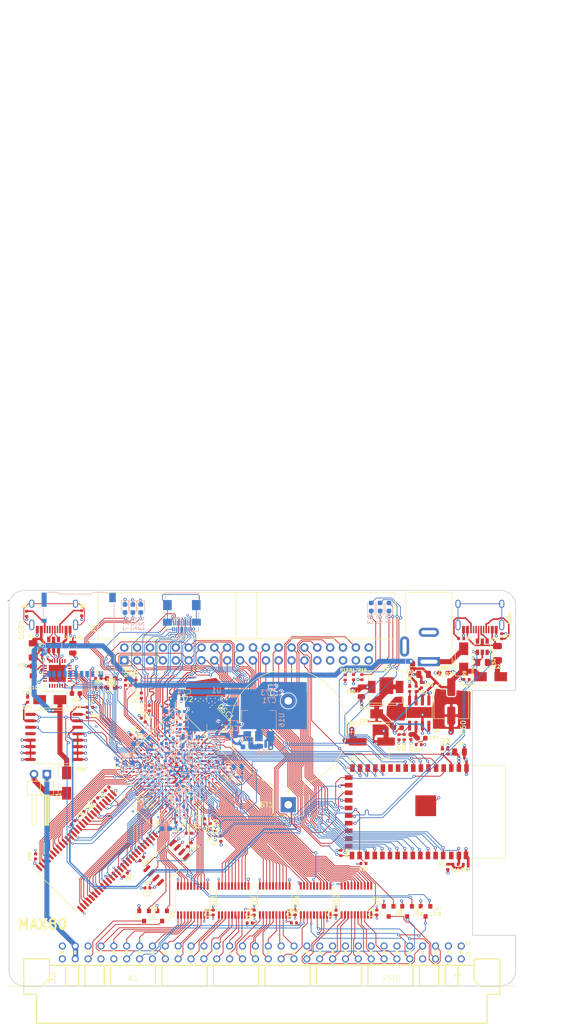
<source format=kicad_pcb>
(kicad_pcb (version 20171130) (host pcbnew 5.1.9-73d0e3b20d~88~ubuntu20.04.1)

  (general
    (thickness 1.6)
    (drawings 16)
    (tracks 4931)
    (zones 0)
    (modules 160)
    (nets 248)
  )

  (page A4)
  (title_block
    (title MAX80)
    (date 2021-01-31)
    (rev 0.01)
    (company "No name")
  )

  (layers
    (0 F.Cu signal)
    (1 In1.Cu power)
    (2 In2.Cu signal)
    (31 B.Cu signal)
    (32 B.Adhes user)
    (33 F.Adhes user)
    (34 B.Paste user)
    (35 F.Paste user)
    (36 B.SilkS user)
    (37 F.SilkS user)
    (38 B.Mask user)
    (39 F.Mask user)
    (40 Dwgs.User user)
    (41 Cmts.User user)
    (42 Eco1.User user)
    (43 Eco2.User user)
    (44 Edge.Cuts user)
    (45 Margin user)
    (46 B.CrtYd user)
    (47 F.CrtYd user)
    (48 B.Fab user hide)
    (49 F.Fab user hide)
  )

  (setup
    (last_trace_width 0.15)
    (user_trace_width 0.15)
    (user_trace_width 0.3)
    (user_trace_width 0.5)
    (trace_clearance 0.15)
    (zone_clearance 0.15)
    (zone_45_only no)
    (trace_min 0.15)
    (via_size 0.6)
    (via_drill 0.3)
    (via_min_size 0.45)
    (via_min_drill 0.2)
    (user_via 0.45 0.2)
    (uvia_size 0.3)
    (uvia_drill 0.1)
    (uvias_allowed yes)
    (uvia_min_size 0.2)
    (uvia_min_drill 0.1)
    (edge_width 0.15)
    (segment_width 0.3)
    (pcb_text_width 0.3)
    (pcb_text_size 1.5 1.5)
    (mod_edge_width 0.15)
    (mod_text_size 1 1)
    (mod_text_width 0.15)
    (pad_size 0.46 0.4)
    (pad_drill 0)
    (pad_to_mask_clearance 0)
    (aux_axis_origin 0 0)
    (visible_elements FFFFFF7F)
    (pcbplotparams
      (layerselection 0x010fc_ffffffff)
      (usegerberextensions false)
      (usegerberattributes true)
      (usegerberadvancedattributes true)
      (creategerberjobfile true)
      (excludeedgelayer true)
      (linewidth 0.100000)
      (plotframeref false)
      (viasonmask false)
      (mode 1)
      (useauxorigin false)
      (hpglpennumber 1)
      (hpglpenspeed 20)
      (hpglpendiameter 15.000000)
      (psnegative false)
      (psa4output false)
      (plotreference true)
      (plotvalue true)
      (plotinvisibletext false)
      (padsonsilk false)
      (subtractmaskfromsilk false)
      (outputformat 1)
      (mirror false)
      (drillshape 0)
      (scaleselection 1)
      (outputdirectory "abc80_gerber"))
  )

  (net 0 "")
  (net 1 GND)
  (net 2 +5V)
  (net 3 "Net-(R5-Pad2)")
  (net 4 "Net-(R6-Pad2)")
  (net 5 "Net-(R7-Pad1)")
  (net 6 "Net-(U10-Pad5)")
  (net 7 "Net-(U10-Pad4)")
  (net 8 "Net-(U9-Pad4)")
  (net 9 "Net-(U9-Pad6)")
  (net 10 "Net-(USB1-Pad13)")
  (net 11 "Net-(BT1-Pad1)")
  (net 12 /A4)
  (net 13 /A3)
  (net 14 /A2)
  (net 15 /A1)
  (net 16 /A0)
  (net 17 /IO0)
  (net 18 /IO3)
  (net 19 /IO4)
  (net 20 /IO5)
  (net 21 /IO6)
  (net 22 /IO7)
  (net 23 /A11)
  (net 24 /IO9)
  (net 25 /A8)
  (net 26 /A7)
  (net 27 /A6)
  (net 28 /A5)
  (net 29 /A9)
  (net 30 /A10)
  (net 31 /A12)
  (net 32 /IO8)
  (net 33 /IO10)
  (net 34 /IO11)
  (net 35 /IO12)
  (net 36 /IO13)
  (net 37 /IO14)
  (net 38 /IO15)
  (net 39 /abc80bus/D7)
  (net 40 /abc80bus/D6)
  (net 41 /abc80bus/D5)
  (net 42 /abc80bus/D4)
  (net 43 /abc80bus/D3)
  (net 44 /abc80bus/D2)
  (net 45 /abc80bus/D1)
  (net 46 /abc80bus/D0)
  (net 47 /abc80bus/A8)
  (net 48 /abc80bus/A9)
  (net 49 /abc80bus/A10)
  (net 50 /abc80bus/A11)
  (net 51 /abc80bus/A12)
  (net 52 /abc80bus/A13)
  (net 53 /abc80bus/A14)
  (net 54 /abc80bus/A15)
  (net 55 /abc80bus/A7)
  (net 56 /abc80bus/A6)
  (net 57 /abc80bus/A5)
  (net 58 /abc80bus/A4)
  (net 59 /abc80bus/A3)
  (net 60 /abc80bus/A2)
  (net 61 /abc80bus/A1)
  (net 62 /abc80bus/A0)
  (net 63 /IO1)
  (net 64 /IO2)
  (net 65 /32KHZ)
  (net 66 /RTC_INT)
  (net 67 /abc80bus/ABC5V)
  (net 68 /SD_DAT1)
  (net 69 /SD_DAT3)
  (net 70 /SD_CMD)
  (net 71 /SD_CLK)
  (net 72 /SD_DAT0)
  (net 73 FPGA_TDI)
  (net 74 FPGA_TMS)
  (net 75 FPGA_TDO)
  (net 76 FPGA_TCK)
  (net 77 ABC_CLK_5)
  (net 78 /FPGA_SCL)
  (net 79 /FPGA_SDA)
  (net 80 FPGA_SPI_CLK)
  (net 81 FGPA_SPI_CS_ESP32)
  (net 82 INT_ESP32)
  (net 83 "Net-(C53-Pad1)")
  (net 84 "Net-(F2-Pad2)")
  (net 85 ESP32_TDO)
  (net 86 ESP32_TCK)
  (net 87 ESP32_TMS)
  (net 88 ESP32_IO0)
  (net 89 ESP32_RXD)
  (net 90 ESP32_TXD)
  (net 91 ESP32_EN)
  (net 92 "Net-(R3-Pad2)")
  (net 93 "Net-(R4-Pad2)")
  (net 94 /ESP32/USB_D-)
  (net 95 /ESP32/USB_D+)
  (net 96 ESP32_TDI)
  (net 97 "Net-(U15-Pad6)")
  (net 98 "Net-(U15-Pad4)")
  (net 99 "Net-(USB2-Pad13)")
  (net 100 "Net-(D1-Pad2)")
  (net 101 "Net-(D1-Pad1)")
  (net 102 "Net-(D2-Pad2)")
  (net 103 "Net-(D2-Pad1)")
  (net 104 "Net-(D3-Pad2)")
  (net 105 "Net-(D3-Pad1)")
  (net 106 ESP32_SCL)
  (net 107 ESP32_SDA)
  (net 108 ESP32_CS2)
  (net 109 ESP32_CS0)
  (net 110 ESP32_MISO)
  (net 111 ESP32_SCK)
  (net 112 ESP32_MOSI)
  (net 113 ESP32_CS1)
  (net 114 /FPGA_USB_TXD)
  (net 115 /FPGA_USB_RXD)
  (net 116 /abc80bus/~CS)
  (net 117 /abc80bus/~C4)
  (net 118 /abc80bus/~C3)
  (net 119 /abc80bus/~C2)
  (net 120 /abc80bus/~C1)
  (net 121 /abc80bus/~OUT)
  (net 122 /abc80bus/~RST)
  (net 123 /abc80bus/~XMEMFL)
  (net 124 /abc80bus/~INP)
  (net 125 /abc80bus/~STATUS)
  (net 126 /abc80bus/~XINPSTB)
  (net 127 /abc80bus/~XOUTSTB)
  (net 128 AD0)
  (net 129 AD1)
  (net 130 AD2)
  (net 131 AD3)
  (net 132 AD4)
  (net 133 AD5)
  (net 134 AD6)
  (net 135 AD7)
  (net 136 /abc80bus/~RESIN)
  (net 137 /FPGA_LED1)
  (net 138 /FPGA_LED2)
  (net 139 /FPGA_LED3)
  (net 140 "Net-(D17-Pad2)")
  (net 141 "Net-(D22-Pad2)")
  (net 142 "Net-(D23-Pad2)")
  (net 143 FPGA_GPIO3)
  (net 144 FPGA_GPIO2)
  (net 145 FPGA_GPIO1)
  (net 146 FPGA_GPIO0)
  (net 147 FPGA_GPIO5)
  (net 148 FPGA_GPIO4)
  (net 149 "Net-(C36-Pad1)")
  (net 150 "Net-(C37-Pad2)")
  (net 151 "Net-(C37-Pad1)")
  (net 152 "Net-(C38-Pad2)")
  (net 153 "Net-(R32-Pad2)")
  (net 154 "Net-(R35-Pad2)")
  (net 155 "Net-(C38-Pad1)")
  (net 156 /abc80bus/READY)
  (net 157 /abc80bus/~NMI)
  (net 158 ~FPGA_READY)
  (net 159 FPGA_NMI)
  (net 160 "Net-(D26-Pad2)")
  (net 161 FPGA_RESIN)
  (net 162 /DQMH)
  (net 163 /CLK)
  (net 164 /CKE)
  (net 165 /BA1)
  (net 166 /BA0)
  (net 167 /DQML)
  (net 168 "Net-(D28-Pad2)")
  (net 169 "Net-(D25-Pad2)")
  (net 170 "Net-(F1-Pad2)")
  (net 171 /FPGA_USB_RTS)
  (net 172 /FPGA_USB_CTS)
  (net 173 "Net-(C39-Pad1)")
  (net 174 "Net-(C52-Pad1)")
  (net 175 /WE#)
  (net 176 /CAS#)
  (net 177 /RAS#)
  (net 178 /CS#)
  (net 179 "Net-(D29-Pad1)")
  (net 180 "Net-(D30-Pad1)")
  (net 181 +3V3)
  (net 182 +2V5)
  (net 183 +1V2)
  (net 184 "Net-(R13-Pad1)")
  (net 185 "Net-(R37-Pad2)")
  (net 186 "Net-(R38-Pad2)")
  (net 187 "Net-(R41-Pad2)")
  (net 188 DATA0)
  (net 189 ~CS_ABC_3V3)
  (net 190 ~OUT_ABC_3V3)
  (net 191 AD8)
  (net 192 ~C1_ABC_3V3)
  (net 193 AD9)
  (net 194 ~C2_ABC_3V3)
  (net 195 AD10)
  (net 196 ~C3_ABC_3V3)
  (net 197 ~C4_ABC_3V3)
  (net 198 AD11)
  (net 199 AD12)
  (net 200 AD13)
  (net 201 AD14)
  (net 202 AD15)
  (net 203 DLCK)
  (net 204 ASD0)
  (net 205 nCE0)
  (net 206 ~INP_ABC_3V3)
  (net 207 ~STATUS_ABC_3V3)
  (net 208 DD0)
  (net 209 DD1)
  (net 210 DD2)
  (net 211 DD3)
  (net 212 DD4)
  (net 213 DD5)
  (net 214 DD6)
  (net 215 DD7)
  (net 216 DD8)
  (net 217 ~XOUTSTB_ABC_3V3)
  (net 218 ~RST_ABC_3V3)
  (net 219 ~XMEMFL_ABC_3V3)
  (net 220 ~XINPSTB_ABC_3V3)
  (net 221 ABC_CLK_3V3)
  (net 222 DD9)
  (net 223 FPGA_SPI_MOSI)
  (net 224 FPGA_SPI_MISO)
  (net 225 /SD_DAT2)
  (net 226 CLK0n)
  (net 227 "Net-(J5-PadSH)")
  (net 228 HDMI_CK-)
  (net 229 HDMI_D0+)
  (net 230 HDMI_D1-)
  (net 231 HDMI_D2+)
  (net 232 HDMI_CK+)
  (net 233 HDMI_D0-)
  (net 234 HDMI_D1+)
  (net 235 HDMI_D2-)
  (net 236 HDMI_SDA)
  (net 237 HDMI_HPD)
  (net 238 HDMI_SCL)
  (net 239 FPGA_JTAGEN)
  (net 240 FLASH_CS#)
  (net 241 /abc80bus/~INT)
  (net 242 /abc80bus/~XMEMW800)
  (net 243 /abc80bus/~XMEMW80)
  (net 244 INT_ABC_3V3)
  (net 245 INT800_ABC_3V3)
  (net 246 ~XMEMW80_ABC_3V3)
  (net 247 ~XMEMW800_ABC_3V3)

  (net_class Default "This is the default net class."
    (clearance 0.15)
    (trace_width 0.15)
    (via_dia 0.6)
    (via_drill 0.3)
    (uvia_dia 0.3)
    (uvia_drill 0.1)
    (add_net +1V2)
    (add_net +2V5)
    (add_net +3V3)
    (add_net +5V)
    (add_net /32KHZ)
    (add_net /A0)
    (add_net /A1)
    (add_net /A10)
    (add_net /A11)
    (add_net /A12)
    (add_net /A2)
    (add_net /A3)
    (add_net /A4)
    (add_net /A5)
    (add_net /A6)
    (add_net /A7)
    (add_net /A8)
    (add_net /A9)
    (add_net /BA0)
    (add_net /BA1)
    (add_net /CAS#)
    (add_net /CKE)
    (add_net /CLK)
    (add_net /CS#)
    (add_net /DQMH)
    (add_net /DQML)
    (add_net /ESP32/USB_D+)
    (add_net /ESP32/USB_D-)
    (add_net /FPGA_LED1)
    (add_net /FPGA_LED2)
    (add_net /FPGA_LED3)
    (add_net /FPGA_SCL)
    (add_net /FPGA_SDA)
    (add_net /FPGA_USB_CTS)
    (add_net /FPGA_USB_RTS)
    (add_net /FPGA_USB_RXD)
    (add_net /FPGA_USB_TXD)
    (add_net /IO0)
    (add_net /IO1)
    (add_net /IO10)
    (add_net /IO11)
    (add_net /IO12)
    (add_net /IO13)
    (add_net /IO14)
    (add_net /IO15)
    (add_net /IO2)
    (add_net /IO3)
    (add_net /IO4)
    (add_net /IO5)
    (add_net /IO6)
    (add_net /IO7)
    (add_net /IO8)
    (add_net /IO9)
    (add_net /RAS#)
    (add_net /RTC_INT)
    (add_net /SD_CLK)
    (add_net /SD_CMD)
    (add_net /SD_DAT0)
    (add_net /SD_DAT1)
    (add_net /SD_DAT2)
    (add_net /SD_DAT3)
    (add_net /WE#)
    (add_net /abc80bus/A0)
    (add_net /abc80bus/A1)
    (add_net /abc80bus/A10)
    (add_net /abc80bus/A11)
    (add_net /abc80bus/A12)
    (add_net /abc80bus/A13)
    (add_net /abc80bus/A14)
    (add_net /abc80bus/A15)
    (add_net /abc80bus/A2)
    (add_net /abc80bus/A3)
    (add_net /abc80bus/A4)
    (add_net /abc80bus/A5)
    (add_net /abc80bus/A6)
    (add_net /abc80bus/A7)
    (add_net /abc80bus/A8)
    (add_net /abc80bus/A9)
    (add_net /abc80bus/ABC5V)
    (add_net /abc80bus/D0)
    (add_net /abc80bus/D1)
    (add_net /abc80bus/D2)
    (add_net /abc80bus/D3)
    (add_net /abc80bus/D4)
    (add_net /abc80bus/D5)
    (add_net /abc80bus/D6)
    (add_net /abc80bus/D7)
    (add_net /abc80bus/READY)
    (add_net /abc80bus/~C1)
    (add_net /abc80bus/~C2)
    (add_net /abc80bus/~C3)
    (add_net /abc80bus/~C4)
    (add_net /abc80bus/~CS)
    (add_net /abc80bus/~INP)
    (add_net /abc80bus/~INT)
    (add_net /abc80bus/~NMI)
    (add_net /abc80bus/~OUT)
    (add_net /abc80bus/~RESIN)
    (add_net /abc80bus/~RST)
    (add_net /abc80bus/~STATUS)
    (add_net /abc80bus/~XINPSTB)
    (add_net /abc80bus/~XMEMFL)
    (add_net /abc80bus/~XMEMW80)
    (add_net /abc80bus/~XMEMW800)
    (add_net /abc80bus/~XOUTSTB)
    (add_net ABC_CLK_3V3)
    (add_net ABC_CLK_5)
    (add_net AD0)
    (add_net AD1)
    (add_net AD10)
    (add_net AD11)
    (add_net AD12)
    (add_net AD13)
    (add_net AD14)
    (add_net AD15)
    (add_net AD2)
    (add_net AD3)
    (add_net AD4)
    (add_net AD5)
    (add_net AD6)
    (add_net AD7)
    (add_net AD8)
    (add_net AD9)
    (add_net ASD0)
    (add_net CLK0n)
    (add_net DATA0)
    (add_net DD0)
    (add_net DD1)
    (add_net DD2)
    (add_net DD3)
    (add_net DD4)
    (add_net DD5)
    (add_net DD6)
    (add_net DD7)
    (add_net DD8)
    (add_net DD9)
    (add_net DLCK)
    (add_net ESP32_CS0)
    (add_net ESP32_CS1)
    (add_net ESP32_CS2)
    (add_net ESP32_EN)
    (add_net ESP32_IO0)
    (add_net ESP32_MISO)
    (add_net ESP32_MOSI)
    (add_net ESP32_RXD)
    (add_net ESP32_SCK)
    (add_net ESP32_SCL)
    (add_net ESP32_SDA)
    (add_net ESP32_TCK)
    (add_net ESP32_TDI)
    (add_net ESP32_TDO)
    (add_net ESP32_TMS)
    (add_net ESP32_TXD)
    (add_net FGPA_SPI_CS_ESP32)
    (add_net FLASH_CS#)
    (add_net FPGA_GPIO0)
    (add_net FPGA_GPIO1)
    (add_net FPGA_GPIO2)
    (add_net FPGA_GPIO3)
    (add_net FPGA_GPIO4)
    (add_net FPGA_GPIO5)
    (add_net FPGA_JTAGEN)
    (add_net FPGA_NMI)
    (add_net FPGA_RESIN)
    (add_net FPGA_SPI_CLK)
    (add_net FPGA_SPI_MISO)
    (add_net FPGA_SPI_MOSI)
    (add_net FPGA_TCK)
    (add_net FPGA_TDI)
    (add_net FPGA_TDO)
    (add_net FPGA_TMS)
    (add_net GND)
    (add_net HDMI_CK+)
    (add_net HDMI_CK-)
    (add_net HDMI_D0+)
    (add_net HDMI_D0-)
    (add_net HDMI_D1+)
    (add_net HDMI_D1-)
    (add_net HDMI_D2+)
    (add_net HDMI_D2-)
    (add_net HDMI_HPD)
    (add_net HDMI_SCL)
    (add_net HDMI_SDA)
    (add_net INT800_ABC_3V3)
    (add_net INT_ABC_3V3)
    (add_net INT_ESP32)
    (add_net "Net-(BT1-Pad1)")
    (add_net "Net-(C36-Pad1)")
    (add_net "Net-(C37-Pad1)")
    (add_net "Net-(C37-Pad2)")
    (add_net "Net-(C38-Pad1)")
    (add_net "Net-(C38-Pad2)")
    (add_net "Net-(C39-Pad1)")
    (add_net "Net-(C52-Pad1)")
    (add_net "Net-(C53-Pad1)")
    (add_net "Net-(D1-Pad1)")
    (add_net "Net-(D1-Pad2)")
    (add_net "Net-(D17-Pad2)")
    (add_net "Net-(D2-Pad1)")
    (add_net "Net-(D2-Pad2)")
    (add_net "Net-(D22-Pad2)")
    (add_net "Net-(D23-Pad2)")
    (add_net "Net-(D25-Pad2)")
    (add_net "Net-(D26-Pad2)")
    (add_net "Net-(D28-Pad2)")
    (add_net "Net-(D29-Pad1)")
    (add_net "Net-(D3-Pad1)")
    (add_net "Net-(D3-Pad2)")
    (add_net "Net-(D30-Pad1)")
    (add_net "Net-(F1-Pad2)")
    (add_net "Net-(F2-Pad2)")
    (add_net "Net-(J5-PadSH)")
    (add_net "Net-(R13-Pad1)")
    (add_net "Net-(R3-Pad2)")
    (add_net "Net-(R32-Pad2)")
    (add_net "Net-(R35-Pad2)")
    (add_net "Net-(R37-Pad2)")
    (add_net "Net-(R38-Pad2)")
    (add_net "Net-(R4-Pad2)")
    (add_net "Net-(R41-Pad2)")
    (add_net "Net-(R5-Pad2)")
    (add_net "Net-(R6-Pad2)")
    (add_net "Net-(R7-Pad1)")
    (add_net "Net-(U10-Pad4)")
    (add_net "Net-(U10-Pad5)")
    (add_net "Net-(U15-Pad4)")
    (add_net "Net-(U15-Pad6)")
    (add_net "Net-(U9-Pad4)")
    (add_net "Net-(U9-Pad6)")
    (add_net "Net-(USB1-Pad13)")
    (add_net "Net-(USB2-Pad13)")
    (add_net nCE0)
    (add_net ~C1_ABC_3V3)
    (add_net ~C2_ABC_3V3)
    (add_net ~C3_ABC_3V3)
    (add_net ~C4_ABC_3V3)
    (add_net ~CS_ABC_3V3)
    (add_net ~FPGA_READY)
    (add_net ~INP_ABC_3V3)
    (add_net ~OUT_ABC_3V3)
    (add_net ~RST_ABC_3V3)
    (add_net ~STATUS_ABC_3V3)
    (add_net ~XINPSTB_ABC_3V3)
    (add_net ~XMEMFL_ABC_3V3)
    (add_net ~XMEMW800_ABC_3V3)
    (add_net ~XMEMW80_ABC_3V3)
    (add_net ~XOUTSTB_ABC_3V3)
  )

  (module Package_TO_SOT_SMD:SOT-223-3_TabPin2 (layer B.Cu) (tedit 5A02FF57) (tstamp 608BAB44)
    (at 101.83 126.59 90)
    (descr "module CMS SOT223 4 pins")
    (tags "CMS SOT")
    (path /604B2191/672CF238)
    (zone_connect 2)
    (attr smd)
    (fp_text reference U16 (at 0 4.5 90) (layer B.SilkS)
      (effects (font (size 1 1) (thickness 0.15)) (justify mirror))
    )
    (fp_text value AMS1117-2.5 (at 0 -4.5 90) (layer B.Fab)
      (effects (font (size 1 1) (thickness 0.15)) (justify mirror))
    )
    (fp_line (start 1.91 -3.41) (end 1.91 -2.15) (layer B.SilkS) (width 0.12))
    (fp_line (start 1.91 3.41) (end 1.91 2.15) (layer B.SilkS) (width 0.12))
    (fp_line (start 4.4 3.6) (end -4.4 3.6) (layer B.CrtYd) (width 0.05))
    (fp_line (start 4.4 -3.6) (end 4.4 3.6) (layer B.CrtYd) (width 0.05))
    (fp_line (start -4.4 -3.6) (end 4.4 -3.6) (layer B.CrtYd) (width 0.05))
    (fp_line (start -4.4 3.6) (end -4.4 -3.6) (layer B.CrtYd) (width 0.05))
    (fp_line (start -1.85 2.35) (end -0.85 3.35) (layer B.Fab) (width 0.1))
    (fp_line (start -1.85 2.35) (end -1.85 -3.35) (layer B.Fab) (width 0.1))
    (fp_line (start -1.85 -3.41) (end 1.91 -3.41) (layer B.SilkS) (width 0.12))
    (fp_line (start -0.85 3.35) (end 1.85 3.35) (layer B.Fab) (width 0.1))
    (fp_line (start -4.1 3.41) (end 1.91 3.41) (layer B.SilkS) (width 0.12))
    (fp_line (start -1.85 -3.35) (end 1.85 -3.35) (layer B.Fab) (width 0.1))
    (fp_line (start 1.85 3.35) (end 1.85 -3.35) (layer B.Fab) (width 0.1))
    (fp_text user %R (at 0 0 180) (layer B.Fab)
      (effects (font (size 0.8 0.8) (thickness 0.12)) (justify mirror))
    )
    (pad 1 smd rect (at -3.15 2.3 90) (size 2 1.5) (layers B.Cu B.Paste B.Mask)
      (net 1 GND) (zone_connect 2))
    (pad 3 smd rect (at -3.15 -2.3 90) (size 2 1.5) (layers B.Cu B.Paste B.Mask)
      (net 181 +3V3) (zone_connect 2))
    (pad 2 smd rect (at -3.15 0 90) (size 2 1.5) (layers B.Cu B.Paste B.Mask)
      (net 182 +2V5) (zone_connect 2))
    (pad 2 smd rect (at 3.15 0 90) (size 2 3.8) (layers B.Cu B.Paste B.Mask)
      (net 182 +2V5) (zone_connect 2))
    (model ${KISYS3DMOD}/Package_TO_SOT_SMD.3dshapes/SOT-223.wrl
      (at (xyz 0 0 0))
      (scale (xyz 1 1 1))
      (rotate (xyz 0 0 0))
    )
  )

  (module Package_TO_SOT_SMD:SOT-223-3_TabPin2 (layer B.Cu) (tedit 5A02FF57) (tstamp 608BA4CA)
    (at 93.46 125.19 180)
    (descr "module CMS SOT223 4 pins")
    (tags "CMS SOT")
    (path /604B2191/672CD418)
    (zone_connect 2)
    (attr smd)
    (fp_text reference U1 (at 0 4.5) (layer B.SilkS)
      (effects (font (size 1 1) (thickness 0.15)) (justify mirror))
    )
    (fp_text value AMS1117-1.2 (at 0 -4.5) (layer B.Fab)
      (effects (font (size 1 1) (thickness 0.15)) (justify mirror))
    )
    (fp_line (start 1.91 -3.41) (end 1.91 -2.15) (layer B.SilkS) (width 0.12))
    (fp_line (start 1.91 3.41) (end 1.91 2.15) (layer B.SilkS) (width 0.12))
    (fp_line (start 4.4 3.6) (end -4.4 3.6) (layer B.CrtYd) (width 0.05))
    (fp_line (start 4.4 -3.6) (end 4.4 3.6) (layer B.CrtYd) (width 0.05))
    (fp_line (start -4.4 -3.6) (end 4.4 -3.6) (layer B.CrtYd) (width 0.05))
    (fp_line (start -4.4 3.6) (end -4.4 -3.6) (layer B.CrtYd) (width 0.05))
    (fp_line (start -1.85 2.35) (end -0.85 3.35) (layer B.Fab) (width 0.1))
    (fp_line (start -1.85 2.35) (end -1.85 -3.35) (layer B.Fab) (width 0.1))
    (fp_line (start -1.85 -3.41) (end 1.91 -3.41) (layer B.SilkS) (width 0.12))
    (fp_line (start -0.85 3.35) (end 1.85 3.35) (layer B.Fab) (width 0.1))
    (fp_line (start -4.1 3.41) (end 1.91 3.41) (layer B.SilkS) (width 0.12))
    (fp_line (start -1.85 -3.35) (end 1.85 -3.35) (layer B.Fab) (width 0.1))
    (fp_line (start 1.85 3.35) (end 1.85 -3.35) (layer B.Fab) (width 0.1))
    (fp_text user %R (at 0 0 270) (layer B.Fab)
      (effects (font (size 0.8 0.8) (thickness 0.12)) (justify mirror))
    )
    (pad 1 smd rect (at -3.15 2.3 180) (size 2 1.5) (layers B.Cu B.Paste B.Mask)
      (net 1 GND) (zone_connect 2))
    (pad 3 smd rect (at -3.15 -2.3 180) (size 2 1.5) (layers B.Cu B.Paste B.Mask)
      (net 181 +3V3) (zone_connect 2))
    (pad 2 smd rect (at -3.15 0 180) (size 2 1.5) (layers B.Cu B.Paste B.Mask)
      (net 183 +1V2) (zone_connect 2))
    (pad 2 smd rect (at 3.15 0 180) (size 2 3.8) (layers B.Cu B.Paste B.Mask)
      (net 183 +1V2) (zone_connect 2))
    (model ${KISYS3DMOD}/Package_TO_SOT_SMD.3dshapes/SOT-223.wrl
      (at (xyz 0 0 0))
      (scale (xyz 1 1 1))
      (rotate (xyz 0 0 0))
    )
  )

  (module Capacitor_SMD:C_0402_1005Metric (layer B.Cu) (tedit 5F68FEEE) (tstamp 608B994E)
    (at 87.1 122.15 180)
    (descr "Capacitor SMD 0402 (1005 Metric), square (rectangular) end terminal, IPC_7351 nominal, (Body size source: IPC-SM-782 page 76, https://www.pcb-3d.com/wordpress/wp-content/uploads/ipc-sm-782a_amendment_1_and_2.pdf), generated with kicad-footprint-generator")
    (tags capacitor)
    (path /604B2191/672F7260)
    (zone_connect 2)
    (attr smd)
    (fp_text reference C74 (at 0 1.16) (layer B.SilkS)
      (effects (font (size 1 1) (thickness 0.15)) (justify mirror))
    )
    (fp_text value 100nF (at 0 -1.16) (layer B.Fab)
      (effects (font (size 1 1) (thickness 0.15)) (justify mirror))
    )
    (fp_line (start -0.5 -0.25) (end -0.5 0.25) (layer B.Fab) (width 0.1))
    (fp_line (start -0.5 0.25) (end 0.5 0.25) (layer B.Fab) (width 0.1))
    (fp_line (start 0.5 0.25) (end 0.5 -0.25) (layer B.Fab) (width 0.1))
    (fp_line (start 0.5 -0.25) (end -0.5 -0.25) (layer B.Fab) (width 0.1))
    (fp_line (start -0.107836 0.36) (end 0.107836 0.36) (layer B.SilkS) (width 0.12))
    (fp_line (start -0.107836 -0.36) (end 0.107836 -0.36) (layer B.SilkS) (width 0.12))
    (fp_line (start -0.91 -0.46) (end -0.91 0.46) (layer B.CrtYd) (width 0.05))
    (fp_line (start -0.91 0.46) (end 0.91 0.46) (layer B.CrtYd) (width 0.05))
    (fp_line (start 0.91 0.46) (end 0.91 -0.46) (layer B.CrtYd) (width 0.05))
    (fp_line (start 0.91 -0.46) (end -0.91 -0.46) (layer B.CrtYd) (width 0.05))
    (fp_text user %R (at 0 0) (layer B.Fab)
      (effects (font (size 0.25 0.25) (thickness 0.04)) (justify mirror))
    )
    (pad 2 smd roundrect (at 0.48 0 180) (size 0.56 0.62) (layers B.Cu B.Paste B.Mask) (roundrect_rratio 0.25)
      (net 1 GND) (zone_connect 2))
    (pad 1 smd roundrect (at -0.48 0 180) (size 0.56 0.62) (layers B.Cu B.Paste B.Mask) (roundrect_rratio 0.25)
      (net 183 +1V2) (zone_connect 2))
    (model ${KISYS3DMOD}/Capacitor_SMD.3dshapes/C_0402_1005Metric.wrl
      (at (xyz 0 0 0))
      (scale (xyz 1 1 1))
      (rotate (xyz 0 0 0))
    )
  )

  (module Capacitor_SMD:C_0402_1005Metric (layer B.Cu) (tedit 5F68FEEE) (tstamp 608B993D)
    (at 103.6 120.02)
    (descr "Capacitor SMD 0402 (1005 Metric), square (rectangular) end terminal, IPC_7351 nominal, (Body size source: IPC-SM-782 page 76, https://www.pcb-3d.com/wordpress/wp-content/uploads/ipc-sm-782a_amendment_1_and_2.pdf), generated with kicad-footprint-generator")
    (tags capacitor)
    (path /604B2191/67327311)
    (zone_connect 2)
    (attr smd)
    (fp_text reference C73 (at 0 1.16) (layer B.SilkS)
      (effects (font (size 1 1) (thickness 0.15)) (justify mirror))
    )
    (fp_text value 100nF (at 0 -1.16) (layer B.Fab)
      (effects (font (size 1 1) (thickness 0.15)) (justify mirror))
    )
    (fp_line (start -0.5 -0.25) (end -0.5 0.25) (layer B.Fab) (width 0.1))
    (fp_line (start -0.5 0.25) (end 0.5 0.25) (layer B.Fab) (width 0.1))
    (fp_line (start 0.5 0.25) (end 0.5 -0.25) (layer B.Fab) (width 0.1))
    (fp_line (start 0.5 -0.25) (end -0.5 -0.25) (layer B.Fab) (width 0.1))
    (fp_line (start -0.107836 0.36) (end 0.107836 0.36) (layer B.SilkS) (width 0.12))
    (fp_line (start -0.107836 -0.36) (end 0.107836 -0.36) (layer B.SilkS) (width 0.12))
    (fp_line (start -0.91 -0.46) (end -0.91 0.46) (layer B.CrtYd) (width 0.05))
    (fp_line (start -0.91 0.46) (end 0.91 0.46) (layer B.CrtYd) (width 0.05))
    (fp_line (start 0.91 0.46) (end 0.91 -0.46) (layer B.CrtYd) (width 0.05))
    (fp_line (start 0.91 -0.46) (end -0.91 -0.46) (layer B.CrtYd) (width 0.05))
    (fp_text user %R (at 0 0) (layer B.Fab)
      (effects (font (size 0.25 0.25) (thickness 0.04)) (justify mirror))
    )
    (pad 2 smd roundrect (at 0.48 0) (size 0.56 0.62) (layers B.Cu B.Paste B.Mask) (roundrect_rratio 0.25)
      (net 1 GND) (zone_connect 2))
    (pad 1 smd roundrect (at -0.48 0) (size 0.56 0.62) (layers B.Cu B.Paste B.Mask) (roundrect_rratio 0.25)
      (net 182 +2V5) (zone_connect 2))
    (model ${KISYS3DMOD}/Capacitor_SMD.3dshapes/C_0402_1005Metric.wrl
      (at (xyz 0 0 0))
      (scale (xyz 1 1 1))
      (rotate (xyz 0 0 0))
    )
  )

  (module Capacitor_SMD:C_0603_1608Metric (layer F.Cu) (tedit 5F68FEEE) (tstamp 608B992C)
    (at 87.43 121.04 180)
    (descr "Capacitor SMD 0603 (1608 Metric), square (rectangular) end terminal, IPC_7351 nominal, (Body size source: IPC-SM-782 page 76, https://www.pcb-3d.com/wordpress/wp-content/uploads/ipc-sm-782a_amendment_1_and_2.pdf), generated with kicad-footprint-generator")
    (tags capacitor)
    (path /604B2191/672F463E)
    (zone_connect 2)
    (attr smd)
    (fp_text reference C72 (at 0 -1.43) (layer F.SilkS)
      (effects (font (size 1 1) (thickness 0.15)))
    )
    (fp_text value 47uF (at 0 1.43) (layer F.Fab)
      (effects (font (size 1 1) (thickness 0.15)))
    )
    (fp_line (start -0.8 0.4) (end -0.8 -0.4) (layer F.Fab) (width 0.1))
    (fp_line (start -0.8 -0.4) (end 0.8 -0.4) (layer F.Fab) (width 0.1))
    (fp_line (start 0.8 -0.4) (end 0.8 0.4) (layer F.Fab) (width 0.1))
    (fp_line (start 0.8 0.4) (end -0.8 0.4) (layer F.Fab) (width 0.1))
    (fp_line (start -0.14058 -0.51) (end 0.14058 -0.51) (layer F.SilkS) (width 0.12))
    (fp_line (start -0.14058 0.51) (end 0.14058 0.51) (layer F.SilkS) (width 0.12))
    (fp_line (start -1.48 0.73) (end -1.48 -0.73) (layer F.CrtYd) (width 0.05))
    (fp_line (start -1.48 -0.73) (end 1.48 -0.73) (layer F.CrtYd) (width 0.05))
    (fp_line (start 1.48 -0.73) (end 1.48 0.73) (layer F.CrtYd) (width 0.05))
    (fp_line (start 1.48 0.73) (end -1.48 0.73) (layer F.CrtYd) (width 0.05))
    (fp_text user %R (at 0 0) (layer F.Fab)
      (effects (font (size 0.4 0.4) (thickness 0.06)))
    )
    (pad 2 smd roundrect (at 0.775 0 180) (size 0.9 0.95) (layers F.Cu F.Paste F.Mask) (roundrect_rratio 0.25)
      (net 1 GND) (zone_connect 2))
    (pad 1 smd roundrect (at -0.775 0 180) (size 0.9 0.95) (layers F.Cu F.Paste F.Mask) (roundrect_rratio 0.25)
      (net 183 +1V2) (zone_connect 2))
    (model ${KISYS3DMOD}/Capacitor_SMD.3dshapes/C_0603_1608Metric.wrl
      (at (xyz 0 0 0))
      (scale (xyz 1 1 1))
      (rotate (xyz 0 0 0))
    )
  )

  (module Capacitor_SMD:C_0603_1608Metric (layer B.Cu) (tedit 5F68FEEE) (tstamp 608B991B)
    (at 103.88 121.28)
    (descr "Capacitor SMD 0603 (1608 Metric), square (rectangular) end terminal, IPC_7351 nominal, (Body size source: IPC-SM-782 page 76, https://www.pcb-3d.com/wordpress/wp-content/uploads/ipc-sm-782a_amendment_1_and_2.pdf), generated with kicad-footprint-generator")
    (tags capacitor)
    (path /604B2191/67326D2C)
    (zone_connect 2)
    (attr smd)
    (fp_text reference C71 (at 0 1.43) (layer B.SilkS)
      (effects (font (size 1 1) (thickness 0.15)) (justify mirror))
    )
    (fp_text value 47uF (at 0 -1.43) (layer B.Fab)
      (effects (font (size 1 1) (thickness 0.15)) (justify mirror))
    )
    (fp_line (start -0.8 -0.4) (end -0.8 0.4) (layer B.Fab) (width 0.1))
    (fp_line (start -0.8 0.4) (end 0.8 0.4) (layer B.Fab) (width 0.1))
    (fp_line (start 0.8 0.4) (end 0.8 -0.4) (layer B.Fab) (width 0.1))
    (fp_line (start 0.8 -0.4) (end -0.8 -0.4) (layer B.Fab) (width 0.1))
    (fp_line (start -0.14058 0.51) (end 0.14058 0.51) (layer B.SilkS) (width 0.12))
    (fp_line (start -0.14058 -0.51) (end 0.14058 -0.51) (layer B.SilkS) (width 0.12))
    (fp_line (start -1.48 -0.73) (end -1.48 0.73) (layer B.CrtYd) (width 0.05))
    (fp_line (start -1.48 0.73) (end 1.48 0.73) (layer B.CrtYd) (width 0.05))
    (fp_line (start 1.48 0.73) (end 1.48 -0.73) (layer B.CrtYd) (width 0.05))
    (fp_line (start 1.48 -0.73) (end -1.48 -0.73) (layer B.CrtYd) (width 0.05))
    (fp_text user %R (at 0 0) (layer B.Fab)
      (effects (font (size 0.4 0.4) (thickness 0.06)) (justify mirror))
    )
    (pad 2 smd roundrect (at 0.775 0) (size 0.9 0.95) (layers B.Cu B.Paste B.Mask) (roundrect_rratio 0.25)
      (net 1 GND) (zone_connect 2))
    (pad 1 smd roundrect (at -0.775 0) (size 0.9 0.95) (layers B.Cu B.Paste B.Mask) (roundrect_rratio 0.25)
      (net 182 +2V5) (zone_connect 2))
    (model ${KISYS3DMOD}/Capacitor_SMD.3dshapes/C_0603_1608Metric.wrl
      (at (xyz 0 0 0))
      (scale (xyz 1 1 1))
      (rotate (xyz 0 0 0))
    )
  )

  (module Capacitor_SMD:C_0603_1608Metric (layer B.Cu) (tedit 5F68FEEE) (tstamp 608B990A)
    (at 99.47 131.86 180)
    (descr "Capacitor SMD 0603 (1608 Metric), square (rectangular) end terminal, IPC_7351 nominal, (Body size source: IPC-SM-782 page 76, https://www.pcb-3d.com/wordpress/wp-content/uploads/ipc-sm-782a_amendment_1_and_2.pdf), generated with kicad-footprint-generator")
    (tags capacitor)
    (path /604B2191/672FA54F)
    (attr smd)
    (fp_text reference C70 (at 0 1.43) (layer B.SilkS)
      (effects (font (size 1 1) (thickness 0.15)) (justify mirror))
    )
    (fp_text value 47uF (at 0 -1.43) (layer B.Fab)
      (effects (font (size 1 1) (thickness 0.15)) (justify mirror))
    )
    (fp_line (start -0.8 -0.4) (end -0.8 0.4) (layer B.Fab) (width 0.1))
    (fp_line (start -0.8 0.4) (end 0.8 0.4) (layer B.Fab) (width 0.1))
    (fp_line (start 0.8 0.4) (end 0.8 -0.4) (layer B.Fab) (width 0.1))
    (fp_line (start 0.8 -0.4) (end -0.8 -0.4) (layer B.Fab) (width 0.1))
    (fp_line (start -0.14058 0.51) (end 0.14058 0.51) (layer B.SilkS) (width 0.12))
    (fp_line (start -0.14058 -0.51) (end 0.14058 -0.51) (layer B.SilkS) (width 0.12))
    (fp_line (start -1.48 -0.73) (end -1.48 0.73) (layer B.CrtYd) (width 0.05))
    (fp_line (start -1.48 0.73) (end 1.48 0.73) (layer B.CrtYd) (width 0.05))
    (fp_line (start 1.48 0.73) (end 1.48 -0.73) (layer B.CrtYd) (width 0.05))
    (fp_line (start 1.48 -0.73) (end -1.48 -0.73) (layer B.CrtYd) (width 0.05))
    (fp_text user %R (at 0 0) (layer B.Fab)
      (effects (font (size 0.4 0.4) (thickness 0.06)) (justify mirror))
    )
    (pad 2 smd roundrect (at 0.775 0 180) (size 0.9 0.95) (layers B.Cu B.Paste B.Mask) (roundrect_rratio 0.25)
      (net 1 GND))
    (pad 1 smd roundrect (at -0.775 0 180) (size 0.9 0.95) (layers B.Cu B.Paste B.Mask) (roundrect_rratio 0.25)
      (net 181 +3V3))
    (model ${KISYS3DMOD}/Capacitor_SMD.3dshapes/C_0603_1608Metric.wrl
      (at (xyz 0 0 0))
      (scale (xyz 1 1 1))
      (rotate (xyz 0 0 0))
    )
  )

  (module Capacitor_SMD:C_0603_1608Metric (layer B.Cu) (tedit 5F68FEEE) (tstamp 608B98B9)
    (at 96.41 129.63 180)
    (descr "Capacitor SMD 0603 (1608 Metric), square (rectangular) end terminal, IPC_7351 nominal, (Body size source: IPC-SM-782 page 76, https://www.pcb-3d.com/wordpress/wp-content/uploads/ipc-sm-782a_amendment_1_and_2.pdf), generated with kicad-footprint-generator")
    (tags capacitor)
    (path /604B2191/672F37BB)
    (attr smd)
    (fp_text reference C67 (at 0 1.43) (layer B.SilkS)
      (effects (font (size 1 1) (thickness 0.15)) (justify mirror))
    )
    (fp_text value 47uF (at 0 -1.43) (layer B.Fab)
      (effects (font (size 1 1) (thickness 0.15)) (justify mirror))
    )
    (fp_line (start -0.8 -0.4) (end -0.8 0.4) (layer B.Fab) (width 0.1))
    (fp_line (start -0.8 0.4) (end 0.8 0.4) (layer B.Fab) (width 0.1))
    (fp_line (start 0.8 0.4) (end 0.8 -0.4) (layer B.Fab) (width 0.1))
    (fp_line (start 0.8 -0.4) (end -0.8 -0.4) (layer B.Fab) (width 0.1))
    (fp_line (start -0.14058 0.51) (end 0.14058 0.51) (layer B.SilkS) (width 0.12))
    (fp_line (start -0.14058 -0.51) (end 0.14058 -0.51) (layer B.SilkS) (width 0.12))
    (fp_line (start -1.48 -0.73) (end -1.48 0.73) (layer B.CrtYd) (width 0.05))
    (fp_line (start -1.48 0.73) (end 1.48 0.73) (layer B.CrtYd) (width 0.05))
    (fp_line (start 1.48 0.73) (end 1.48 -0.73) (layer B.CrtYd) (width 0.05))
    (fp_line (start 1.48 -0.73) (end -1.48 -0.73) (layer B.CrtYd) (width 0.05))
    (fp_text user %R (at 0 0) (layer B.Fab)
      (effects (font (size 0.4 0.4) (thickness 0.06)) (justify mirror))
    )
    (pad 2 smd roundrect (at 0.775 0 180) (size 0.9 0.95) (layers B.Cu B.Paste B.Mask) (roundrect_rratio 0.25)
      (net 1 GND))
    (pad 1 smd roundrect (at -0.775 0 180) (size 0.9 0.95) (layers B.Cu B.Paste B.Mask) (roundrect_rratio 0.25)
      (net 181 +3V3))
    (model ${KISYS3DMOD}/Capacitor_SMD.3dshapes/C_0603_1608Metric.wrl
      (at (xyz 0 0 0))
      (scale (xyz 1 1 1))
      (rotate (xyz 0 0 0))
    )
  )

  (module Capacitor_SMD:C_0402_1005Metric (layer B.Cu) (tedit 5F68FEEE) (tstamp 608B9888)
    (at 102.68 131.74)
    (descr "Capacitor SMD 0402 (1005 Metric), square (rectangular) end terminal, IPC_7351 nominal, (Body size source: IPC-SM-782 page 76, https://www.pcb-3d.com/wordpress/wp-content/uploads/ipc-sm-782a_amendment_1_and_2.pdf), generated with kicad-footprint-generator")
    (tags capacitor)
    (path /604B2191/672FAB10)
    (attr smd)
    (fp_text reference C65 (at 0 1.16) (layer B.SilkS)
      (effects (font (size 1 1) (thickness 0.15)) (justify mirror))
    )
    (fp_text value 100nF (at 0 -1.16) (layer B.Fab)
      (effects (font (size 1 1) (thickness 0.15)) (justify mirror))
    )
    (fp_line (start -0.5 -0.25) (end -0.5 0.25) (layer B.Fab) (width 0.1))
    (fp_line (start -0.5 0.25) (end 0.5 0.25) (layer B.Fab) (width 0.1))
    (fp_line (start 0.5 0.25) (end 0.5 -0.25) (layer B.Fab) (width 0.1))
    (fp_line (start 0.5 -0.25) (end -0.5 -0.25) (layer B.Fab) (width 0.1))
    (fp_line (start -0.107836 0.36) (end 0.107836 0.36) (layer B.SilkS) (width 0.12))
    (fp_line (start -0.107836 -0.36) (end 0.107836 -0.36) (layer B.SilkS) (width 0.12))
    (fp_line (start -0.91 -0.46) (end -0.91 0.46) (layer B.CrtYd) (width 0.05))
    (fp_line (start -0.91 0.46) (end 0.91 0.46) (layer B.CrtYd) (width 0.05))
    (fp_line (start 0.91 0.46) (end 0.91 -0.46) (layer B.CrtYd) (width 0.05))
    (fp_line (start 0.91 -0.46) (end -0.91 -0.46) (layer B.CrtYd) (width 0.05))
    (fp_text user %R (at 0 0) (layer B.Fab)
      (effects (font (size 0.25 0.25) (thickness 0.04)) (justify mirror))
    )
    (pad 2 smd roundrect (at 0.48 0) (size 0.56 0.62) (layers B.Cu B.Paste B.Mask) (roundrect_rratio 0.25)
      (net 1 GND))
    (pad 1 smd roundrect (at -0.48 0) (size 0.56 0.62) (layers B.Cu B.Paste B.Mask) (roundrect_rratio 0.25)
      (net 181 +3V3))
    (model ${KISYS3DMOD}/Capacitor_SMD.3dshapes/C_0402_1005Metric.wrl
      (at (xyz 0 0 0))
      (scale (xyz 1 1 1))
      (rotate (xyz 0 0 0))
    )
  )

  (module Capacitor_SMD:C_0402_1005Metric (layer B.Cu) (tedit 5F68FEEE) (tstamp 608B9877)
    (at 93.95 129.39)
    (descr "Capacitor SMD 0402 (1005 Metric), square (rectangular) end terminal, IPC_7351 nominal, (Body size source: IPC-SM-782 page 76, https://www.pcb-3d.com/wordpress/wp-content/uploads/ipc-sm-782a_amendment_1_and_2.pdf), generated with kicad-footprint-generator")
    (tags capacitor)
    (path /604B2191/672F65A1)
    (attr smd)
    (fp_text reference C64 (at 0 1.16) (layer B.SilkS)
      (effects (font (size 1 1) (thickness 0.15)) (justify mirror))
    )
    (fp_text value 100nF (at 0 -1.16) (layer B.Fab)
      (effects (font (size 1 1) (thickness 0.15)) (justify mirror))
    )
    (fp_line (start -0.5 -0.25) (end -0.5 0.25) (layer B.Fab) (width 0.1))
    (fp_line (start -0.5 0.25) (end 0.5 0.25) (layer B.Fab) (width 0.1))
    (fp_line (start 0.5 0.25) (end 0.5 -0.25) (layer B.Fab) (width 0.1))
    (fp_line (start 0.5 -0.25) (end -0.5 -0.25) (layer B.Fab) (width 0.1))
    (fp_line (start -0.107836 0.36) (end 0.107836 0.36) (layer B.SilkS) (width 0.12))
    (fp_line (start -0.107836 -0.36) (end 0.107836 -0.36) (layer B.SilkS) (width 0.12))
    (fp_line (start -0.91 -0.46) (end -0.91 0.46) (layer B.CrtYd) (width 0.05))
    (fp_line (start -0.91 0.46) (end 0.91 0.46) (layer B.CrtYd) (width 0.05))
    (fp_line (start 0.91 0.46) (end 0.91 -0.46) (layer B.CrtYd) (width 0.05))
    (fp_line (start 0.91 -0.46) (end -0.91 -0.46) (layer B.CrtYd) (width 0.05))
    (fp_text user %R (at 0 0) (layer B.Fab)
      (effects (font (size 0.25 0.25) (thickness 0.04)) (justify mirror))
    )
    (pad 2 smd roundrect (at 0.48 0) (size 0.56 0.62) (layers B.Cu B.Paste B.Mask) (roundrect_rratio 0.25)
      (net 1 GND))
    (pad 1 smd roundrect (at -0.48 0) (size 0.56 0.62) (layers B.Cu B.Paste B.Mask) (roundrect_rratio 0.25)
      (net 181 +3V3))
    (model ${KISYS3DMOD}/Capacitor_SMD.3dshapes/C_0402_1005Metric.wrl
      (at (xyz 0 0 0))
      (scale (xyz 1 1 1))
      (rotate (xyz 0 0 0))
    )
  )

  (module Resistor_SMD:R_0402_1005Metric (layer F.Cu) (tedit 5F68FEEE) (tstamp 608A5B37)
    (at 78.61 121.75 90)
    (descr "Resistor SMD 0402 (1005 Metric), square (rectangular) end terminal, IPC_7351 nominal, (Body size source: IPC-SM-782 page 72, https://www.pcb-3d.com/wordpress/wp-content/uploads/ipc-sm-782a_amendment_1_and_2.pdf), generated with kicad-footprint-generator")
    (tags resistor)
    (path /66F72E4D)
    (attr smd)
    (fp_text reference R24 (at 0 -1.17 90) (layer F.SilkS)
      (effects (font (size 1 1) (thickness 0.15)))
    )
    (fp_text value 10k (at 0 1.17 90) (layer F.Fab)
      (effects (font (size 1 1) (thickness 0.15)))
    )
    (fp_line (start -0.525 0.27) (end -0.525 -0.27) (layer F.Fab) (width 0.1))
    (fp_line (start -0.525 -0.27) (end 0.525 -0.27) (layer F.Fab) (width 0.1))
    (fp_line (start 0.525 -0.27) (end 0.525 0.27) (layer F.Fab) (width 0.1))
    (fp_line (start 0.525 0.27) (end -0.525 0.27) (layer F.Fab) (width 0.1))
    (fp_line (start -0.153641 -0.38) (end 0.153641 -0.38) (layer F.SilkS) (width 0.12))
    (fp_line (start -0.153641 0.38) (end 0.153641 0.38) (layer F.SilkS) (width 0.12))
    (fp_line (start -0.93 0.47) (end -0.93 -0.47) (layer F.CrtYd) (width 0.05))
    (fp_line (start -0.93 -0.47) (end 0.93 -0.47) (layer F.CrtYd) (width 0.05))
    (fp_line (start 0.93 -0.47) (end 0.93 0.47) (layer F.CrtYd) (width 0.05))
    (fp_line (start 0.93 0.47) (end -0.93 0.47) (layer F.CrtYd) (width 0.05))
    (fp_text user %R (at 0 0 90) (layer F.Fab)
      (effects (font (size 0.26 0.26) (thickness 0.04)))
    )
    (pad 2 smd roundrect (at 0.51 0 90) (size 0.54 0.64) (layers F.Cu F.Paste F.Mask) (roundrect_rratio 0.25)
      (net 239 FPGA_JTAGEN))
    (pad 1 smd roundrect (at -0.51 0 90) (size 0.54 0.64) (layers F.Cu F.Paste F.Mask) (roundrect_rratio 0.25)
      (net 1 GND))
    (model ${KISYS3DMOD}/Resistor_SMD.3dshapes/R_0402_1005Metric.wrl
      (at (xyz 0 0 0))
      (scale (xyz 1 1 1))
      (rotate (xyz 0 0 0))
    )
  )

  (module Package_SO:TSSOP-20_4.4x6.5mm_P0.65mm (layer F.Cu) (tedit 5E476F32) (tstamp 6055C49A)
    (at 113.02 162.15 270)
    (descr "TSSOP, 20 Pin (JEDEC MO-153 Var AC https://www.jedec.org/document_search?search_api_views_fulltext=MO-153), generated with kicad-footprint-generator ipc_gullwing_generator.py")
    (tags "TSSOP SO")
    (path /6013B380/6277D5D4)
    (attr smd)
    (fp_text reference U14 (at 0 -4.2 90) (layer F.SilkS)
      (effects (font (size 1 1) (thickness 0.15)))
    )
    (fp_text value 74HC245 (at 0 4.2 90) (layer F.Fab)
      (effects (font (size 1 1) (thickness 0.15)))
    )
    (fp_line (start 3.85 -3.5) (end -3.85 -3.5) (layer F.CrtYd) (width 0.05))
    (fp_line (start 3.85 3.5) (end 3.85 -3.5) (layer F.CrtYd) (width 0.05))
    (fp_line (start -3.85 3.5) (end 3.85 3.5) (layer F.CrtYd) (width 0.05))
    (fp_line (start -3.85 -3.5) (end -3.85 3.5) (layer F.CrtYd) (width 0.05))
    (fp_line (start -2.2 -2.25) (end -1.2 -3.25) (layer F.Fab) (width 0.1))
    (fp_line (start -2.2 3.25) (end -2.2 -2.25) (layer F.Fab) (width 0.1))
    (fp_line (start 2.2 3.25) (end -2.2 3.25) (layer F.Fab) (width 0.1))
    (fp_line (start 2.2 -3.25) (end 2.2 3.25) (layer F.Fab) (width 0.1))
    (fp_line (start -1.2 -3.25) (end 2.2 -3.25) (layer F.Fab) (width 0.1))
    (fp_line (start 0 -3.385) (end -3.6 -3.385) (layer F.SilkS) (width 0.12))
    (fp_line (start 0 -3.385) (end 2.2 -3.385) (layer F.SilkS) (width 0.12))
    (fp_line (start 0 3.385) (end -2.2 3.385) (layer F.SilkS) (width 0.12))
    (fp_line (start 0 3.385) (end 2.2 3.385) (layer F.SilkS) (width 0.12))
    (fp_text user %R (at 0 0 90) (layer F.Fab)
      (effects (font (size 1 1) (thickness 0.15)))
    )
    (pad 20 smd roundrect (at 2.8625 -2.925 270) (size 1.475 0.4) (layers F.Cu F.Paste F.Mask) (roundrect_rratio 0.25)
      (net 181 +3V3))
    (pad 19 smd roundrect (at 2.8625 -2.275 270) (size 1.475 0.4) (layers F.Cu F.Paste F.Mask) (roundrect_rratio 0.25)
      (net 1 GND))
    (pad 18 smd roundrect (at 2.8625 -1.625 270) (size 1.475 0.4) (layers F.Cu F.Paste F.Mask) (roundrect_rratio 0.25)
      (net 123 /abc80bus/~XMEMFL))
    (pad 17 smd roundrect (at 2.8625 -0.975 270) (size 1.475 0.4) (layers F.Cu F.Paste F.Mask) (roundrect_rratio 0.25)
      (net 243 /abc80bus/~XMEMW80))
    (pad 16 smd roundrect (at 2.8625 -0.325 270) (size 1.475 0.4) (layers F.Cu F.Paste F.Mask) (roundrect_rratio 0.25)
      (net 242 /abc80bus/~XMEMW800))
    (pad 15 smd roundrect (at 2.8625 0.325 270) (size 1.475 0.4) (layers F.Cu F.Paste F.Mask) (roundrect_rratio 0.25))
    (pad 14 smd roundrect (at 2.8625 0.975 270) (size 1.475 0.4) (layers F.Cu F.Paste F.Mask) (roundrect_rratio 0.25)
      (net 77 ABC_CLK_5))
    (pad 13 smd roundrect (at 2.8625 1.625 270) (size 1.475 0.4) (layers F.Cu F.Paste F.Mask) (roundrect_rratio 0.25)
      (net 122 /abc80bus/~RST))
    (pad 12 smd roundrect (at 2.8625 2.275 270) (size 1.475 0.4) (layers F.Cu F.Paste F.Mask) (roundrect_rratio 0.25)
      (net 126 /abc80bus/~XINPSTB))
    (pad 11 smd roundrect (at 2.8625 2.925 270) (size 1.475 0.4) (layers F.Cu F.Paste F.Mask) (roundrect_rratio 0.25)
      (net 127 /abc80bus/~XOUTSTB))
    (pad 10 smd roundrect (at -2.8625 2.925 270) (size 1.475 0.4) (layers F.Cu F.Paste F.Mask) (roundrect_rratio 0.25)
      (net 1 GND))
    (pad 9 smd roundrect (at -2.8625 2.275 270) (size 1.475 0.4) (layers F.Cu F.Paste F.Mask) (roundrect_rratio 0.25)
      (net 217 ~XOUTSTB_ABC_3V3))
    (pad 8 smd roundrect (at -2.8625 1.625 270) (size 1.475 0.4) (layers F.Cu F.Paste F.Mask) (roundrect_rratio 0.25)
      (net 220 ~XINPSTB_ABC_3V3))
    (pad 7 smd roundrect (at -2.8625 0.975 270) (size 1.475 0.4) (layers F.Cu F.Paste F.Mask) (roundrect_rratio 0.25)
      (net 218 ~RST_ABC_3V3))
    (pad 6 smd roundrect (at -2.8625 0.325 270) (size 1.475 0.4) (layers F.Cu F.Paste F.Mask) (roundrect_rratio 0.25)
      (net 221 ABC_CLK_3V3))
    (pad 5 smd roundrect (at -2.8625 -0.325 270) (size 1.475 0.4) (layers F.Cu F.Paste F.Mask) (roundrect_rratio 0.25))
    (pad 4 smd roundrect (at -2.8625 -0.975 270) (size 1.475 0.4) (layers F.Cu F.Paste F.Mask) (roundrect_rratio 0.25)
      (net 247 ~XMEMW800_ABC_3V3))
    (pad 3 smd roundrect (at -2.8625 -1.625 270) (size 1.475 0.4) (layers F.Cu F.Paste F.Mask) (roundrect_rratio 0.25)
      (net 246 ~XMEMW80_ABC_3V3))
    (pad 2 smd roundrect (at -2.8625 -2.275 270) (size 1.475 0.4) (layers F.Cu F.Paste F.Mask) (roundrect_rratio 0.25)
      (net 219 ~XMEMFL_ABC_3V3))
    (pad 1 smd roundrect (at -2.8625 -2.925 270) (size 1.475 0.4) (layers F.Cu F.Paste F.Mask) (roundrect_rratio 0.25)
      (net 1 GND))
    (model ${KISYS3DMOD}/Package_SO.3dshapes/TSSOP-20_4.4x6.5mm_P0.65mm.wrl
      (at (xyz 0 0 0))
      (scale (xyz 1 1 1))
      (rotate (xyz 0 0 0))
    )
  )

  (module Package_TO_SOT_SMD:SOT-23 (layer F.Cu) (tedit 5A02FF57) (tstamp 6089C3FD)
    (at 134.72 164.3 270)
    (descr "SOT-23, Standard")
    (tags SOT-23)
    (path /6013B380/66CDB068)
    (attr smd)
    (fp_text reference Q5 (at 0 -2.5 90) (layer F.SilkS)
      (effects (font (size 1 1) (thickness 0.15)))
    )
    (fp_text value AO3400A (at 0 2.5 90) (layer F.Fab)
      (effects (font (size 1 1) (thickness 0.15)))
    )
    (fp_line (start -0.7 -0.95) (end -0.7 1.5) (layer F.Fab) (width 0.1))
    (fp_line (start -0.15 -1.52) (end 0.7 -1.52) (layer F.Fab) (width 0.1))
    (fp_line (start -0.7 -0.95) (end -0.15 -1.52) (layer F.Fab) (width 0.1))
    (fp_line (start 0.7 -1.52) (end 0.7 1.52) (layer F.Fab) (width 0.1))
    (fp_line (start -0.7 1.52) (end 0.7 1.52) (layer F.Fab) (width 0.1))
    (fp_line (start 0.76 1.58) (end 0.76 0.65) (layer F.SilkS) (width 0.12))
    (fp_line (start 0.76 -1.58) (end 0.76 -0.65) (layer F.SilkS) (width 0.12))
    (fp_line (start -1.7 -1.75) (end 1.7 -1.75) (layer F.CrtYd) (width 0.05))
    (fp_line (start 1.7 -1.75) (end 1.7 1.75) (layer F.CrtYd) (width 0.05))
    (fp_line (start 1.7 1.75) (end -1.7 1.75) (layer F.CrtYd) (width 0.05))
    (fp_line (start -1.7 1.75) (end -1.7 -1.75) (layer F.CrtYd) (width 0.05))
    (fp_line (start 0.76 -1.58) (end -1.4 -1.58) (layer F.SilkS) (width 0.12))
    (fp_line (start 0.76 1.58) (end -0.7 1.58) (layer F.SilkS) (width 0.12))
    (fp_text user %R (at 0 0) (layer F.Fab)
      (effects (font (size 0.5 0.5) (thickness 0.075)))
    )
    (pad 3 smd rect (at 1 0 270) (size 0.9 0.8) (layers F.Cu F.Paste F.Mask)
      (net 243 /abc80bus/~XMEMW80))
    (pad 2 smd rect (at -1 0.95 270) (size 0.9 0.8) (layers F.Cu F.Paste F.Mask)
      (net 1 GND))
    (pad 1 smd rect (at -1 -0.95 270) (size 0.9 0.8) (layers F.Cu F.Paste F.Mask)
      (net 245 INT800_ABC_3V3))
    (model ${KISYS3DMOD}/Package_TO_SOT_SMD.3dshapes/SOT-23.wrl
      (at (xyz 0 0 0))
      (scale (xyz 1 1 1))
      (rotate (xyz 0 0 0))
    )
  )

  (module Package_TO_SOT_SMD:SOT-23 (layer F.Cu) (tedit 5A02FF57) (tstamp 6089C370)
    (at 131.08 164.3 270)
    (descr "SOT-23, Standard")
    (tags SOT-23)
    (path /6013B380/66D2EFA8)
    (attr smd)
    (fp_text reference Q1 (at 0 -2.5 90) (layer F.SilkS)
      (effects (font (size 1 1) (thickness 0.15)))
    )
    (fp_text value AO3400A (at 0 2.5 90) (layer F.Fab)
      (effects (font (size 1 1) (thickness 0.15)))
    )
    (fp_line (start -0.7 -0.95) (end -0.7 1.5) (layer F.Fab) (width 0.1))
    (fp_line (start -0.15 -1.52) (end 0.7 -1.52) (layer F.Fab) (width 0.1))
    (fp_line (start -0.7 -0.95) (end -0.15 -1.52) (layer F.Fab) (width 0.1))
    (fp_line (start 0.7 -1.52) (end 0.7 1.52) (layer F.Fab) (width 0.1))
    (fp_line (start -0.7 1.52) (end 0.7 1.52) (layer F.Fab) (width 0.1))
    (fp_line (start 0.76 1.58) (end 0.76 0.65) (layer F.SilkS) (width 0.12))
    (fp_line (start 0.76 -1.58) (end 0.76 -0.65) (layer F.SilkS) (width 0.12))
    (fp_line (start -1.7 -1.75) (end 1.7 -1.75) (layer F.CrtYd) (width 0.05))
    (fp_line (start 1.7 -1.75) (end 1.7 1.75) (layer F.CrtYd) (width 0.05))
    (fp_line (start 1.7 1.75) (end -1.7 1.75) (layer F.CrtYd) (width 0.05))
    (fp_line (start -1.7 1.75) (end -1.7 -1.75) (layer F.CrtYd) (width 0.05))
    (fp_line (start 0.76 -1.58) (end -1.4 -1.58) (layer F.SilkS) (width 0.12))
    (fp_line (start 0.76 1.58) (end -0.7 1.58) (layer F.SilkS) (width 0.12))
    (fp_text user %R (at 0 0) (layer F.Fab)
      (effects (font (size 0.5 0.5) (thickness 0.075)))
    )
    (pad 3 smd rect (at 1 0 270) (size 0.9 0.8) (layers F.Cu F.Paste F.Mask)
      (net 241 /abc80bus/~INT))
    (pad 2 smd rect (at -1 0.95 270) (size 0.9 0.8) (layers F.Cu F.Paste F.Mask)
      (net 1 GND))
    (pad 1 smd rect (at -1 -0.95 270) (size 0.9 0.8) (layers F.Cu F.Paste F.Mask)
      (net 244 INT_ABC_3V3))
    (model ${KISYS3DMOD}/Package_TO_SOT_SMD.3dshapes/SOT-23.wrl
      (at (xyz 0 0 0))
      (scale (xyz 1 1 1))
      (rotate (xyz 0 0 0))
    )
  )

  (module max80:Oscillator_SMD_Abracon_ASE-4Pin_3.2x2.5mm (layer F.Cu) (tedit 601D35AB) (tstamp 6025F54E)
    (at 93.820901 126.744175 135)
    (descr "Miniature Crystal Clock Oscillator Abracon ASE series, http://www.abracon.com/Oscillators/ASEseries.pdf, 3.2x2.5mm^2 package")
    (tags "SMD SMT crystal oscillator")
    (path /57BABF34)
    (attr smd)
    (fp_text reference OSC1 (at 0.201738 2.292794 315) (layer F.SilkS)
      (effects (font (size 1 1) (thickness 0.15)))
    )
    (fp_text value "EPSON Q33310 48 MHz" (at 0 2.450001 315) (layer F.Fab)
      (effects (font (size 1 1) (thickness 0.15)))
    )
    (fp_circle (center 0 0) (end 0.058333 0) (layer F.Adhes) (width 0.116667))
    (fp_circle (center 0 0) (end 0.133333 0) (layer F.Adhes) (width 0.083333))
    (fp_circle (center 0 0) (end 0.208333 0) (layer F.Adhes) (width 0.083333))
    (fp_circle (center 0 0) (end 0.25 0) (layer F.Adhes) (width 0.1))
    (fp_line (start 2 -1.7) (end -2 -1.7) (layer F.CrtYd) (width 0.05))
    (fp_line (start 2 1.7) (end 2 -1.7) (layer F.CrtYd) (width 0.05))
    (fp_line (start -2 1.7) (end 2 1.7) (layer F.CrtYd) (width 0.05))
    (fp_line (start -2 -1.7) (end -2 1.7) (layer F.CrtYd) (width 0.05))
    (fp_line (start -1.9 1.575) (end 1.9 1.575) (layer F.SilkS) (width 0.12))
    (fp_line (start -1.9 -1.575) (end -1.9 1.575) (layer F.SilkS) (width 0.12))
    (fp_line (start -1.6 0.25) (end -0.6 1.25) (layer F.Fab) (width 0.1))
    (fp_line (start -1.6 -1.15) (end -1.5 -1.25) (layer F.Fab) (width 0.1))
    (fp_line (start -1.6 1.15) (end -1.6 -1.15) (layer F.Fab) (width 0.1))
    (fp_line (start -1.5 1.25) (end -1.6 1.15) (layer F.Fab) (width 0.1))
    (fp_line (start 1.5 1.25) (end -1.5 1.25) (layer F.Fab) (width 0.1))
    (fp_line (start 1.6 1.15) (end 1.5 1.25) (layer F.Fab) (width 0.1))
    (fp_line (start 1.6 -1.15) (end 1.6 1.15) (layer F.Fab) (width 0.1))
    (fp_line (start 1.5 -1.25) (end 1.6 -1.15) (layer F.Fab) (width 0.1))
    (fp_line (start -1.5 -1.25) (end 1.5 -1.25) (layer F.Fab) (width 0.1))
    (fp_text user %R (at 0 0 315) (layer F.Fab)
      (effects (font (size 0.7 0.7) (thickness 0.105)))
    )
    (pad 4 smd rect (at -1.05 -0.825 135) (size 1.3 1.1) (layers F.Cu F.Paste F.Mask)
      (net 181 +3V3))
    (pad 3 smd rect (at 1.05 -0.825 135) (size 1.3 1.1) (layers F.Cu F.Paste F.Mask)
      (net 226 CLK0n))
    (pad 2 smd rect (at 1.05 0.825 135) (size 1.3 1.1) (layers F.Cu F.Paste F.Mask)
      (net 1 GND))
    (pad 1 smd rect (at -1.05 0.825 135) (size 1.3 1.1) (layers F.Cu F.Paste F.Mask)
      (net 181 +3V3))
    (model ${KISYS3DMOD}/Oscillator.3dshapes/Oscillator_SMD_Abracon_ASE-4Pin_3.2x2.5mm.wrl
      (at (xyz 0 0 0))
      (scale (xyz 1 1 1))
      (rotate (xyz 0 0 0))
    )
    (model "3d-models/3225 SMD Crystal Oscillator.STEP"
      (at (xyz 0 0 0))
      (scale (xyz 1 1 1))
      (rotate (xyz 90 180 180))
    )
  )

  (module Capacitor_SMD:C_0603_1608Metric (layer B.Cu) (tedit 5F68FEEE) (tstamp 6085A76A)
    (at 83.41 147.98 180)
    (descr "Capacitor SMD 0603 (1608 Metric), square (rectangular) end terminal, IPC_7351 nominal, (Body size source: IPC-SM-782 page 76, https://www.pcb-3d.com/wordpress/wp-content/uploads/ipc-sm-782a_amendment_1_and_2.pdf), generated with kicad-footprint-generator")
    (tags capacitor)
    (path /604B2191/65ECB149)
    (zone_connect 2)
    (attr smd)
    (fp_text reference C69 (at 0 1.43 180) (layer B.SilkS)
      (effects (font (size 1 1) (thickness 0.15)) (justify mirror))
    )
    (fp_text value 47uF (at 0 -1.43 180) (layer B.Fab)
      (effects (font (size 1 1) (thickness 0.15)) (justify mirror))
    )
    (fp_line (start 1.48 -0.73) (end -1.48 -0.73) (layer B.CrtYd) (width 0.05))
    (fp_line (start 1.48 0.73) (end 1.48 -0.73) (layer B.CrtYd) (width 0.05))
    (fp_line (start -1.48 0.73) (end 1.48 0.73) (layer B.CrtYd) (width 0.05))
    (fp_line (start -1.48 -0.73) (end -1.48 0.73) (layer B.CrtYd) (width 0.05))
    (fp_line (start -0.14058 -0.51) (end 0.14058 -0.51) (layer B.SilkS) (width 0.12))
    (fp_line (start -0.14058 0.51) (end 0.14058 0.51) (layer B.SilkS) (width 0.12))
    (fp_line (start 0.8 -0.4) (end -0.8 -0.4) (layer B.Fab) (width 0.1))
    (fp_line (start 0.8 0.4) (end 0.8 -0.4) (layer B.Fab) (width 0.1))
    (fp_line (start -0.8 0.4) (end 0.8 0.4) (layer B.Fab) (width 0.1))
    (fp_line (start -0.8 -0.4) (end -0.8 0.4) (layer B.Fab) (width 0.1))
    (fp_text user %R (at 0 0 180) (layer B.Fab)
      (effects (font (size 0.4 0.4) (thickness 0.06)) (justify mirror))
    )
    (pad 2 smd roundrect (at 0.775 0 180) (size 0.9 0.95) (layers B.Cu B.Paste B.Mask) (roundrect_rratio 0.25)
      (net 1 GND) (zone_connect 2))
    (pad 1 smd roundrect (at -0.775 0 180) (size 0.9 0.95) (layers B.Cu B.Paste B.Mask) (roundrect_rratio 0.25)
      (net 181 +3V3) (zone_connect 2))
    (model ${KISYS3DMOD}/Capacitor_SMD.3dshapes/C_0603_1608Metric.wrl
      (at (xyz 0 0 0))
      (scale (xyz 1 1 1))
      (rotate (xyz 0 0 0))
    )
  )

  (module Capacitor_SMD:C_0603_1608Metric (layer B.Cu) (tedit 5F68FEEE) (tstamp 6085A759)
    (at 76.07 134.97 180)
    (descr "Capacitor SMD 0603 (1608 Metric), square (rectangular) end terminal, IPC_7351 nominal, (Body size source: IPC-SM-782 page 76, https://www.pcb-3d.com/wordpress/wp-content/uploads/ipc-sm-782a_amendment_1_and_2.pdf), generated with kicad-footprint-generator")
    (tags capacitor)
    (path /604B2191/65ECB13E)
    (attr smd)
    (fp_text reference C68 (at 0 1.43) (layer B.SilkS)
      (effects (font (size 1 1) (thickness 0.15)) (justify mirror))
    )
    (fp_text value 47uF (at 0 -1.43) (layer B.Fab)
      (effects (font (size 1 1) (thickness 0.15)) (justify mirror))
    )
    (fp_line (start 1.48 -0.73) (end -1.48 -0.73) (layer B.CrtYd) (width 0.05))
    (fp_line (start 1.48 0.73) (end 1.48 -0.73) (layer B.CrtYd) (width 0.05))
    (fp_line (start -1.48 0.73) (end 1.48 0.73) (layer B.CrtYd) (width 0.05))
    (fp_line (start -1.48 -0.73) (end -1.48 0.73) (layer B.CrtYd) (width 0.05))
    (fp_line (start -0.14058 -0.51) (end 0.14058 -0.51) (layer B.SilkS) (width 0.12))
    (fp_line (start -0.14058 0.51) (end 0.14058 0.51) (layer B.SilkS) (width 0.12))
    (fp_line (start 0.8 -0.4) (end -0.8 -0.4) (layer B.Fab) (width 0.1))
    (fp_line (start 0.8 0.4) (end 0.8 -0.4) (layer B.Fab) (width 0.1))
    (fp_line (start -0.8 0.4) (end 0.8 0.4) (layer B.Fab) (width 0.1))
    (fp_line (start -0.8 -0.4) (end -0.8 0.4) (layer B.Fab) (width 0.1))
    (fp_text user %R (at 0 0) (layer B.Fab)
      (effects (font (size 0.4 0.4) (thickness 0.06)) (justify mirror))
    )
    (pad 2 smd roundrect (at 0.775 0 180) (size 0.9 0.95) (layers B.Cu B.Paste B.Mask) (roundrect_rratio 0.25)
      (net 1 GND))
    (pad 1 smd roundrect (at -0.775 0 180) (size 0.9 0.95) (layers B.Cu B.Paste B.Mask) (roundrect_rratio 0.25)
      (net 181 +3V3))
    (model ${KISYS3DMOD}/Capacitor_SMD.3dshapes/C_0603_1608Metric.wrl
      (at (xyz 0 0 0))
      (scale (xyz 1 1 1))
      (rotate (xyz 0 0 0))
    )
  )

  (module Capacitor_SMD:C_0603_1608Metric (layer B.Cu) (tedit 5F68FEEE) (tstamp 60801197)
    (at 79.42 129.51 135)
    (descr "Capacitor SMD 0603 (1608 Metric), square (rectangular) end terminal, IPC_7351 nominal, (Body size source: IPC-SM-782 page 76, https://www.pcb-3d.com/wordpress/wp-content/uploads/ipc-sm-782a_amendment_1_and_2.pdf), generated with kicad-footprint-generator")
    (tags capacitor)
    (path /604B2191/65C73D10)
    (zone_connect 2)
    (attr smd)
    (fp_text reference C62 (at 0 1.43 315) (layer B.SilkS)
      (effects (font (size 1 1) (thickness 0.15)) (justify mirror))
    )
    (fp_text value 47uF (at 0 -1.43 315) (layer B.Fab)
      (effects (font (size 1 1) (thickness 0.15)) (justify mirror))
    )
    (fp_line (start 1.48 -0.73) (end -1.48 -0.73) (layer B.CrtYd) (width 0.05))
    (fp_line (start 1.48 0.73) (end 1.48 -0.73) (layer B.CrtYd) (width 0.05))
    (fp_line (start -1.48 0.73) (end 1.48 0.73) (layer B.CrtYd) (width 0.05))
    (fp_line (start -1.48 -0.73) (end -1.48 0.73) (layer B.CrtYd) (width 0.05))
    (fp_line (start -0.14058 -0.51) (end 0.14058 -0.51) (layer B.SilkS) (width 0.12))
    (fp_line (start -0.14058 0.51) (end 0.14058 0.51) (layer B.SilkS) (width 0.12))
    (fp_line (start 0.8 -0.4) (end -0.8 -0.4) (layer B.Fab) (width 0.1))
    (fp_line (start 0.8 0.4) (end 0.8 -0.4) (layer B.Fab) (width 0.1))
    (fp_line (start -0.8 0.4) (end 0.8 0.4) (layer B.Fab) (width 0.1))
    (fp_line (start -0.8 -0.4) (end -0.8 0.4) (layer B.Fab) (width 0.1))
    (fp_text user %R (at 0 0 315) (layer B.Fab)
      (effects (font (size 0.4 0.4) (thickness 0.06)) (justify mirror))
    )
    (pad 2 smd roundrect (at 0.775 0 135) (size 0.9 0.95) (layers B.Cu B.Paste B.Mask) (roundrect_rratio 0.25)
      (net 1 GND) (zone_connect 2))
    (pad 1 smd roundrect (at -0.775 0 135) (size 0.9 0.95) (layers B.Cu B.Paste B.Mask) (roundrect_rratio 0.25)
      (net 183 +1V2) (zone_connect 2))
    (model ${KISYS3DMOD}/Capacitor_SMD.3dshapes/C_0603_1608Metric.wrl
      (at (xyz 0 0 0))
      (scale (xyz 1 1 1))
      (rotate (xyz 0 0 0))
    )
  )

  (module Capacitor_SMD:C_0603_1608Metric (layer B.Cu) (tedit 5F68FEEE) (tstamp 608635C9)
    (at 83.32 125.56 90)
    (descr "Capacitor SMD 0603 (1608 Metric), square (rectangular) end terminal, IPC_7351 nominal, (Body size source: IPC-SM-782 page 76, https://www.pcb-3d.com/wordpress/wp-content/uploads/ipc-sm-782a_amendment_1_and_2.pdf), generated with kicad-footprint-generator")
    (tags capacitor)
    (path /604B2191/65C7321F)
    (zone_connect 2)
    (attr smd)
    (fp_text reference C59 (at 0 1.43 270) (layer B.SilkS)
      (effects (font (size 1 1) (thickness 0.15)) (justify mirror))
    )
    (fp_text value 47uF (at 0 -1.43 270) (layer B.Fab)
      (effects (font (size 1 1) (thickness 0.15)) (justify mirror))
    )
    (fp_line (start 1.48 -0.73) (end -1.48 -0.73) (layer B.CrtYd) (width 0.05))
    (fp_line (start 1.48 0.73) (end 1.48 -0.73) (layer B.CrtYd) (width 0.05))
    (fp_line (start -1.48 0.73) (end 1.48 0.73) (layer B.CrtYd) (width 0.05))
    (fp_line (start -1.48 -0.73) (end -1.48 0.73) (layer B.CrtYd) (width 0.05))
    (fp_line (start -0.14058 -0.51) (end 0.14058 -0.51) (layer B.SilkS) (width 0.12))
    (fp_line (start -0.14058 0.51) (end 0.14058 0.51) (layer B.SilkS) (width 0.12))
    (fp_line (start 0.8 -0.4) (end -0.8 -0.4) (layer B.Fab) (width 0.1))
    (fp_line (start 0.8 0.4) (end 0.8 -0.4) (layer B.Fab) (width 0.1))
    (fp_line (start -0.8 0.4) (end 0.8 0.4) (layer B.Fab) (width 0.1))
    (fp_line (start -0.8 -0.4) (end -0.8 0.4) (layer B.Fab) (width 0.1))
    (fp_text user %R (at 0 0 270) (layer B.Fab)
      (effects (font (size 0.4 0.4) (thickness 0.06)) (justify mirror))
    )
    (pad 2 smd roundrect (at 0.775 0 90) (size 0.9 0.95) (layers B.Cu B.Paste B.Mask) (roundrect_rratio 0.25)
      (net 1 GND) (zone_connect 2))
    (pad 1 smd roundrect (at -0.775 0 90) (size 0.9 0.95) (layers B.Cu B.Paste B.Mask) (roundrect_rratio 0.25)
      (net 182 +2V5) (zone_connect 2))
    (model ${KISYS3DMOD}/Capacitor_SMD.3dshapes/C_0603_1608Metric.wrl
      (at (xyz 0 0 0))
      (scale (xyz 1 1 1))
      (rotate (xyz 0 0 0))
    )
  )

  (module Capacitor_SMD:C_0603_1608Metric (layer B.Cu) (tedit 5F68FEEE) (tstamp 60800FD9)
    (at 86.66 130.83 90)
    (descr "Capacitor SMD 0603 (1608 Metric), square (rectangular) end terminal, IPC_7351 nominal, (Body size source: IPC-SM-782 page 76, https://www.pcb-3d.com/wordpress/wp-content/uploads/ipc-sm-782a_amendment_1_and_2.pdf), generated with kicad-footprint-generator")
    (tags capacitor)
    (path /604B2191/65C7267E)
    (zone_connect 2)
    (attr smd)
    (fp_text reference C50 (at 0 1.43 270) (layer B.SilkS)
      (effects (font (size 1 1) (thickness 0.15)) (justify mirror))
    )
    (fp_text value 47uF (at 0 -1.43 270) (layer B.Fab)
      (effects (font (size 1 1) (thickness 0.15)) (justify mirror))
    )
    (fp_line (start 1.48 -0.73) (end -1.48 -0.73) (layer B.CrtYd) (width 0.05))
    (fp_line (start 1.48 0.73) (end 1.48 -0.73) (layer B.CrtYd) (width 0.05))
    (fp_line (start -1.48 0.73) (end 1.48 0.73) (layer B.CrtYd) (width 0.05))
    (fp_line (start -1.48 -0.73) (end -1.48 0.73) (layer B.CrtYd) (width 0.05))
    (fp_line (start -0.14058 -0.51) (end 0.14058 -0.51) (layer B.SilkS) (width 0.12))
    (fp_line (start -0.14058 0.51) (end 0.14058 0.51) (layer B.SilkS) (width 0.12))
    (fp_line (start 0.8 -0.4) (end -0.8 -0.4) (layer B.Fab) (width 0.1))
    (fp_line (start 0.8 0.4) (end 0.8 -0.4) (layer B.Fab) (width 0.1))
    (fp_line (start -0.8 0.4) (end 0.8 0.4) (layer B.Fab) (width 0.1))
    (fp_line (start -0.8 -0.4) (end -0.8 0.4) (layer B.Fab) (width 0.1))
    (fp_text user %R (at 0 0 180) (layer B.Fab)
      (effects (font (size 0.4 0.4) (thickness 0.06)) (justify mirror))
    )
    (pad 2 smd roundrect (at 0.775 0 90) (size 0.9 0.95) (layers B.Cu B.Paste B.Mask) (roundrect_rratio 0.25)
      (net 1 GND) (zone_connect 2))
    (pad 1 smd roundrect (at -0.775 0 90) (size 0.9 0.95) (layers B.Cu B.Paste B.Mask) (roundrect_rratio 0.25)
      (net 183 +1V2) (zone_connect 2))
    (model ${KISYS3DMOD}/Capacitor_SMD.3dshapes/C_0603_1608Metric.wrl
      (at (xyz 0 0 0))
      (scale (xyz 1 1 1))
      (rotate (xyz 0 0 0))
    )
  )

  (module Capacitor_SMD:C_0603_1608Metric (layer B.Cu) (tedit 5F68FEEE) (tstamp 60800F28)
    (at 89.03 129.96)
    (descr "Capacitor SMD 0603 (1608 Metric), square (rectangular) end terminal, IPC_7351 nominal, (Body size source: IPC-SM-782 page 76, https://www.pcb-3d.com/wordpress/wp-content/uploads/ipc-sm-782a_amendment_1_and_2.pdf), generated with kicad-footprint-generator")
    (tags capacitor)
    (path /604B2191/65C6F7D3)
    (zone_connect 2)
    (attr smd)
    (fp_text reference C44 (at 0 1.43) (layer B.SilkS)
      (effects (font (size 1 1) (thickness 0.15)) (justify mirror))
    )
    (fp_text value 47uF (at 0 -1.43) (layer B.Fab)
      (effects (font (size 1 1) (thickness 0.15)) (justify mirror))
    )
    (fp_line (start 1.48 -0.73) (end -1.48 -0.73) (layer B.CrtYd) (width 0.05))
    (fp_line (start 1.48 0.73) (end 1.48 -0.73) (layer B.CrtYd) (width 0.05))
    (fp_line (start -1.48 0.73) (end 1.48 0.73) (layer B.CrtYd) (width 0.05))
    (fp_line (start -1.48 -0.73) (end -1.48 0.73) (layer B.CrtYd) (width 0.05))
    (fp_line (start -0.14058 -0.51) (end 0.14058 -0.51) (layer B.SilkS) (width 0.12))
    (fp_line (start -0.14058 0.51) (end 0.14058 0.51) (layer B.SilkS) (width 0.12))
    (fp_line (start 0.8 -0.4) (end -0.8 -0.4) (layer B.Fab) (width 0.1))
    (fp_line (start 0.8 0.4) (end 0.8 -0.4) (layer B.Fab) (width 0.1))
    (fp_line (start -0.8 0.4) (end 0.8 0.4) (layer B.Fab) (width 0.1))
    (fp_line (start -0.8 -0.4) (end -0.8 0.4) (layer B.Fab) (width 0.1))
    (fp_text user %R (at 0 0) (layer B.Fab)
      (effects (font (size 0.4 0.4) (thickness 0.06)) (justify mirror))
    )
    (pad 2 smd roundrect (at 0.775 0) (size 0.9 0.95) (layers B.Cu B.Paste B.Mask) (roundrect_rratio 0.25)
      (net 1 GND) (zone_connect 2))
    (pad 1 smd roundrect (at -0.775 0) (size 0.9 0.95) (layers B.Cu B.Paste B.Mask) (roundrect_rratio 0.25)
      (net 183 +1V2) (zone_connect 2))
    (model ${KISYS3DMOD}/Capacitor_SMD.3dshapes/C_0603_1608Metric.wrl
      (at (xyz 0 0 0))
      (scale (xyz 1 1 1))
      (rotate (xyz 0 0 0))
    )
  )

  (module Capacitor_SMD:C_0603_1608Metric (layer B.Cu) (tedit 5F68FEEE) (tstamp 6085A1EC)
    (at 97.73 135.66)
    (descr "Capacitor SMD 0603 (1608 Metric), square (rectangular) end terminal, IPC_7351 nominal, (Body size source: IPC-SM-782 page 76, https://www.pcb-3d.com/wordpress/wp-content/uploads/ipc-sm-782a_amendment_1_and_2.pdf), generated with kicad-footprint-generator")
    (tags capacitor)
    (path /604B2191/65ECB133)
    (zone_connect 2)
    (attr smd)
    (fp_text reference C25 (at 0 1.43) (layer B.SilkS)
      (effects (font (size 1 1) (thickness 0.15)) (justify mirror))
    )
    (fp_text value 47uF (at 0 -1.43) (layer B.Fab)
      (effects (font (size 1 1) (thickness 0.15)) (justify mirror))
    )
    (fp_line (start 1.48 -0.73) (end -1.48 -0.73) (layer B.CrtYd) (width 0.05))
    (fp_line (start 1.48 0.73) (end 1.48 -0.73) (layer B.CrtYd) (width 0.05))
    (fp_line (start -1.48 0.73) (end 1.48 0.73) (layer B.CrtYd) (width 0.05))
    (fp_line (start -1.48 -0.73) (end -1.48 0.73) (layer B.CrtYd) (width 0.05))
    (fp_line (start -0.14058 -0.51) (end 0.14058 -0.51) (layer B.SilkS) (width 0.12))
    (fp_line (start -0.14058 0.51) (end 0.14058 0.51) (layer B.SilkS) (width 0.12))
    (fp_line (start 0.8 -0.4) (end -0.8 -0.4) (layer B.Fab) (width 0.1))
    (fp_line (start 0.8 0.4) (end 0.8 -0.4) (layer B.Fab) (width 0.1))
    (fp_line (start -0.8 0.4) (end 0.8 0.4) (layer B.Fab) (width 0.1))
    (fp_line (start -0.8 -0.4) (end -0.8 0.4) (layer B.Fab) (width 0.1))
    (fp_text user %R (at 0 0) (layer B.Fab)
      (effects (font (size 0.4 0.4) (thickness 0.06)) (justify mirror))
    )
    (pad 2 smd roundrect (at 0.775 0) (size 0.9 0.95) (layers B.Cu B.Paste B.Mask) (roundrect_rratio 0.25)
      (net 1 GND) (zone_connect 2))
    (pad 1 smd roundrect (at -0.775 0) (size 0.9 0.95) (layers B.Cu B.Paste B.Mask) (roundrect_rratio 0.25)
      (net 181 +3V3) (zone_connect 2))
    (model ${KISYS3DMOD}/Capacitor_SMD.3dshapes/C_0603_1608Metric.wrl
      (at (xyz 0 0 0))
      (scale (xyz 1 1 1))
      (rotate (xyz 0 0 0))
    )
  )

  (module Capacitor_SMD:C_0603_1608Metric (layer B.Cu) (tedit 5F68FEEE) (tstamp 6085A0DB)
    (at 77.88 131.28 180)
    (descr "Capacitor SMD 0603 (1608 Metric), square (rectangular) end terminal, IPC_7351 nominal, (Body size source: IPC-SM-782 page 76, https://www.pcb-3d.com/wordpress/wp-content/uploads/ipc-sm-782a_amendment_1_and_2.pdf), generated with kicad-footprint-generator")
    (tags capacitor)
    (path /604B2191/65ECAF24)
    (zone_connect 2)
    (attr smd)
    (fp_text reference C16 (at 0 1.43) (layer B.SilkS)
      (effects (font (size 1 1) (thickness 0.15)) (justify mirror))
    )
    (fp_text value 47uF (at 0 -1.43) (layer B.Fab)
      (effects (font (size 1 1) (thickness 0.15)) (justify mirror))
    )
    (fp_line (start 1.48 -0.73) (end -1.48 -0.73) (layer B.CrtYd) (width 0.05))
    (fp_line (start 1.48 0.73) (end 1.48 -0.73) (layer B.CrtYd) (width 0.05))
    (fp_line (start -1.48 0.73) (end 1.48 0.73) (layer B.CrtYd) (width 0.05))
    (fp_line (start -1.48 -0.73) (end -1.48 0.73) (layer B.CrtYd) (width 0.05))
    (fp_line (start -0.14058 -0.51) (end 0.14058 -0.51) (layer B.SilkS) (width 0.12))
    (fp_line (start -0.14058 0.51) (end 0.14058 0.51) (layer B.SilkS) (width 0.12))
    (fp_line (start 0.8 -0.4) (end -0.8 -0.4) (layer B.Fab) (width 0.1))
    (fp_line (start 0.8 0.4) (end 0.8 -0.4) (layer B.Fab) (width 0.1))
    (fp_line (start -0.8 0.4) (end 0.8 0.4) (layer B.Fab) (width 0.1))
    (fp_line (start -0.8 -0.4) (end -0.8 0.4) (layer B.Fab) (width 0.1))
    (fp_text user %R (at 0 0) (layer B.Fab)
      (effects (font (size 0.4 0.4) (thickness 0.06)) (justify mirror))
    )
    (pad 2 smd roundrect (at 0.775 0 180) (size 0.9 0.95) (layers B.Cu B.Paste B.Mask) (roundrect_rratio 0.25)
      (net 1 GND) (zone_connect 2))
    (pad 1 smd roundrect (at -0.775 0 180) (size 0.9 0.95) (layers B.Cu B.Paste B.Mask) (roundrect_rratio 0.25)
      (net 181 +3V3) (zone_connect 2))
    (model ${KISYS3DMOD}/Capacitor_SMD.3dshapes/C_0603_1608Metric.wrl
      (at (xyz 0 0 0))
      (scale (xyz 1 1 1))
      (rotate (xyz 0 0 0))
    )
  )

  (module Capacitor_SMD:C_0402_1005Metric (layer B.Cu) (tedit 5F68FEEE) (tstamp 6083DED1)
    (at 85.999411 141.870589 225)
    (descr "Capacitor SMD 0402 (1005 Metric), square (rectangular) end terminal, IPC_7351 nominal, (Body size source: IPC-SM-782 page 76, https://www.pcb-3d.com/wordpress/wp-content/uploads/ipc-sm-782a_amendment_1_and_2.pdf), generated with kicad-footprint-generator")
    (tags capacitor)
    (path /604B2191/65AC4DDD)
    (attr smd)
    (fp_text reference C28 (at 0 1.16 45) (layer B.SilkS)
      (effects (font (size 1 1) (thickness 0.15)) (justify mirror))
    )
    (fp_text value 1uF (at 0 -1.16 45) (layer B.Fab)
      (effects (font (size 1 1) (thickness 0.15)) (justify mirror))
    )
    (fp_line (start 0.91 -0.46) (end -0.91 -0.46) (layer B.CrtYd) (width 0.05))
    (fp_line (start 0.91 0.46) (end 0.91 -0.46) (layer B.CrtYd) (width 0.05))
    (fp_line (start -0.91 0.46) (end 0.91 0.46) (layer B.CrtYd) (width 0.05))
    (fp_line (start -0.91 -0.46) (end -0.91 0.46) (layer B.CrtYd) (width 0.05))
    (fp_line (start -0.107836 -0.36) (end 0.107836 -0.36) (layer B.SilkS) (width 0.12))
    (fp_line (start -0.107836 0.36) (end 0.107836 0.36) (layer B.SilkS) (width 0.12))
    (fp_line (start 0.5 -0.25) (end -0.5 -0.25) (layer B.Fab) (width 0.1))
    (fp_line (start 0.5 0.25) (end 0.5 -0.25) (layer B.Fab) (width 0.1))
    (fp_line (start -0.5 0.25) (end 0.5 0.25) (layer B.Fab) (width 0.1))
    (fp_line (start -0.5 -0.25) (end -0.5 0.25) (layer B.Fab) (width 0.1))
    (fp_text user %R (at 0 0 45) (layer B.Fab)
      (effects (font (size 0.25 0.25) (thickness 0.04)) (justify mirror))
    )
    (pad 2 smd roundrect (at 0.48 0 225) (size 0.56 0.62) (layers B.Cu B.Paste B.Mask) (roundrect_rratio 0.25)
      (net 1 GND))
    (pad 1 smd roundrect (at -0.48 0 225) (size 0.56 0.62) (layers B.Cu B.Paste B.Mask) (roundrect_rratio 0.25)
      (net 181 +3V3))
    (model ${KISYS3DMOD}/Capacitor_SMD.3dshapes/C_0402_1005Metric.wrl
      (at (xyz 0 0 0))
      (scale (xyz 1 1 1))
      (rotate (xyz 0 0 0))
    )
  )

  (module Capacitor_SMD:C_0402_1005Metric (layer B.Cu) (tedit 5F68FEEE) (tstamp 607EE770)
    (at 80.65 136.33 90)
    (descr "Capacitor SMD 0402 (1005 Metric), square (rectangular) end terminal, IPC_7351 nominal, (Body size source: IPC-SM-782 page 76, https://www.pcb-3d.com/wordpress/wp-content/uploads/ipc-sm-782a_amendment_1_and_2.pdf), generated with kicad-footprint-generator")
    (tags capacitor)
    (path /604B2191/65B648F2)
    (attr smd)
    (fp_text reference C43 (at 0 1.16 90) (layer B.SilkS)
      (effects (font (size 1 1) (thickness 0.15)) (justify mirror))
    )
    (fp_text value 1uF (at 0 -1.16 90) (layer B.Fab)
      (effects (font (size 1 1) (thickness 0.15)) (justify mirror))
    )
    (fp_line (start 0.91 -0.46) (end -0.91 -0.46) (layer B.CrtYd) (width 0.05))
    (fp_line (start 0.91 0.46) (end 0.91 -0.46) (layer B.CrtYd) (width 0.05))
    (fp_line (start -0.91 0.46) (end 0.91 0.46) (layer B.CrtYd) (width 0.05))
    (fp_line (start -0.91 -0.46) (end -0.91 0.46) (layer B.CrtYd) (width 0.05))
    (fp_line (start -0.107836 -0.36) (end 0.107836 -0.36) (layer B.SilkS) (width 0.12))
    (fp_line (start -0.107836 0.36) (end 0.107836 0.36) (layer B.SilkS) (width 0.12))
    (fp_line (start 0.5 -0.25) (end -0.5 -0.25) (layer B.Fab) (width 0.1))
    (fp_line (start 0.5 0.25) (end 0.5 -0.25) (layer B.Fab) (width 0.1))
    (fp_line (start -0.5 0.25) (end 0.5 0.25) (layer B.Fab) (width 0.1))
    (fp_line (start -0.5 -0.25) (end -0.5 0.25) (layer B.Fab) (width 0.1))
    (fp_text user %R (at 0 0 90) (layer B.Fab)
      (effects (font (size 0.25 0.25) (thickness 0.04)) (justify mirror))
    )
    (pad 2 smd roundrect (at 0.48 0 90) (size 0.56 0.62) (layers B.Cu B.Paste B.Mask) (roundrect_rratio 0.25)
      (net 1 GND))
    (pad 1 smd roundrect (at -0.48 0 90) (size 0.56 0.62) (layers B.Cu B.Paste B.Mask) (roundrect_rratio 0.25)
      (net 182 +2V5))
    (model ${KISYS3DMOD}/Capacitor_SMD.3dshapes/C_0402_1005Metric.wrl
      (at (xyz 0 0 0))
      (scale (xyz 1 1 1))
      (rotate (xyz 0 0 0))
    )
  )

  (module Capacitor_SMD:C_0402_1005Metric (layer B.Cu) (tedit 5F68FEEE) (tstamp 607EE7D0)
    (at 88.58 136.16 90)
    (descr "Capacitor SMD 0402 (1005 Metric), square (rectangular) end terminal, IPC_7351 nominal, (Body size source: IPC-SM-782 page 76, https://www.pcb-3d.com/wordpress/wp-content/uploads/ipc-sm-782a_amendment_1_and_2.pdf), generated with kicad-footprint-generator")
    (tags capacitor)
    (path /604B2191/65B648D0)
    (attr smd)
    (fp_text reference C42 (at 0 1.16 90) (layer B.SilkS)
      (effects (font (size 1 1) (thickness 0.15)) (justify mirror))
    )
    (fp_text value 1uF (at 0 -1.16 90) (layer B.Fab)
      (effects (font (size 1 1) (thickness 0.15)) (justify mirror))
    )
    (fp_line (start 0.91 -0.46) (end -0.91 -0.46) (layer B.CrtYd) (width 0.05))
    (fp_line (start 0.91 0.46) (end 0.91 -0.46) (layer B.CrtYd) (width 0.05))
    (fp_line (start -0.91 0.46) (end 0.91 0.46) (layer B.CrtYd) (width 0.05))
    (fp_line (start -0.91 -0.46) (end -0.91 0.46) (layer B.CrtYd) (width 0.05))
    (fp_line (start -0.107836 -0.36) (end 0.107836 -0.36) (layer B.SilkS) (width 0.12))
    (fp_line (start -0.107836 0.36) (end 0.107836 0.36) (layer B.SilkS) (width 0.12))
    (fp_line (start 0.5 -0.25) (end -0.5 -0.25) (layer B.Fab) (width 0.1))
    (fp_line (start 0.5 0.25) (end 0.5 -0.25) (layer B.Fab) (width 0.1))
    (fp_line (start -0.5 0.25) (end 0.5 0.25) (layer B.Fab) (width 0.1))
    (fp_line (start -0.5 -0.25) (end -0.5 0.25) (layer B.Fab) (width 0.1))
    (fp_text user %R (at 0 0 90) (layer B.Fab)
      (effects (font (size 0.25 0.25) (thickness 0.04)) (justify mirror))
    )
    (pad 2 smd roundrect (at 0.48 0 90) (size 0.56 0.62) (layers B.Cu B.Paste B.Mask) (roundrect_rratio 0.25)
      (net 1 GND))
    (pad 1 smd roundrect (at -0.48 0 90) (size 0.56 0.62) (layers B.Cu B.Paste B.Mask) (roundrect_rratio 0.25)
      (net 182 +2V5))
    (model ${KISYS3DMOD}/Capacitor_SMD.3dshapes/C_0402_1005Metric.wrl
      (at (xyz 0 0 0))
      (scale (xyz 1 1 1))
      (rotate (xyz 0 0 0))
    )
  )

  (module Capacitor_SMD:C_0402_1005Metric (layer B.Cu) (tedit 5F68FEEE) (tstamp 607EE7A0)
    (at 86.46 139.94 45)
    (descr "Capacitor SMD 0402 (1005 Metric), square (rectangular) end terminal, IPC_7351 nominal, (Body size source: IPC-SM-782 page 76, https://www.pcb-3d.com/wordpress/wp-content/uploads/ipc-sm-782a_amendment_1_and_2.pdf), generated with kicad-footprint-generator")
    (tags capacitor)
    (path /604B2191/65B648DB)
    (attr smd)
    (fp_text reference C41 (at 0 1.16 45) (layer B.SilkS)
      (effects (font (size 1 1) (thickness 0.15)) (justify mirror))
    )
    (fp_text value 1uF (at 0 -1.16 45) (layer B.Fab)
      (effects (font (size 1 1) (thickness 0.15)) (justify mirror))
    )
    (fp_line (start 0.91 -0.46) (end -0.91 -0.46) (layer B.CrtYd) (width 0.05))
    (fp_line (start 0.91 0.46) (end 0.91 -0.46) (layer B.CrtYd) (width 0.05))
    (fp_line (start -0.91 0.46) (end 0.91 0.46) (layer B.CrtYd) (width 0.05))
    (fp_line (start -0.91 -0.46) (end -0.91 0.46) (layer B.CrtYd) (width 0.05))
    (fp_line (start -0.107836 -0.36) (end 0.107836 -0.36) (layer B.SilkS) (width 0.12))
    (fp_line (start -0.107836 0.36) (end 0.107836 0.36) (layer B.SilkS) (width 0.12))
    (fp_line (start 0.5 -0.25) (end -0.5 -0.25) (layer B.Fab) (width 0.1))
    (fp_line (start 0.5 0.25) (end 0.5 -0.25) (layer B.Fab) (width 0.1))
    (fp_line (start -0.5 0.25) (end 0.5 0.25) (layer B.Fab) (width 0.1))
    (fp_line (start -0.5 -0.25) (end -0.5 0.25) (layer B.Fab) (width 0.1))
    (fp_text user %R (at 0 0 45) (layer B.Fab)
      (effects (font (size 0.25 0.25) (thickness 0.04)) (justify mirror))
    )
    (pad 2 smd roundrect (at 0.48 0 45) (size 0.56 0.62) (layers B.Cu B.Paste B.Mask) (roundrect_rratio 0.25)
      (net 1 GND))
    (pad 1 smd roundrect (at -0.48 0 45) (size 0.56 0.62) (layers B.Cu B.Paste B.Mask) (roundrect_rratio 0.25)
      (net 182 +2V5))
    (model ${KISYS3DMOD}/Capacitor_SMD.3dshapes/C_0402_1005Metric.wrl
      (at (xyz 0 0 0))
      (scale (xyz 1 1 1))
      (rotate (xyz 0 0 0))
    )
  )

  (module Capacitor_SMD:C_0402_1005Metric (layer B.Cu) (tedit 5F68FEEE) (tstamp 607EE740)
    (at 84.91 130.63 90)
    (descr "Capacitor SMD 0402 (1005 Metric), square (rectangular) end terminal, IPC_7351 nominal, (Body size source: IPC-SM-782 page 76, https://www.pcb-3d.com/wordpress/wp-content/uploads/ipc-sm-782a_amendment_1_and_2.pdf), generated with kicad-footprint-generator")
    (tags capacitor)
    (path /604B2191/65B6444F)
    (attr smd)
    (fp_text reference C32 (at 0 1.16 90) (layer B.SilkS)
      (effects (font (size 1 1) (thickness 0.15)) (justify mirror))
    )
    (fp_text value 1uF (at 0 -1.16 90) (layer B.Fab)
      (effects (font (size 1 1) (thickness 0.15)) (justify mirror))
    )
    (fp_line (start 0.91 -0.46) (end -0.91 -0.46) (layer B.CrtYd) (width 0.05))
    (fp_line (start 0.91 0.46) (end 0.91 -0.46) (layer B.CrtYd) (width 0.05))
    (fp_line (start -0.91 0.46) (end 0.91 0.46) (layer B.CrtYd) (width 0.05))
    (fp_line (start -0.91 -0.46) (end -0.91 0.46) (layer B.CrtYd) (width 0.05))
    (fp_line (start -0.107836 -0.36) (end 0.107836 -0.36) (layer B.SilkS) (width 0.12))
    (fp_line (start -0.107836 0.36) (end 0.107836 0.36) (layer B.SilkS) (width 0.12))
    (fp_line (start 0.5 -0.25) (end -0.5 -0.25) (layer B.Fab) (width 0.1))
    (fp_line (start 0.5 0.25) (end 0.5 -0.25) (layer B.Fab) (width 0.1))
    (fp_line (start -0.5 0.25) (end 0.5 0.25) (layer B.Fab) (width 0.1))
    (fp_line (start -0.5 -0.25) (end -0.5 0.25) (layer B.Fab) (width 0.1))
    (fp_text user %R (at 0 0 90) (layer B.Fab)
      (effects (font (size 0.25 0.25) (thickness 0.04)) (justify mirror))
    )
    (pad 2 smd roundrect (at 0.48 0 90) (size 0.56 0.62) (layers B.Cu B.Paste B.Mask) (roundrect_rratio 0.25)
      (net 1 GND))
    (pad 1 smd roundrect (at -0.48 0 90) (size 0.56 0.62) (layers B.Cu B.Paste B.Mask) (roundrect_rratio 0.25)
      (net 182 +2V5))
    (model ${KISYS3DMOD}/Capacitor_SMD.3dshapes/C_0402_1005Metric.wrl
      (at (xyz 0 0 0))
      (scale (xyz 1 1 1))
      (rotate (xyz 0 0 0))
    )
  )

  (module Capacitor_SMD:C_0402_1005Metric (layer B.Cu) (tedit 5F68FEEE) (tstamp 607E93F3)
    (at 88.51 141.58 90)
    (descr "Capacitor SMD 0402 (1005 Metric), square (rectangular) end terminal, IPC_7351 nominal, (Body size source: IPC-SM-782 page 76, https://www.pcb-3d.com/wordpress/wp-content/uploads/ipc-sm-782a_amendment_1_and_2.pdf), generated with kicad-footprint-generator")
    (tags capacitor)
    (path /604B2191/65B40618)
    (attr smd)
    (fp_text reference C31 (at 0 1.16 90) (layer B.SilkS)
      (effects (font (size 1 1) (thickness 0.15)) (justify mirror))
    )
    (fp_text value 1uF (at 0 -1.16 90) (layer B.Fab)
      (effects (font (size 1 1) (thickness 0.15)) (justify mirror))
    )
    (fp_line (start 0.91 -0.46) (end -0.91 -0.46) (layer B.CrtYd) (width 0.05))
    (fp_line (start 0.91 0.46) (end 0.91 -0.46) (layer B.CrtYd) (width 0.05))
    (fp_line (start -0.91 0.46) (end 0.91 0.46) (layer B.CrtYd) (width 0.05))
    (fp_line (start -0.91 -0.46) (end -0.91 0.46) (layer B.CrtYd) (width 0.05))
    (fp_line (start -0.107836 -0.36) (end 0.107836 -0.36) (layer B.SilkS) (width 0.12))
    (fp_line (start -0.107836 0.36) (end 0.107836 0.36) (layer B.SilkS) (width 0.12))
    (fp_line (start 0.5 -0.25) (end -0.5 -0.25) (layer B.Fab) (width 0.1))
    (fp_line (start 0.5 0.25) (end 0.5 -0.25) (layer B.Fab) (width 0.1))
    (fp_line (start -0.5 0.25) (end 0.5 0.25) (layer B.Fab) (width 0.1))
    (fp_line (start -0.5 -0.25) (end -0.5 0.25) (layer B.Fab) (width 0.1))
    (fp_text user %R (at 0 0 90) (layer B.Fab)
      (effects (font (size 0.25 0.25) (thickness 0.04)) (justify mirror))
    )
    (pad 2 smd roundrect (at 0.48 0 90) (size 0.56 0.62) (layers B.Cu B.Paste B.Mask) (roundrect_rratio 0.25)
      (net 1 GND))
    (pad 1 smd roundrect (at -0.48 0 90) (size 0.56 0.62) (layers B.Cu B.Paste B.Mask) (roundrect_rratio 0.25)
      (net 181 +3V3))
    (model ${KISYS3DMOD}/Capacitor_SMD.3dshapes/C_0402_1005Metric.wrl
      (at (xyz 0 0 0))
      (scale (xyz 1 1 1))
      (rotate (xyz 0 0 0))
    )
  )

  (module Capacitor_SMD:C_0402_1005Metric (layer B.Cu) (tedit 5F68FEEE) (tstamp 607E3C86)
    (at 85.9 148.07)
    (descr "Capacitor SMD 0402 (1005 Metric), square (rectangular) end terminal, IPC_7351 nominal, (Body size source: IPC-SM-782 page 76, https://www.pcb-3d.com/wordpress/wp-content/uploads/ipc-sm-782a_amendment_1_and_2.pdf), generated with kicad-footprint-generator")
    (tags capacitor)
    (path /604B2191/65B1E160)
    (attr smd)
    (fp_text reference C30 (at 0 1.16) (layer B.SilkS)
      (effects (font (size 1 1) (thickness 0.15)) (justify mirror))
    )
    (fp_text value 1uF (at 0 -1.16) (layer B.Fab)
      (effects (font (size 1 1) (thickness 0.15)) (justify mirror))
    )
    (fp_line (start 0.91 -0.46) (end -0.91 -0.46) (layer B.CrtYd) (width 0.05))
    (fp_line (start 0.91 0.46) (end 0.91 -0.46) (layer B.CrtYd) (width 0.05))
    (fp_line (start -0.91 0.46) (end 0.91 0.46) (layer B.CrtYd) (width 0.05))
    (fp_line (start -0.91 -0.46) (end -0.91 0.46) (layer B.CrtYd) (width 0.05))
    (fp_line (start -0.107836 -0.36) (end 0.107836 -0.36) (layer B.SilkS) (width 0.12))
    (fp_line (start -0.107836 0.36) (end 0.107836 0.36) (layer B.SilkS) (width 0.12))
    (fp_line (start 0.5 -0.25) (end -0.5 -0.25) (layer B.Fab) (width 0.1))
    (fp_line (start 0.5 0.25) (end 0.5 -0.25) (layer B.Fab) (width 0.1))
    (fp_line (start -0.5 0.25) (end 0.5 0.25) (layer B.Fab) (width 0.1))
    (fp_line (start -0.5 -0.25) (end -0.5 0.25) (layer B.Fab) (width 0.1))
    (fp_text user %R (at 0 0) (layer B.Fab)
      (effects (font (size 0.25 0.25) (thickness 0.04)) (justify mirror))
    )
    (pad 2 smd roundrect (at 0.48 0) (size 0.56 0.62) (layers B.Cu B.Paste B.Mask) (roundrect_rratio 0.25)
      (net 1 GND))
    (pad 1 smd roundrect (at -0.48 0) (size 0.56 0.62) (layers B.Cu B.Paste B.Mask) (roundrect_rratio 0.25)
      (net 181 +3V3))
    (model ${KISYS3DMOD}/Capacitor_SMD.3dshapes/C_0402_1005Metric.wrl
      (at (xyz 0 0 0))
      (scale (xyz 1 1 1))
      (rotate (xyz 0 0 0))
    )
  )

  (module Capacitor_SMD:C_0402_1005Metric (layer B.Cu) (tedit 5F68FEEE) (tstamp 607E3C75)
    (at 87.296274 143.916274 315)
    (descr "Capacitor SMD 0402 (1005 Metric), square (rectangular) end terminal, IPC_7351 nominal, (Body size source: IPC-SM-782 page 76, https://www.pcb-3d.com/wordpress/wp-content/uploads/ipc-sm-782a_amendment_1_and_2.pdf), generated with kicad-footprint-generator")
    (tags capacitor)
    (path /604B2191/65B1E57B)
    (attr smd)
    (fp_text reference C29 (at 0 1.16 135) (layer B.SilkS)
      (effects (font (size 1 1) (thickness 0.15)) (justify mirror))
    )
    (fp_text value 1uF (at 0 -1.16 135) (layer B.Fab)
      (effects (font (size 1 1) (thickness 0.15)) (justify mirror))
    )
    (fp_line (start 0.91 -0.46) (end -0.91 -0.46) (layer B.CrtYd) (width 0.05))
    (fp_line (start 0.91 0.46) (end 0.91 -0.46) (layer B.CrtYd) (width 0.05))
    (fp_line (start -0.91 0.46) (end 0.91 0.46) (layer B.CrtYd) (width 0.05))
    (fp_line (start -0.91 -0.46) (end -0.91 0.46) (layer B.CrtYd) (width 0.05))
    (fp_line (start -0.107836 -0.36) (end 0.107836 -0.36) (layer B.SilkS) (width 0.12))
    (fp_line (start -0.107836 0.36) (end 0.107836 0.36) (layer B.SilkS) (width 0.12))
    (fp_line (start 0.5 -0.25) (end -0.5 -0.25) (layer B.Fab) (width 0.1))
    (fp_line (start 0.5 0.25) (end 0.5 -0.25) (layer B.Fab) (width 0.1))
    (fp_line (start -0.5 0.25) (end 0.5 0.25) (layer B.Fab) (width 0.1))
    (fp_line (start -0.5 -0.25) (end -0.5 0.25) (layer B.Fab) (width 0.1))
    (fp_text user %R (at 0 0 135) (layer B.Fab)
      (effects (font (size 0.25 0.25) (thickness 0.04)) (justify mirror))
    )
    (pad 2 smd roundrect (at 0.48 0 315) (size 0.56 0.62) (layers B.Cu B.Paste B.Mask) (roundrect_rratio 0.25)
      (net 1 GND))
    (pad 1 smd roundrect (at -0.48 0 315) (size 0.56 0.62) (layers B.Cu B.Paste B.Mask) (roundrect_rratio 0.25)
      (net 181 +3V3))
    (model ${KISYS3DMOD}/Capacitor_SMD.3dshapes/C_0402_1005Metric.wrl
      (at (xyz 0 0 0))
      (scale (xyz 1 1 1))
      (rotate (xyz 0 0 0))
    )
  )

  (module Capacitor_SMD:C_0402_1005Metric (layer B.Cu) (tedit 5F68FEEE) (tstamp 607A70A7)
    (at 80.586274 139.093726 45)
    (descr "Capacitor SMD 0402 (1005 Metric), square (rectangular) end terminal, IPC_7351 nominal, (Body size source: IPC-SM-782 page 76, https://www.pcb-3d.com/wordpress/wp-content/uploads/ipc-sm-782a_amendment_1_and_2.pdf), generated with kicad-footprint-generator")
    (tags capacitor)
    (path /604B2191/6584EC4A)
    (attr smd)
    (fp_text reference C27 (at 0 1.16 45) (layer B.SilkS)
      (effects (font (size 1 1) (thickness 0.15)) (justify mirror))
    )
    (fp_text value 1uF (at 0 -1.16 45) (layer B.Fab)
      (effects (font (size 1 1) (thickness 0.15)) (justify mirror))
    )
    (fp_line (start 0.91 -0.46) (end -0.91 -0.46) (layer B.CrtYd) (width 0.05))
    (fp_line (start 0.91 0.46) (end 0.91 -0.46) (layer B.CrtYd) (width 0.05))
    (fp_line (start -0.91 0.46) (end 0.91 0.46) (layer B.CrtYd) (width 0.05))
    (fp_line (start -0.91 -0.46) (end -0.91 0.46) (layer B.CrtYd) (width 0.05))
    (fp_line (start -0.107836 -0.36) (end 0.107836 -0.36) (layer B.SilkS) (width 0.12))
    (fp_line (start -0.107836 0.36) (end 0.107836 0.36) (layer B.SilkS) (width 0.12))
    (fp_line (start 0.5 -0.25) (end -0.5 -0.25) (layer B.Fab) (width 0.1))
    (fp_line (start 0.5 0.25) (end 0.5 -0.25) (layer B.Fab) (width 0.1))
    (fp_line (start -0.5 0.25) (end 0.5 0.25) (layer B.Fab) (width 0.1))
    (fp_line (start -0.5 -0.25) (end -0.5 0.25) (layer B.Fab) (width 0.1))
    (fp_text user %R (at 0 0 45) (layer B.Fab)
      (effects (font (size 0.25 0.25) (thickness 0.04)) (justify mirror))
    )
    (pad 2 smd roundrect (at 0.48 0 45) (size 0.56 0.62) (layers B.Cu B.Paste B.Mask) (roundrect_rratio 0.25)
      (net 1 GND))
    (pad 1 smd roundrect (at -0.48 0 45) (size 0.56 0.62) (layers B.Cu B.Paste B.Mask) (roundrect_rratio 0.25)
      (net 181 +3V3))
    (model ${KISYS3DMOD}/Capacitor_SMD.3dshapes/C_0402_1005Metric.wrl
      (at (xyz 0 0 0))
      (scale (xyz 1 1 1))
      (rotate (xyz 0 0 0))
    )
  )

  (module Capacitor_SMD:C_0402_1005Metric (layer B.Cu) (tedit 5F68FEEE) (tstamp 607D9A1C)
    (at 84.12 143.82 135)
    (descr "Capacitor SMD 0402 (1005 Metric), square (rectangular) end terminal, IPC_7351 nominal, (Body size source: IPC-SM-782 page 76, https://www.pcb-3d.com/wordpress/wp-content/uploads/ipc-sm-782a_amendment_1_and_2.pdf), generated with kicad-footprint-generator")
    (tags capacitor)
    (path /604B2191/65AC4F8F)
    (attr smd)
    (fp_text reference C26 (at 0 1.16 135) (layer B.SilkS)
      (effects (font (size 1 1) (thickness 0.15)) (justify mirror))
    )
    (fp_text value 1uF (at 0 -1.16 135) (layer B.Fab)
      (effects (font (size 1 1) (thickness 0.15)) (justify mirror))
    )
    (fp_line (start 0.91 -0.46) (end -0.91 -0.46) (layer B.CrtYd) (width 0.05))
    (fp_line (start 0.91 0.46) (end 0.91 -0.46) (layer B.CrtYd) (width 0.05))
    (fp_line (start -0.91 0.46) (end 0.91 0.46) (layer B.CrtYd) (width 0.05))
    (fp_line (start -0.91 -0.46) (end -0.91 0.46) (layer B.CrtYd) (width 0.05))
    (fp_line (start -0.107836 -0.36) (end 0.107836 -0.36) (layer B.SilkS) (width 0.12))
    (fp_line (start -0.107836 0.36) (end 0.107836 0.36) (layer B.SilkS) (width 0.12))
    (fp_line (start 0.5 -0.25) (end -0.5 -0.25) (layer B.Fab) (width 0.1))
    (fp_line (start 0.5 0.25) (end 0.5 -0.25) (layer B.Fab) (width 0.1))
    (fp_line (start -0.5 0.25) (end 0.5 0.25) (layer B.Fab) (width 0.1))
    (fp_line (start -0.5 -0.25) (end -0.5 0.25) (layer B.Fab) (width 0.1))
    (fp_text user %R (at 0 0 135) (layer B.Fab)
      (effects (font (size 0.25 0.25) (thickness 0.04)) (justify mirror))
    )
    (pad 2 smd roundrect (at 0.48 0 135) (size 0.56 0.62) (layers B.Cu B.Paste B.Mask) (roundrect_rratio 0.25)
      (net 1 GND))
    (pad 1 smd roundrect (at -0.48 0 135) (size 0.56 0.62) (layers B.Cu B.Paste B.Mask) (roundrect_rratio 0.25)
      (net 181 +3V3))
    (model ${KISYS3DMOD}/Capacitor_SMD.3dshapes/C_0402_1005Metric.wrl
      (at (xyz 0 0 0))
      (scale (xyz 1 1 1))
      (rotate (xyz 0 0 0))
    )
  )

  (module Capacitor_SMD:C_0402_1005Metric (layer B.Cu) (tedit 5F68FEEE) (tstamp 607A3F68)
    (at 94.21 134.97)
    (descr "Capacitor SMD 0402 (1005 Metric), square (rectangular) end terminal, IPC_7351 nominal, (Body size source: IPC-SM-782 page 76, https://www.pcb-3d.com/wordpress/wp-content/uploads/ipc-sm-782a_amendment_1_and_2.pdf), generated with kicad-footprint-generator")
    (tags capacitor)
    (path /604B2191/6584EC29)
    (zone_connect 2)
    (attr smd)
    (fp_text reference C24 (at 0 1.16) (layer B.SilkS)
      (effects (font (size 1 1) (thickness 0.15)) (justify mirror))
    )
    (fp_text value 1uF (at 0 -1.16) (layer B.Fab)
      (effects (font (size 1 1) (thickness 0.15)) (justify mirror))
    )
    (fp_line (start 0.91 -0.46) (end -0.91 -0.46) (layer B.CrtYd) (width 0.05))
    (fp_line (start 0.91 0.46) (end 0.91 -0.46) (layer B.CrtYd) (width 0.05))
    (fp_line (start -0.91 0.46) (end 0.91 0.46) (layer B.CrtYd) (width 0.05))
    (fp_line (start -0.91 -0.46) (end -0.91 0.46) (layer B.CrtYd) (width 0.05))
    (fp_line (start -0.107836 -0.36) (end 0.107836 -0.36) (layer B.SilkS) (width 0.12))
    (fp_line (start -0.107836 0.36) (end 0.107836 0.36) (layer B.SilkS) (width 0.12))
    (fp_line (start 0.5 -0.25) (end -0.5 -0.25) (layer B.Fab) (width 0.1))
    (fp_line (start 0.5 0.25) (end 0.5 -0.25) (layer B.Fab) (width 0.1))
    (fp_line (start -0.5 0.25) (end 0.5 0.25) (layer B.Fab) (width 0.1))
    (fp_line (start -0.5 -0.25) (end -0.5 0.25) (layer B.Fab) (width 0.1))
    (fp_text user %R (at 0 0) (layer B.Fab)
      (effects (font (size 0.25 0.25) (thickness 0.04)) (justify mirror))
    )
    (pad 2 smd roundrect (at 0.48 0) (size 0.56 0.62) (layers B.Cu B.Paste B.Mask) (roundrect_rratio 0.25)
      (net 1 GND) (zone_connect 2))
    (pad 1 smd roundrect (at -0.48 0) (size 0.56 0.62) (layers B.Cu B.Paste B.Mask) (roundrect_rratio 0.25)
      (net 181 +3V3) (zone_connect 2))
    (model ${KISYS3DMOD}/Capacitor_SMD.3dshapes/C_0402_1005Metric.wrl
      (at (xyz 0 0 0))
      (scale (xyz 1 1 1))
      (rotate (xyz 0 0 0))
    )
  )

  (module Capacitor_SMD:C_0402_1005Metric (layer B.Cu) (tedit 5F68FEEE) (tstamp 607A3F57)
    (at 81.91 136.78 270)
    (descr "Capacitor SMD 0402 (1005 Metric), square (rectangular) end terminal, IPC_7351 nominal, (Body size source: IPC-SM-782 page 76, https://www.pcb-3d.com/wordpress/wp-content/uploads/ipc-sm-782a_amendment_1_and_2.pdf), generated with kicad-footprint-generator")
    (tags capacitor)
    (path /604B2191/6584EC1E)
    (attr smd)
    (fp_text reference C23 (at 0 1.16 90) (layer B.SilkS)
      (effects (font (size 1 1) (thickness 0.15)) (justify mirror))
    )
    (fp_text value 1uF (at 0 -1.16 90) (layer B.Fab)
      (effects (font (size 1 1) (thickness 0.15)) (justify mirror))
    )
    (fp_line (start 0.91 -0.46) (end -0.91 -0.46) (layer B.CrtYd) (width 0.05))
    (fp_line (start 0.91 0.46) (end 0.91 -0.46) (layer B.CrtYd) (width 0.05))
    (fp_line (start -0.91 0.46) (end 0.91 0.46) (layer B.CrtYd) (width 0.05))
    (fp_line (start -0.91 -0.46) (end -0.91 0.46) (layer B.CrtYd) (width 0.05))
    (fp_line (start -0.107836 -0.36) (end 0.107836 -0.36) (layer B.SilkS) (width 0.12))
    (fp_line (start -0.107836 0.36) (end 0.107836 0.36) (layer B.SilkS) (width 0.12))
    (fp_line (start 0.5 -0.25) (end -0.5 -0.25) (layer B.Fab) (width 0.1))
    (fp_line (start 0.5 0.25) (end 0.5 -0.25) (layer B.Fab) (width 0.1))
    (fp_line (start -0.5 0.25) (end 0.5 0.25) (layer B.Fab) (width 0.1))
    (fp_line (start -0.5 -0.25) (end -0.5 0.25) (layer B.Fab) (width 0.1))
    (fp_text user %R (at 0 0 90) (layer B.Fab)
      (effects (font (size 0.25 0.25) (thickness 0.04)) (justify mirror))
    )
    (pad 2 smd roundrect (at 0.48 0 270) (size 0.56 0.62) (layers B.Cu B.Paste B.Mask) (roundrect_rratio 0.25)
      (net 1 GND))
    (pad 1 smd roundrect (at -0.48 0 270) (size 0.56 0.62) (layers B.Cu B.Paste B.Mask) (roundrect_rratio 0.25)
      (net 183 +1V2))
    (model ${KISYS3DMOD}/Capacitor_SMD.3dshapes/C_0402_1005Metric.wrl
      (at (xyz 0 0 0))
      (scale (xyz 1 1 1))
      (rotate (xyz 0 0 0))
    )
  )

  (module Capacitor_SMD:C_0402_1005Metric (layer B.Cu) (tedit 5F68FEEE) (tstamp 607A3F46)
    (at 88.59 131.23 180)
    (descr "Capacitor SMD 0402 (1005 Metric), square (rectangular) end terminal, IPC_7351 nominal, (Body size source: IPC-SM-782 page 76, https://www.pcb-3d.com/wordpress/wp-content/uploads/ipc-sm-782a_amendment_1_and_2.pdf), generated with kicad-footprint-generator")
    (tags capacitor)
    (path /604B2191/6584EC09)
    (attr smd)
    (fp_text reference C22 (at 0 1.16) (layer B.SilkS)
      (effects (font (size 1 1) (thickness 0.15)) (justify mirror))
    )
    (fp_text value 1uF (at 0 -1.16) (layer B.Fab)
      (effects (font (size 1 1) (thickness 0.15)) (justify mirror))
    )
    (fp_line (start 0.91 -0.46) (end -0.91 -0.46) (layer B.CrtYd) (width 0.05))
    (fp_line (start 0.91 0.46) (end 0.91 -0.46) (layer B.CrtYd) (width 0.05))
    (fp_line (start -0.91 0.46) (end 0.91 0.46) (layer B.CrtYd) (width 0.05))
    (fp_line (start -0.91 -0.46) (end -0.91 0.46) (layer B.CrtYd) (width 0.05))
    (fp_line (start -0.107836 -0.36) (end 0.107836 -0.36) (layer B.SilkS) (width 0.12))
    (fp_line (start -0.107836 0.36) (end 0.107836 0.36) (layer B.SilkS) (width 0.12))
    (fp_line (start 0.5 -0.25) (end -0.5 -0.25) (layer B.Fab) (width 0.1))
    (fp_line (start 0.5 0.25) (end 0.5 -0.25) (layer B.Fab) (width 0.1))
    (fp_line (start -0.5 0.25) (end 0.5 0.25) (layer B.Fab) (width 0.1))
    (fp_line (start -0.5 -0.25) (end -0.5 0.25) (layer B.Fab) (width 0.1))
    (fp_text user %R (at 0 0) (layer B.Fab)
      (effects (font (size 0.25 0.25) (thickness 0.04)) (justify mirror))
    )
    (pad 2 smd roundrect (at 0.48 0 180) (size 0.56 0.62) (layers B.Cu B.Paste B.Mask) (roundrect_rratio 0.25)
      (net 1 GND))
    (pad 1 smd roundrect (at -0.48 0 180) (size 0.56 0.62) (layers B.Cu B.Paste B.Mask) (roundrect_rratio 0.25)
      (net 181 +3V3))
    (model ${KISYS3DMOD}/Capacitor_SMD.3dshapes/C_0402_1005Metric.wrl
      (at (xyz 0 0 0))
      (scale (xyz 1 1 1))
      (rotate (xyz 0 0 0))
    )
  )

  (module Capacitor_SMD:C_0402_1005Metric (layer B.Cu) (tedit 5F68FEEE) (tstamp 607A3F35)
    (at 97.16 137.45 315)
    (descr "Capacitor SMD 0402 (1005 Metric), square (rectangular) end terminal, IPC_7351 nominal, (Body size source: IPC-SM-782 page 76, https://www.pcb-3d.com/wordpress/wp-content/uploads/ipc-sm-782a_amendment_1_and_2.pdf), generated with kicad-footprint-generator")
    (tags capacitor)
    (path /604B2191/6584E8B0)
    (attr smd)
    (fp_text reference C21 (at 0 1.16 135) (layer B.SilkS)
      (effects (font (size 1 1) (thickness 0.15)) (justify mirror))
    )
    (fp_text value 1uF (at 0 -1.16 135) (layer B.Fab)
      (effects (font (size 1 1) (thickness 0.15)) (justify mirror))
    )
    (fp_line (start 0.91 -0.46) (end -0.91 -0.46) (layer B.CrtYd) (width 0.05))
    (fp_line (start 0.91 0.46) (end 0.91 -0.46) (layer B.CrtYd) (width 0.05))
    (fp_line (start -0.91 0.46) (end 0.91 0.46) (layer B.CrtYd) (width 0.05))
    (fp_line (start -0.91 -0.46) (end -0.91 0.46) (layer B.CrtYd) (width 0.05))
    (fp_line (start -0.107836 -0.36) (end 0.107836 -0.36) (layer B.SilkS) (width 0.12))
    (fp_line (start -0.107836 0.36) (end 0.107836 0.36) (layer B.SilkS) (width 0.12))
    (fp_line (start 0.5 -0.25) (end -0.5 -0.25) (layer B.Fab) (width 0.1))
    (fp_line (start 0.5 0.25) (end 0.5 -0.25) (layer B.Fab) (width 0.1))
    (fp_line (start -0.5 0.25) (end 0.5 0.25) (layer B.Fab) (width 0.1))
    (fp_line (start -0.5 -0.25) (end -0.5 0.25) (layer B.Fab) (width 0.1))
    (fp_text user %R (at 0 0 135) (layer B.Fab)
      (effects (font (size 0.25 0.25) (thickness 0.04)) (justify mirror))
    )
    (pad 2 smd roundrect (at 0.48 0 315) (size 0.56 0.62) (layers B.Cu B.Paste B.Mask) (roundrect_rratio 0.25)
      (net 1 GND))
    (pad 1 smd roundrect (at -0.48 0 315) (size 0.56 0.62) (layers B.Cu B.Paste B.Mask) (roundrect_rratio 0.25)
      (net 181 +3V3))
    (model ${KISYS3DMOD}/Capacitor_SMD.3dshapes/C_0402_1005Metric.wrl
      (at (xyz 0 0 0))
      (scale (xyz 1 1 1))
      (rotate (xyz 0 0 0))
    )
  )

  (module Capacitor_SMD:C_0402_1005Metric (layer B.Cu) (tedit 5F68FEEE) (tstamp 6079E175)
    (at 85.94 139.04 45)
    (descr "Capacitor SMD 0402 (1005 Metric), square (rectangular) end terminal, IPC_7351 nominal, (Body size source: IPC-SM-782 page 76, https://www.pcb-3d.com/wordpress/wp-content/uploads/ipc-sm-782a_amendment_1_and_2.pdf), generated with kicad-footprint-generator")
    (tags capacitor)
    (path /604B2191/65825098)
    (attr smd)
    (fp_text reference C20 (at 0 1.16 45) (layer B.SilkS)
      (effects (font (size 1 1) (thickness 0.15)) (justify mirror))
    )
    (fp_text value 1uF (at 0 -1.16 45) (layer B.Fab)
      (effects (font (size 1 1) (thickness 0.15)) (justify mirror))
    )
    (fp_line (start 0.91 -0.46) (end -0.91 -0.46) (layer B.CrtYd) (width 0.05))
    (fp_line (start 0.91 0.46) (end 0.91 -0.46) (layer B.CrtYd) (width 0.05))
    (fp_line (start -0.91 0.46) (end 0.91 0.46) (layer B.CrtYd) (width 0.05))
    (fp_line (start -0.91 -0.46) (end -0.91 0.46) (layer B.CrtYd) (width 0.05))
    (fp_line (start -0.107836 -0.36) (end 0.107836 -0.36) (layer B.SilkS) (width 0.12))
    (fp_line (start -0.107836 0.36) (end 0.107836 0.36) (layer B.SilkS) (width 0.12))
    (fp_line (start 0.5 -0.25) (end -0.5 -0.25) (layer B.Fab) (width 0.1))
    (fp_line (start 0.5 0.25) (end 0.5 -0.25) (layer B.Fab) (width 0.1))
    (fp_line (start -0.5 0.25) (end 0.5 0.25) (layer B.Fab) (width 0.1))
    (fp_line (start -0.5 -0.25) (end -0.5 0.25) (layer B.Fab) (width 0.1))
    (fp_text user %R (at 0 0 45) (layer B.Fab)
      (effects (font (size 0.25 0.25) (thickness 0.04)) (justify mirror))
    )
    (pad 2 smd roundrect (at 0.48 0 45) (size 0.56 0.62) (layers B.Cu B.Paste B.Mask) (roundrect_rratio 0.25)
      (net 1 GND))
    (pad 1 smd roundrect (at -0.48 0 45) (size 0.56 0.62) (layers B.Cu B.Paste B.Mask) (roundrect_rratio 0.25)
      (net 183 +1V2))
    (model ${KISYS3DMOD}/Capacitor_SMD.3dshapes/C_0402_1005Metric.wrl
      (at (xyz 0 0 0))
      (scale (xyz 1 1 1))
      (rotate (xyz 0 0 0))
    )
  )

  (module Capacitor_SMD:C_0402_1005Metric (layer B.Cu) (tedit 5F68FEEE) (tstamp 6079E164)
    (at 83.76 134.65)
    (descr "Capacitor SMD 0402 (1005 Metric), square (rectangular) end terminal, IPC_7351 nominal, (Body size source: IPC-SM-782 page 76, https://www.pcb-3d.com/wordpress/wp-content/uploads/ipc-sm-782a_amendment_1_and_2.pdf), generated with kicad-footprint-generator")
    (tags capacitor)
    (path /604B2191/6582508D)
    (attr smd)
    (fp_text reference C19 (at 0 1.16) (layer B.SilkS)
      (effects (font (size 1 1) (thickness 0.15)) (justify mirror))
    )
    (fp_text value 1uF (at 0 -1.16) (layer B.Fab)
      (effects (font (size 1 1) (thickness 0.15)) (justify mirror))
    )
    (fp_line (start 0.91 -0.46) (end -0.91 -0.46) (layer B.CrtYd) (width 0.05))
    (fp_line (start 0.91 0.46) (end 0.91 -0.46) (layer B.CrtYd) (width 0.05))
    (fp_line (start -0.91 0.46) (end 0.91 0.46) (layer B.CrtYd) (width 0.05))
    (fp_line (start -0.91 -0.46) (end -0.91 0.46) (layer B.CrtYd) (width 0.05))
    (fp_line (start -0.107836 -0.36) (end 0.107836 -0.36) (layer B.SilkS) (width 0.12))
    (fp_line (start -0.107836 0.36) (end 0.107836 0.36) (layer B.SilkS) (width 0.12))
    (fp_line (start 0.5 -0.25) (end -0.5 -0.25) (layer B.Fab) (width 0.1))
    (fp_line (start 0.5 0.25) (end 0.5 -0.25) (layer B.Fab) (width 0.1))
    (fp_line (start -0.5 0.25) (end 0.5 0.25) (layer B.Fab) (width 0.1))
    (fp_line (start -0.5 -0.25) (end -0.5 0.25) (layer B.Fab) (width 0.1))
    (fp_text user %R (at 0 0) (layer B.Fab)
      (effects (font (size 0.25 0.25) (thickness 0.04)) (justify mirror))
    )
    (pad 2 smd roundrect (at 0.48 0) (size 0.56 0.62) (layers B.Cu B.Paste B.Mask) (roundrect_rratio 0.25)
      (net 1 GND))
    (pad 1 smd roundrect (at -0.48 0) (size 0.56 0.62) (layers B.Cu B.Paste B.Mask) (roundrect_rratio 0.25)
      (net 183 +1V2))
    (model ${KISYS3DMOD}/Capacitor_SMD.3dshapes/C_0402_1005Metric.wrl
      (at (xyz 0 0 0))
      (scale (xyz 1 1 1))
      (rotate (xyz 0 0 0))
    )
  )

  (module Capacitor_SMD:C_0402_1005Metric (layer B.Cu) (tedit 5F68FEEE) (tstamp 6079E153)
    (at 84.76 136.94 315)
    (descr "Capacitor SMD 0402 (1005 Metric), square (rectangular) end terminal, IPC_7351 nominal, (Body size source: IPC-SM-782 page 76, https://www.pcb-3d.com/wordpress/wp-content/uploads/ipc-sm-782a_amendment_1_and_2.pdf), generated with kicad-footprint-generator")
    (tags capacitor)
    (path /604B2191/65825082)
    (attr smd)
    (fp_text reference C18 (at 0 1.16 135) (layer B.SilkS)
      (effects (font (size 1 1) (thickness 0.15)) (justify mirror))
    )
    (fp_text value 1uF (at 0 -1.16 135) (layer B.Fab)
      (effects (font (size 1 1) (thickness 0.15)) (justify mirror))
    )
    (fp_line (start 0.91 -0.46) (end -0.91 -0.46) (layer B.CrtYd) (width 0.05))
    (fp_line (start 0.91 0.46) (end 0.91 -0.46) (layer B.CrtYd) (width 0.05))
    (fp_line (start -0.91 0.46) (end 0.91 0.46) (layer B.CrtYd) (width 0.05))
    (fp_line (start -0.91 -0.46) (end -0.91 0.46) (layer B.CrtYd) (width 0.05))
    (fp_line (start -0.107836 -0.36) (end 0.107836 -0.36) (layer B.SilkS) (width 0.12))
    (fp_line (start -0.107836 0.36) (end 0.107836 0.36) (layer B.SilkS) (width 0.12))
    (fp_line (start 0.5 -0.25) (end -0.5 -0.25) (layer B.Fab) (width 0.1))
    (fp_line (start 0.5 0.25) (end 0.5 -0.25) (layer B.Fab) (width 0.1))
    (fp_line (start -0.5 0.25) (end 0.5 0.25) (layer B.Fab) (width 0.1))
    (fp_line (start -0.5 -0.25) (end -0.5 0.25) (layer B.Fab) (width 0.1))
    (fp_text user %R (at 0 0 135) (layer B.Fab)
      (effects (font (size 0.25 0.25) (thickness 0.04)) (justify mirror))
    )
    (pad 2 smd roundrect (at 0.48 0 315) (size 0.56 0.62) (layers B.Cu B.Paste B.Mask) (roundrect_rratio 0.25)
      (net 1 GND))
    (pad 1 smd roundrect (at -0.48 0 315) (size 0.56 0.62) (layers B.Cu B.Paste B.Mask) (roundrect_rratio 0.25)
      (net 183 +1V2))
    (model ${KISYS3DMOD}/Capacitor_SMD.3dshapes/C_0402_1005Metric.wrl
      (at (xyz 0 0 0))
      (scale (xyz 1 1 1))
      (rotate (xyz 0 0 0))
    )
  )

  (module Capacitor_SMD:C_0402_1005Metric (layer B.Cu) (tedit 5F68FEEE) (tstamp 6079E142)
    (at 87.05 136.07 180)
    (descr "Capacitor SMD 0402 (1005 Metric), square (rectangular) end terminal, IPC_7351 nominal, (Body size source: IPC-SM-782 page 76, https://www.pcb-3d.com/wordpress/wp-content/uploads/ipc-sm-782a_amendment_1_and_2.pdf), generated with kicad-footprint-generator")
    (tags capacitor)
    (path /604B2191/65825077)
    (attr smd)
    (fp_text reference C17 (at 0 1.16) (layer B.SilkS)
      (effects (font (size 1 1) (thickness 0.15)) (justify mirror))
    )
    (fp_text value 1uF (at 0 -1.16) (layer B.Fab)
      (effects (font (size 1 1) (thickness 0.15)) (justify mirror))
    )
    (fp_line (start 0.91 -0.46) (end -0.91 -0.46) (layer B.CrtYd) (width 0.05))
    (fp_line (start 0.91 0.46) (end 0.91 -0.46) (layer B.CrtYd) (width 0.05))
    (fp_line (start -0.91 0.46) (end 0.91 0.46) (layer B.CrtYd) (width 0.05))
    (fp_line (start -0.91 -0.46) (end -0.91 0.46) (layer B.CrtYd) (width 0.05))
    (fp_line (start -0.107836 -0.36) (end 0.107836 -0.36) (layer B.SilkS) (width 0.12))
    (fp_line (start -0.107836 0.36) (end 0.107836 0.36) (layer B.SilkS) (width 0.12))
    (fp_line (start 0.5 -0.25) (end -0.5 -0.25) (layer B.Fab) (width 0.1))
    (fp_line (start 0.5 0.25) (end 0.5 -0.25) (layer B.Fab) (width 0.1))
    (fp_line (start -0.5 0.25) (end 0.5 0.25) (layer B.Fab) (width 0.1))
    (fp_line (start -0.5 -0.25) (end -0.5 0.25) (layer B.Fab) (width 0.1))
    (fp_text user %R (at 0 0) (layer B.Fab)
      (effects (font (size 0.25 0.25) (thickness 0.04)) (justify mirror))
    )
    (pad 2 smd roundrect (at 0.48 0 180) (size 0.56 0.62) (layers B.Cu B.Paste B.Mask) (roundrect_rratio 0.25)
      (net 1 GND))
    (pad 1 smd roundrect (at -0.48 0 180) (size 0.56 0.62) (layers B.Cu B.Paste B.Mask) (roundrect_rratio 0.25)
      (net 183 +1V2))
    (model ${KISYS3DMOD}/Capacitor_SMD.3dshapes/C_0402_1005Metric.wrl
      (at (xyz 0 0 0))
      (scale (xyz 1 1 1))
      (rotate (xyz 0 0 0))
    )
  )

  (module Capacitor_SMD:C_0402_1005Metric (layer B.Cu) (tedit 5F68FEEE) (tstamp 60798206)
    (at 83.09 131.17)
    (descr "Capacitor SMD 0402 (1005 Metric), square (rectangular) end terminal, IPC_7351 nominal, (Body size source: IPC-SM-782 page 76, https://www.pcb-3d.com/wordpress/wp-content/uploads/ipc-sm-782a_amendment_1_and_2.pdf), generated with kicad-footprint-generator")
    (tags capacitor)
    (path /604B2191/65769634)
    (attr smd)
    (fp_text reference C15 (at 0 1.16) (layer B.SilkS)
      (effects (font (size 1 1) (thickness 0.15)) (justify mirror))
    )
    (fp_text value 1uF (at 0 -1.16) (layer B.Fab)
      (effects (font (size 1 1) (thickness 0.15)) (justify mirror))
    )
    (fp_line (start 0.91 -0.46) (end -0.91 -0.46) (layer B.CrtYd) (width 0.05))
    (fp_line (start 0.91 0.46) (end 0.91 -0.46) (layer B.CrtYd) (width 0.05))
    (fp_line (start -0.91 0.46) (end 0.91 0.46) (layer B.CrtYd) (width 0.05))
    (fp_line (start -0.91 -0.46) (end -0.91 0.46) (layer B.CrtYd) (width 0.05))
    (fp_line (start -0.107836 -0.36) (end 0.107836 -0.36) (layer B.SilkS) (width 0.12))
    (fp_line (start -0.107836 0.36) (end 0.107836 0.36) (layer B.SilkS) (width 0.12))
    (fp_line (start 0.5 -0.25) (end -0.5 -0.25) (layer B.Fab) (width 0.1))
    (fp_line (start 0.5 0.25) (end 0.5 -0.25) (layer B.Fab) (width 0.1))
    (fp_line (start -0.5 0.25) (end 0.5 0.25) (layer B.Fab) (width 0.1))
    (fp_line (start -0.5 -0.25) (end -0.5 0.25) (layer B.Fab) (width 0.1))
    (fp_text user %R (at 0 0) (layer B.Fab)
      (effects (font (size 0.25 0.25) (thickness 0.04)) (justify mirror))
    )
    (pad 2 smd roundrect (at 0.48 0) (size 0.56 0.62) (layers B.Cu B.Paste B.Mask) (roundrect_rratio 0.25)
      (net 1 GND))
    (pad 1 smd roundrect (at -0.48 0) (size 0.56 0.62) (layers B.Cu B.Paste B.Mask) (roundrect_rratio 0.25)
      (net 182 +2V5))
    (model ${KISYS3DMOD}/Capacitor_SMD.3dshapes/C_0402_1005Metric.wrl
      (at (xyz 0 0 0))
      (scale (xyz 1 1 1))
      (rotate (xyz 0 0 0))
    )
  )

  (module Capacitor_SMD:C_0402_1005Metric (layer B.Cu) (tedit 5F68FEEE) (tstamp 607981F5)
    (at 86.28 127.9 90)
    (descr "Capacitor SMD 0402 (1005 Metric), square (rectangular) end terminal, IPC_7351 nominal, (Body size source: IPC-SM-782 page 76, https://www.pcb-3d.com/wordpress/wp-content/uploads/ipc-sm-782a_amendment_1_and_2.pdf), generated with kicad-footprint-generator")
    (tags capacitor)
    (path /604B2191/65768E03)
    (zone_connect 2)
    (attr smd)
    (fp_text reference C14 (at 0 1.16 90) (layer B.SilkS)
      (effects (font (size 1 1) (thickness 0.15)) (justify mirror))
    )
    (fp_text value 1uF (at 0 -1.16 90) (layer B.Fab)
      (effects (font (size 1 1) (thickness 0.15)) (justify mirror))
    )
    (fp_line (start 0.91 -0.46) (end -0.91 -0.46) (layer B.CrtYd) (width 0.05))
    (fp_line (start 0.91 0.46) (end 0.91 -0.46) (layer B.CrtYd) (width 0.05))
    (fp_line (start -0.91 0.46) (end 0.91 0.46) (layer B.CrtYd) (width 0.05))
    (fp_line (start -0.91 -0.46) (end -0.91 0.46) (layer B.CrtYd) (width 0.05))
    (fp_line (start -0.107836 -0.36) (end 0.107836 -0.36) (layer B.SilkS) (width 0.12))
    (fp_line (start -0.107836 0.36) (end 0.107836 0.36) (layer B.SilkS) (width 0.12))
    (fp_line (start 0.5 -0.25) (end -0.5 -0.25) (layer B.Fab) (width 0.1))
    (fp_line (start 0.5 0.25) (end 0.5 -0.25) (layer B.Fab) (width 0.1))
    (fp_line (start -0.5 0.25) (end 0.5 0.25) (layer B.Fab) (width 0.1))
    (fp_line (start -0.5 -0.25) (end -0.5 0.25) (layer B.Fab) (width 0.1))
    (fp_text user %R (at 0 0 90) (layer B.Fab)
      (effects (font (size 0.25 0.25) (thickness 0.04)) (justify mirror))
    )
    (pad 2 smd roundrect (at 0.48 0 90) (size 0.56 0.62) (layers B.Cu B.Paste B.Mask) (roundrect_rratio 0.25)
      (net 1 GND) (zone_connect 2))
    (pad 1 smd roundrect (at -0.48 0 90) (size 0.56 0.62) (layers B.Cu B.Paste B.Mask) (roundrect_rratio 0.25)
      (net 181 +3V3) (zone_connect 2))
    (model ${KISYS3DMOD}/Capacitor_SMD.3dshapes/C_0402_1005Metric.wrl
      (at (xyz 0 0 0))
      (scale (xyz 1 1 1))
      (rotate (xyz 0 0 0))
    )
  )

  (module Capacitor_SMD:C_0402_1005Metric (layer B.Cu) (tedit 5F68FEEE) (tstamp 607981E4)
    (at 73.87 134.95 90)
    (descr "Capacitor SMD 0402 (1005 Metric), square (rectangular) end terminal, IPC_7351 nominal, (Body size source: IPC-SM-782 page 76, https://www.pcb-3d.com/wordpress/wp-content/uploads/ipc-sm-782a_amendment_1_and_2.pdf), generated with kicad-footprint-generator")
    (tags capacitor)
    (path /604B2191/65766122)
    (attr smd)
    (fp_text reference C13 (at 0 1.16 90) (layer B.SilkS)
      (effects (font (size 1 1) (thickness 0.15)) (justify mirror))
    )
    (fp_text value 1uF (at 0 -1.16 90) (layer B.Fab)
      (effects (font (size 1 1) (thickness 0.15)) (justify mirror))
    )
    (fp_line (start 0.91 -0.46) (end -0.91 -0.46) (layer B.CrtYd) (width 0.05))
    (fp_line (start 0.91 0.46) (end 0.91 -0.46) (layer B.CrtYd) (width 0.05))
    (fp_line (start -0.91 0.46) (end 0.91 0.46) (layer B.CrtYd) (width 0.05))
    (fp_line (start -0.91 -0.46) (end -0.91 0.46) (layer B.CrtYd) (width 0.05))
    (fp_line (start -0.107836 -0.36) (end 0.107836 -0.36) (layer B.SilkS) (width 0.12))
    (fp_line (start -0.107836 0.36) (end 0.107836 0.36) (layer B.SilkS) (width 0.12))
    (fp_line (start 0.5 -0.25) (end -0.5 -0.25) (layer B.Fab) (width 0.1))
    (fp_line (start 0.5 0.25) (end 0.5 -0.25) (layer B.Fab) (width 0.1))
    (fp_line (start -0.5 0.25) (end 0.5 0.25) (layer B.Fab) (width 0.1))
    (fp_line (start -0.5 -0.25) (end -0.5 0.25) (layer B.Fab) (width 0.1))
    (fp_text user %R (at 0 0 90) (layer B.Fab)
      (effects (font (size 0.25 0.25) (thickness 0.04)) (justify mirror))
    )
    (pad 2 smd roundrect (at 0.48 0 90) (size 0.56 0.62) (layers B.Cu B.Paste B.Mask) (roundrect_rratio 0.25)
      (net 1 GND))
    (pad 1 smd roundrect (at -0.48 0 90) (size 0.56 0.62) (layers B.Cu B.Paste B.Mask) (roundrect_rratio 0.25)
      (net 181 +3V3))
    (model ${KISYS3DMOD}/Capacitor_SMD.3dshapes/C_0402_1005Metric.wrl
      (at (xyz 0 0 0))
      (scale (xyz 1 1 1))
      (rotate (xyz 0 0 0))
    )
  )

  (module Capacitor_SMD:C_0402_1005Metric (layer B.Cu) (tedit 5F68FEEE) (tstamp 60799EF8)
    (at 83.99 132.56 90)
    (descr "Capacitor SMD 0402 (1005 Metric), square (rectangular) end terminal, IPC_7351 nominal, (Body size source: IPC-SM-782 page 76, https://www.pcb-3d.com/wordpress/wp-content/uploads/ipc-sm-782a_amendment_1_and_2.pdf), generated with kicad-footprint-generator")
    (tags capacitor)
    (path /604B2191/65765AAD)
    (attr smd)
    (fp_text reference C12 (at 0 1.16 90) (layer B.SilkS)
      (effects (font (size 1 1) (thickness 0.15)) (justify mirror))
    )
    (fp_text value 1uF (at 0 -1.16 90) (layer B.Fab)
      (effects (font (size 1 1) (thickness 0.15)) (justify mirror))
    )
    (fp_line (start 0.91 -0.46) (end -0.91 -0.46) (layer B.CrtYd) (width 0.05))
    (fp_line (start 0.91 0.46) (end 0.91 -0.46) (layer B.CrtYd) (width 0.05))
    (fp_line (start -0.91 0.46) (end 0.91 0.46) (layer B.CrtYd) (width 0.05))
    (fp_line (start -0.91 -0.46) (end -0.91 0.46) (layer B.CrtYd) (width 0.05))
    (fp_line (start -0.107836 -0.36) (end 0.107836 -0.36) (layer B.SilkS) (width 0.12))
    (fp_line (start -0.107836 0.36) (end 0.107836 0.36) (layer B.SilkS) (width 0.12))
    (fp_line (start 0.5 -0.25) (end -0.5 -0.25) (layer B.Fab) (width 0.1))
    (fp_line (start 0.5 0.25) (end 0.5 -0.25) (layer B.Fab) (width 0.1))
    (fp_line (start -0.5 0.25) (end 0.5 0.25) (layer B.Fab) (width 0.1))
    (fp_line (start -0.5 -0.25) (end -0.5 0.25) (layer B.Fab) (width 0.1))
    (fp_text user %R (at 0 0 90) (layer B.Fab)
      (effects (font (size 0.25 0.25) (thickness 0.04)) (justify mirror))
    )
    (pad 2 smd roundrect (at 0.48 0 90) (size 0.56 0.62) (layers B.Cu B.Paste B.Mask) (roundrect_rratio 0.25)
      (net 1 GND))
    (pad 1 smd roundrect (at -0.48 0 90) (size 0.56 0.62) (layers B.Cu B.Paste B.Mask) (roundrect_rratio 0.25)
      (net 183 +1V2))
    (model ${KISYS3DMOD}/Capacitor_SMD.3dshapes/C_0402_1005Metric.wrl
      (at (xyz 0 0 0))
      (scale (xyz 1 1 1))
      (rotate (xyz 0 0 0))
    )
  )

  (module Capacitor_SMD:C_0402_1005Metric (layer B.Cu) (tedit 5F68FEEE) (tstamp 607981C2)
    (at 86.64 124.9)
    (descr "Capacitor SMD 0402 (1005 Metric), square (rectangular) end terminal, IPC_7351 nominal, (Body size source: IPC-SM-782 page 76, https://www.pcb-3d.com/wordpress/wp-content/uploads/ipc-sm-782a_amendment_1_and_2.pdf), generated with kicad-footprint-generator")
    (tags capacitor)
    (path /604B2191/6576514E)
    (attr smd)
    (fp_text reference C11 (at 0 1.16) (layer B.SilkS)
      (effects (font (size 1 1) (thickness 0.15)) (justify mirror))
    )
    (fp_text value 1uF (at 0 -1.16) (layer B.Fab)
      (effects (font (size 1 1) (thickness 0.15)) (justify mirror))
    )
    (fp_line (start 0.91 -0.46) (end -0.91 -0.46) (layer B.CrtYd) (width 0.05))
    (fp_line (start 0.91 0.46) (end 0.91 -0.46) (layer B.CrtYd) (width 0.05))
    (fp_line (start -0.91 0.46) (end 0.91 0.46) (layer B.CrtYd) (width 0.05))
    (fp_line (start -0.91 -0.46) (end -0.91 0.46) (layer B.CrtYd) (width 0.05))
    (fp_line (start -0.107836 -0.36) (end 0.107836 -0.36) (layer B.SilkS) (width 0.12))
    (fp_line (start -0.107836 0.36) (end 0.107836 0.36) (layer B.SilkS) (width 0.12))
    (fp_line (start 0.5 -0.25) (end -0.5 -0.25) (layer B.Fab) (width 0.1))
    (fp_line (start 0.5 0.25) (end 0.5 -0.25) (layer B.Fab) (width 0.1))
    (fp_line (start -0.5 0.25) (end 0.5 0.25) (layer B.Fab) (width 0.1))
    (fp_line (start -0.5 -0.25) (end -0.5 0.25) (layer B.Fab) (width 0.1))
    (fp_text user %R (at 0 0) (layer B.Fab)
      (effects (font (size 0.25 0.25) (thickness 0.04)) (justify mirror))
    )
    (pad 2 smd roundrect (at 0.48 0) (size 0.56 0.62) (layers B.Cu B.Paste B.Mask) (roundrect_rratio 0.25)
      (net 1 GND))
    (pad 1 smd roundrect (at -0.48 0) (size 0.56 0.62) (layers B.Cu B.Paste B.Mask) (roundrect_rratio 0.25)
      (net 181 +3V3))
    (model ${KISYS3DMOD}/Capacitor_SMD.3dshapes/C_0402_1005Metric.wrl
      (at (xyz 0 0 0))
      (scale (xyz 1 1 1))
      (rotate (xyz 0 0 0))
    )
  )

  (module Capacitor_SMD:C_0402_1005Metric (layer B.Cu) (tedit 5F68FEEE) (tstamp 607981B1)
    (at 78.83 135.92)
    (descr "Capacitor SMD 0402 (1005 Metric), square (rectangular) end terminal, IPC_7351 nominal, (Body size source: IPC-SM-782 page 76, https://www.pcb-3d.com/wordpress/wp-content/uploads/ipc-sm-782a_amendment_1_and_2.pdf), generated with kicad-footprint-generator")
    (tags capacitor)
    (path /604B2191/6576482F)
    (attr smd)
    (fp_text reference C10 (at 0 1.16) (layer B.SilkS)
      (effects (font (size 1 1) (thickness 0.15)) (justify mirror))
    )
    (fp_text value 1uF (at 0 -1.16) (layer B.Fab)
      (effects (font (size 1 1) (thickness 0.15)) (justify mirror))
    )
    (fp_line (start 0.91 -0.46) (end -0.91 -0.46) (layer B.CrtYd) (width 0.05))
    (fp_line (start 0.91 0.46) (end 0.91 -0.46) (layer B.CrtYd) (width 0.05))
    (fp_line (start -0.91 0.46) (end 0.91 0.46) (layer B.CrtYd) (width 0.05))
    (fp_line (start -0.91 -0.46) (end -0.91 0.46) (layer B.CrtYd) (width 0.05))
    (fp_line (start -0.107836 -0.36) (end 0.107836 -0.36) (layer B.SilkS) (width 0.12))
    (fp_line (start -0.107836 0.36) (end 0.107836 0.36) (layer B.SilkS) (width 0.12))
    (fp_line (start 0.5 -0.25) (end -0.5 -0.25) (layer B.Fab) (width 0.1))
    (fp_line (start 0.5 0.25) (end 0.5 -0.25) (layer B.Fab) (width 0.1))
    (fp_line (start -0.5 0.25) (end 0.5 0.25) (layer B.Fab) (width 0.1))
    (fp_line (start -0.5 -0.25) (end -0.5 0.25) (layer B.Fab) (width 0.1))
    (fp_text user %R (at 0 0) (layer B.Fab)
      (effects (font (size 0.25 0.25) (thickness 0.04)) (justify mirror))
    )
    (pad 2 smd roundrect (at 0.48 0) (size 0.56 0.62) (layers B.Cu B.Paste B.Mask) (roundrect_rratio 0.25)
      (net 1 GND))
    (pad 1 smd roundrect (at -0.48 0) (size 0.56 0.62) (layers B.Cu B.Paste B.Mask) (roundrect_rratio 0.25)
      (net 181 +3V3))
    (model ${KISYS3DMOD}/Capacitor_SMD.3dshapes/C_0402_1005Metric.wrl
      (at (xyz 0 0 0))
      (scale (xyz 1 1 1))
      (rotate (xyz 0 0 0))
    )
  )

  (module Capacitor_SMD:C_0402_1005Metric (layer B.Cu) (tedit 5F68FEEE) (tstamp 607981A0)
    (at 83.88 128.21 90)
    (descr "Capacitor SMD 0402 (1005 Metric), square (rectangular) end terminal, IPC_7351 nominal, (Body size source: IPC-SM-782 page 76, https://www.pcb-3d.com/wordpress/wp-content/uploads/ipc-sm-782a_amendment_1_and_2.pdf), generated with kicad-footprint-generator")
    (tags capacitor)
    (path /604B2191/6576B192)
    (attr smd)
    (fp_text reference C9 (at 0 1.16 90) (layer B.SilkS)
      (effects (font (size 1 1) (thickness 0.15)) (justify mirror))
    )
    (fp_text value 1uF (at 0 -1.16 90) (layer B.Fab)
      (effects (font (size 1 1) (thickness 0.15)) (justify mirror))
    )
    (fp_line (start 0.91 -0.46) (end -0.91 -0.46) (layer B.CrtYd) (width 0.05))
    (fp_line (start 0.91 0.46) (end 0.91 -0.46) (layer B.CrtYd) (width 0.05))
    (fp_line (start -0.91 0.46) (end 0.91 0.46) (layer B.CrtYd) (width 0.05))
    (fp_line (start -0.91 -0.46) (end -0.91 0.46) (layer B.CrtYd) (width 0.05))
    (fp_line (start -0.107836 -0.36) (end 0.107836 -0.36) (layer B.SilkS) (width 0.12))
    (fp_line (start -0.107836 0.36) (end 0.107836 0.36) (layer B.SilkS) (width 0.12))
    (fp_line (start 0.5 -0.25) (end -0.5 -0.25) (layer B.Fab) (width 0.1))
    (fp_line (start 0.5 0.25) (end 0.5 -0.25) (layer B.Fab) (width 0.1))
    (fp_line (start -0.5 0.25) (end 0.5 0.25) (layer B.Fab) (width 0.1))
    (fp_line (start -0.5 -0.25) (end -0.5 0.25) (layer B.Fab) (width 0.1))
    (fp_text user %R (at 0 0 90) (layer B.Fab)
      (effects (font (size 0.25 0.25) (thickness 0.04)) (justify mirror))
    )
    (pad 2 smd roundrect (at 0.48 0 90) (size 0.56 0.62) (layers B.Cu B.Paste B.Mask) (roundrect_rratio 0.25)
      (net 1 GND))
    (pad 1 smd roundrect (at -0.48 0 90) (size 0.56 0.62) (layers B.Cu B.Paste B.Mask) (roundrect_rratio 0.25)
      (net 182 +2V5))
    (model ${KISYS3DMOD}/Capacitor_SMD.3dshapes/C_0402_1005Metric.wrl
      (at (xyz 0 0 0))
      (scale (xyz 1 1 1))
      (rotate (xyz 0 0 0))
    )
  )

  (module Capacitor_SMD:C_0402_1005Metric (layer B.Cu) (tedit 5F68FEEE) (tstamp 6079818F)
    (at 80.65 131.93 90)
    (descr "Capacitor SMD 0402 (1005 Metric), square (rectangular) end terminal, IPC_7351 nominal, (Body size source: IPC-SM-782 page 76, https://www.pcb-3d.com/wordpress/wp-content/uploads/ipc-sm-782a_amendment_1_and_2.pdf), generated with kicad-footprint-generator")
    (tags capacitor)
    (path /604B2191/65761895)
    (attr smd)
    (fp_text reference C8 (at 0 1.16 90) (layer B.SilkS)
      (effects (font (size 1 1) (thickness 0.15)) (justify mirror))
    )
    (fp_text value 1uF (at 0 -1.16 90) (layer B.Fab)
      (effects (font (size 1 1) (thickness 0.15)) (justify mirror))
    )
    (fp_line (start 0.91 -0.46) (end -0.91 -0.46) (layer B.CrtYd) (width 0.05))
    (fp_line (start 0.91 0.46) (end 0.91 -0.46) (layer B.CrtYd) (width 0.05))
    (fp_line (start -0.91 0.46) (end 0.91 0.46) (layer B.CrtYd) (width 0.05))
    (fp_line (start -0.91 -0.46) (end -0.91 0.46) (layer B.CrtYd) (width 0.05))
    (fp_line (start -0.107836 -0.36) (end 0.107836 -0.36) (layer B.SilkS) (width 0.12))
    (fp_line (start -0.107836 0.36) (end 0.107836 0.36) (layer B.SilkS) (width 0.12))
    (fp_line (start 0.5 -0.25) (end -0.5 -0.25) (layer B.Fab) (width 0.1))
    (fp_line (start 0.5 0.25) (end 0.5 -0.25) (layer B.Fab) (width 0.1))
    (fp_line (start -0.5 0.25) (end 0.5 0.25) (layer B.Fab) (width 0.1))
    (fp_line (start -0.5 -0.25) (end -0.5 0.25) (layer B.Fab) (width 0.1))
    (fp_text user %R (at 0 0 90) (layer B.Fab)
      (effects (font (size 0.25 0.25) (thickness 0.04)) (justify mirror))
    )
    (pad 2 smd roundrect (at 0.48 0 90) (size 0.56 0.62) (layers B.Cu B.Paste B.Mask) (roundrect_rratio 0.25)
      (net 1 GND))
    (pad 1 smd roundrect (at -0.48 0 90) (size 0.56 0.62) (layers B.Cu B.Paste B.Mask) (roundrect_rratio 0.25)
      (net 181 +3V3))
    (model ${KISYS3DMOD}/Capacitor_SMD.3dshapes/C_0402_1005Metric.wrl
      (at (xyz 0 0 0))
      (scale (xyz 1 1 1))
      (rotate (xyz 0 0 0))
    )
  )

  (module Capacitor_SMD:C_0402_1005Metric (layer B.Cu) (tedit 5F68FEEE) (tstamp 6079DF61)
    (at 87.39 137.63 180)
    (descr "Capacitor SMD 0402 (1005 Metric), square (rectangular) end terminal, IPC_7351 nominal, (Body size source: IPC-SM-782 page 76, https://www.pcb-3d.com/wordpress/wp-content/uploads/ipc-sm-782a_amendment_1_and_2.pdf), generated with kicad-footprint-generator")
    (tags capacitor)
    (path /604B2191/65824DAA)
    (zone_connect 2)
    (attr smd)
    (fp_text reference C1 (at 0 1.16) (layer B.SilkS)
      (effects (font (size 1 1) (thickness 0.15)) (justify mirror))
    )
    (fp_text value 1uF (at 0 -1.16) (layer B.Fab)
      (effects (font (size 1 1) (thickness 0.15)) (justify mirror))
    )
    (fp_line (start 0.91 -0.46) (end -0.91 -0.46) (layer B.CrtYd) (width 0.05))
    (fp_line (start 0.91 0.46) (end 0.91 -0.46) (layer B.CrtYd) (width 0.05))
    (fp_line (start -0.91 0.46) (end 0.91 0.46) (layer B.CrtYd) (width 0.05))
    (fp_line (start -0.91 -0.46) (end -0.91 0.46) (layer B.CrtYd) (width 0.05))
    (fp_line (start -0.107836 -0.36) (end 0.107836 -0.36) (layer B.SilkS) (width 0.12))
    (fp_line (start -0.107836 0.36) (end 0.107836 0.36) (layer B.SilkS) (width 0.12))
    (fp_line (start 0.5 -0.25) (end -0.5 -0.25) (layer B.Fab) (width 0.1))
    (fp_line (start 0.5 0.25) (end 0.5 -0.25) (layer B.Fab) (width 0.1))
    (fp_line (start -0.5 0.25) (end 0.5 0.25) (layer B.Fab) (width 0.1))
    (fp_line (start -0.5 -0.25) (end -0.5 0.25) (layer B.Fab) (width 0.1))
    (fp_text user %R (at 0 0) (layer B.Fab)
      (effects (font (size 0.25 0.25) (thickness 0.04)) (justify mirror))
    )
    (pad 2 smd roundrect (at 0.48 0 180) (size 0.56 0.62) (layers B.Cu B.Paste B.Mask) (roundrect_rratio 0.25)
      (net 1 GND) (zone_connect 2))
    (pad 1 smd roundrect (at -0.48 0 180) (size 0.56 0.62) (layers B.Cu B.Paste B.Mask) (roundrect_rratio 0.25)
      (net 183 +1V2) (zone_connect 2))
    (model ${KISYS3DMOD}/Capacitor_SMD.3dshapes/C_0402_1005Metric.wrl
      (at (xyz 0 0 0))
      (scale (xyz 1 1 1))
      (rotate (xyz 0 0 0))
    )
  )

  (module Capacitor_SMD:C_0402_1005Metric (layer B.Cu) (tedit 5F68FEEE) (tstamp 608011DB)
    (at 86.03 133.73 270)
    (descr "Capacitor SMD 0402 (1005 Metric), square (rectangular) end terminal, IPC_7351 nominal, (Body size source: IPC-SM-782 page 76, https://www.pcb-3d.com/wordpress/wp-content/uploads/ipc-sm-782a_amendment_1_and_2.pdf), generated with kicad-footprint-generator")
    (tags capacitor)
    (path /604B2191/65C78210)
    (attr smd)
    (fp_text reference C66 (at 0 1.16 270) (layer B.SilkS)
      (effects (font (size 1 1) (thickness 0.15)) (justify mirror))
    )
    (fp_text value 100nF (at 0 -1.16 270) (layer B.Fab)
      (effects (font (size 1 1) (thickness 0.15)) (justify mirror))
    )
    (fp_line (start 0.91 -0.46) (end -0.91 -0.46) (layer B.CrtYd) (width 0.05))
    (fp_line (start 0.91 0.46) (end 0.91 -0.46) (layer B.CrtYd) (width 0.05))
    (fp_line (start -0.91 0.46) (end 0.91 0.46) (layer B.CrtYd) (width 0.05))
    (fp_line (start -0.91 -0.46) (end -0.91 0.46) (layer B.CrtYd) (width 0.05))
    (fp_line (start -0.107836 -0.36) (end 0.107836 -0.36) (layer B.SilkS) (width 0.12))
    (fp_line (start -0.107836 0.36) (end 0.107836 0.36) (layer B.SilkS) (width 0.12))
    (fp_line (start 0.5 -0.25) (end -0.5 -0.25) (layer B.Fab) (width 0.1))
    (fp_line (start 0.5 0.25) (end 0.5 -0.25) (layer B.Fab) (width 0.1))
    (fp_line (start -0.5 0.25) (end 0.5 0.25) (layer B.Fab) (width 0.1))
    (fp_line (start -0.5 -0.25) (end -0.5 0.25) (layer B.Fab) (width 0.1))
    (fp_text user %R (at 0 0 270) (layer B.Fab)
      (effects (font (size 0.25 0.25) (thickness 0.04)) (justify mirror))
    )
    (pad 2 smd roundrect (at 0.48 0 270) (size 0.56 0.62) (layers B.Cu B.Paste B.Mask) (roundrect_rratio 0.25)
      (net 1 GND))
    (pad 1 smd roundrect (at -0.48 0 270) (size 0.56 0.62) (layers B.Cu B.Paste B.Mask) (roundrect_rratio 0.25)
      (net 183 +1V2))
    (model ${KISYS3DMOD}/Capacitor_SMD.3dshapes/C_0402_1005Metric.wrl
      (at (xyz 0 0 0))
      (scale (xyz 1 1 1))
      (rotate (xyz 0 0 0))
    )
  )

  (module Capacitor_SMD:C_0402_1005Metric (layer B.Cu) (tedit 5F68FEEE) (tstamp 60864A95)
    (at 87.22 133.97 90)
    (descr "Capacitor SMD 0402 (1005 Metric), square (rectangular) end terminal, IPC_7351 nominal, (Body size source: IPC-SM-782 page 76, https://www.pcb-3d.com/wordpress/wp-content/uploads/ipc-sm-782a_amendment_1_and_2.pdf), generated with kicad-footprint-generator")
    (tags capacitor)
    (path /604B2191/65C7591B)
    (attr smd)
    (fp_text reference C63 (at 0 1.16 270) (layer B.SilkS)
      (effects (font (size 1 1) (thickness 0.15)) (justify mirror))
    )
    (fp_text value 100nF (at 0 -1.16 270) (layer B.Fab)
      (effects (font (size 1 1) (thickness 0.15)) (justify mirror))
    )
    (fp_line (start 0.91 -0.46) (end -0.91 -0.46) (layer B.CrtYd) (width 0.05))
    (fp_line (start 0.91 0.46) (end 0.91 -0.46) (layer B.CrtYd) (width 0.05))
    (fp_line (start -0.91 0.46) (end 0.91 0.46) (layer B.CrtYd) (width 0.05))
    (fp_line (start -0.91 -0.46) (end -0.91 0.46) (layer B.CrtYd) (width 0.05))
    (fp_line (start -0.107836 -0.36) (end 0.107836 -0.36) (layer B.SilkS) (width 0.12))
    (fp_line (start -0.107836 0.36) (end 0.107836 0.36) (layer B.SilkS) (width 0.12))
    (fp_line (start 0.5 -0.25) (end -0.5 -0.25) (layer B.Fab) (width 0.1))
    (fp_line (start 0.5 0.25) (end 0.5 -0.25) (layer B.Fab) (width 0.1))
    (fp_line (start -0.5 0.25) (end 0.5 0.25) (layer B.Fab) (width 0.1))
    (fp_line (start -0.5 -0.25) (end -0.5 0.25) (layer B.Fab) (width 0.1))
    (fp_text user %R (at 0 0 270) (layer B.Fab)
      (effects (font (size 0.25 0.25) (thickness 0.04)) (justify mirror))
    )
    (pad 2 smd roundrect (at 0.48 0 90) (size 0.56 0.62) (layers B.Cu B.Paste B.Mask) (roundrect_rratio 0.25)
      (net 1 GND))
    (pad 1 smd roundrect (at -0.48 0 90) (size 0.56 0.62) (layers B.Cu B.Paste B.Mask) (roundrect_rratio 0.25)
      (net 183 +1V2))
    (model ${KISYS3DMOD}/Capacitor_SMD.3dshapes/C_0402_1005Metric.wrl
      (at (xyz 0 0 0))
      (scale (xyz 1 1 1))
      (rotate (xyz 0 0 0))
    )
  )

  (module Connector_IDC:IDC-Header_2x20_P2.54mm_Horizontal (layer F.Cu) (tedit 5EAC9A08) (tstamp 6023ED55)
    (at 75.2511 114.8036 90)
    (descr "Through hole IDC box header, 2x20, 2.54mm pitch, DIN 41651 / IEC 60603-13, double rows, https://docs.google.com/spreadsheets/d/16SsEcesNF15N3Lb4niX7dcUr-NY5_MFPQhobNuNppn4/edit#gid=0")
    (tags "Through hole horizontal IDC box header THT 2x20 2.54mm double row")
    (path /60B94961/60B95FED)
    (fp_text reference J4 (at 6.215 -6.1 90) (layer F.SilkS)
      (effects (font (size 1 1) (thickness 0.15)))
    )
    (fp_text value Conn_02x20_Odd_Even (at 6.215 54.36 90) (layer F.Fab)
      (effects (font (size 1 1) (thickness 0.15)))
    )
    (fp_line (start 4.38 -4.1) (end 5.38 -5.1) (layer F.Fab) (width 0.1))
    (fp_line (start 4.38 22.08) (end 13.28 22.08) (layer F.Fab) (width 0.1))
    (fp_line (start 4.38 26.18) (end 13.28 26.18) (layer F.Fab) (width 0.1))
    (fp_line (start 4.27 22.08) (end 13.39 22.08) (layer F.SilkS) (width 0.12))
    (fp_line (start 4.27 26.18) (end 13.39 26.18) (layer F.SilkS) (width 0.12))
    (fp_line (start 4.38 -0.32) (end -0.32 -0.32) (layer F.Fab) (width 0.1))
    (fp_line (start -0.32 -0.32) (end -0.32 0.32) (layer F.Fab) (width 0.1))
    (fp_line (start -0.32 0.32) (end 4.38 0.32) (layer F.Fab) (width 0.1))
    (fp_line (start 4.38 2.22) (end -0.32 2.22) (layer F.Fab) (width 0.1))
    (fp_line (start -0.32 2.22) (end -0.32 2.86) (layer F.Fab) (width 0.1))
    (fp_line (start -0.32 2.86) (end 4.38 2.86) (layer F.Fab) (width 0.1))
    (fp_line (start 4.38 4.76) (end -0.32 4.76) (layer F.Fab) (width 0.1))
    (fp_line (start -0.32 4.76) (end -0.32 5.4) (layer F.Fab) (width 0.1))
    (fp_line (start -0.32 5.4) (end 4.38 5.4) (layer F.Fab) (width 0.1))
    (fp_line (start 4.38 7.3) (end -0.32 7.3) (layer F.Fab) (width 0.1))
    (fp_line (start -0.32 7.3) (end -0.32 7.94) (layer F.Fab) (width 0.1))
    (fp_line (start -0.32 7.94) (end 4.38 7.94) (layer F.Fab) (width 0.1))
    (fp_line (start 4.38 9.84) (end -0.32 9.84) (layer F.Fab) (width 0.1))
    (fp_line (start -0.32 9.84) (end -0.32 10.48) (layer F.Fab) (width 0.1))
    (fp_line (start -0.32 10.48) (end 4.38 10.48) (layer F.Fab) (width 0.1))
    (fp_line (start 4.38 12.38) (end -0.32 12.38) (layer F.Fab) (width 0.1))
    (fp_line (start -0.32 12.38) (end -0.32 13.02) (layer F.Fab) (width 0.1))
    (fp_line (start -0.32 13.02) (end 4.38 13.02) (layer F.Fab) (width 0.1))
    (fp_line (start 4.38 14.92) (end -0.32 14.92) (layer F.Fab) (width 0.1))
    (fp_line (start -0.32 14.92) (end -0.32 15.56) (layer F.Fab) (width 0.1))
    (fp_line (start -0.32 15.56) (end 4.38 15.56) (layer F.Fab) (width 0.1))
    (fp_line (start 4.38 17.46) (end -0.32 17.46) (layer F.Fab) (width 0.1))
    (fp_line (start -0.32 17.46) (end -0.32 18.1) (layer F.Fab) (width 0.1))
    (fp_line (start -0.32 18.1) (end 4.38 18.1) (layer F.Fab) (width 0.1))
    (fp_line (start 4.38 20) (end -0.32 20) (layer F.Fab) (width 0.1))
    (fp_line (start -0.32 20) (end -0.32 20.64) (layer F.Fab) (width 0.1))
    (fp_line (start -0.32 20.64) (end 4.38 20.64) (layer F.Fab) (width 0.1))
    (fp_line (start 4.38 22.54) (end -0.32 22.54) (layer F.Fab) (width 0.1))
    (fp_line (start -0.32 22.54) (end -0.32 23.18) (layer F.Fab) (width 0.1))
    (fp_line (start -0.32 23.18) (end 4.38 23.18) (layer F.Fab) (width 0.1))
    (fp_line (start 4.38 25.08) (end -0.32 25.08) (layer F.Fab) (width 0.1))
    (fp_line (start -0.32 25.08) (end -0.32 25.72) (layer F.Fab) (width 0.1))
    (fp_line (start -0.32 25.72) (end 4.38 25.72) (layer F.Fab) (width 0.1))
    (fp_line (start 4.38 27.62) (end -0.32 27.62) (layer F.Fab) (width 0.1))
    (fp_line (start -0.32 27.62) (end -0.32 28.26) (layer F.Fab) (width 0.1))
    (fp_line (start -0.32 28.26) (end 4.38 28.26) (layer F.Fab) (width 0.1))
    (fp_line (start 4.38 30.16) (end -0.32 30.16) (layer F.Fab) (width 0.1))
    (fp_line (start -0.32 30.16) (end -0.32 30.8) (layer F.Fab) (width 0.1))
    (fp_line (start -0.32 30.8) (end 4.38 30.8) (layer F.Fab) (width 0.1))
    (fp_line (start 4.38 32.7) (end -0.32 32.7) (layer F.Fab) (width 0.1))
    (fp_line (start -0.32 32.7) (end -0.32 33.34) (layer F.Fab) (width 0.1))
    (fp_line (start -0.32 33.34) (end 4.38 33.34) (layer F.Fab) (width 0.1))
    (fp_line (start 4.38 35.24) (end -0.32 35.24) (layer F.Fab) (width 0.1))
    (fp_line (start -0.32 35.24) (end -0.32 35.88) (layer F.Fab) (width 0.1))
    (fp_line (start -0.32 35.88) (end 4.38 35.88) (layer F.Fab) (width 0.1))
    (fp_line (start 4.38 37.78) (end -0.32 37.78) (layer F.Fab) (width 0.1))
    (fp_line (start -0.32 37.78) (end -0.32 38.42) (layer F.Fab) (width 0.1))
    (fp_line (start -0.32 38.42) (end 4.38 38.42) (layer F.Fab) (width 0.1))
    (fp_line (start 4.38 40.32) (end -0.32 40.32) (layer F.Fab) (width 0.1))
    (fp_line (start -0.32 40.32) (end -0.32 40.96) (layer F.Fab) (width 0.1))
    (fp_line (start -0.32 40.96) (end 4.38 40.96) (layer F.Fab) (width 0.1))
    (fp_line (start 4.38 42.86) (end -0.32 42.86) (layer F.Fab) (width 0.1))
    (fp_line (start -0.32 42.86) (end -0.32 43.5) (layer F.Fab) (width 0.1))
    (fp_line (start -0.32 43.5) (end 4.38 43.5) (layer F.Fab) (width 0.1))
    (fp_line (start 4.38 45.4) (end -0.32 45.4) (layer F.Fab) (width 0.1))
    (fp_line (start -0.32 45.4) (end -0.32 46.04) (layer F.Fab) (width 0.1))
    (fp_line (start -0.32 46.04) (end 4.38 46.04) (layer F.Fab) (width 0.1))
    (fp_line (start 4.38 47.94) (end -0.32 47.94) (layer F.Fab) (width 0.1))
    (fp_line (start -0.32 47.94) (end -0.32 48.58) (layer F.Fab) (width 0.1))
    (fp_line (start -0.32 48.58) (end 4.38 48.58) (layer F.Fab) (width 0.1))
    (fp_line (start 5.38 -5.1) (end 13.28 -5.1) (layer F.Fab) (width 0.1))
    (fp_line (start 13.28 -5.1) (end 13.28 53.36) (layer F.Fab) (width 0.1))
    (fp_line (start 13.28 53.36) (end 4.38 53.36) (layer F.Fab) (width 0.1))
    (fp_line (start 4.38 53.36) (end 4.38 -4.1) (layer F.Fab) (width 0.1))
    (fp_line (start 4.27 -5.21) (end 13.39 -5.21) (layer F.SilkS) (width 0.12))
    (fp_line (start 13.39 -5.21) (end 13.39 53.47) (layer F.SilkS) (width 0.12))
    (fp_line (start 13.39 53.47) (end 4.27 53.47) (layer F.SilkS) (width 0.12))
    (fp_line (start 4.27 53.47) (end 4.27 -5.21) (layer F.SilkS) (width 0.12))
    (fp_line (start -1.35 0) (end -2.35 -0.5) (layer F.SilkS) (width 0.12))
    (fp_line (start -2.35 -0.5) (end -2.35 0.5) (layer F.SilkS) (width 0.12))
    (fp_line (start -2.35 0.5) (end -1.35 0) (layer F.SilkS) (width 0.12))
    (fp_line (start -1.35 -5.6) (end -1.35 53.86) (layer F.CrtYd) (width 0.05))
    (fp_line (start -1.35 53.86) (end 13.78 53.86) (layer F.CrtYd) (width 0.05))
    (fp_line (start 13.78 53.86) (end 13.78 -5.6) (layer F.CrtYd) (width 0.05))
    (fp_line (start 13.78 -5.6) (end -1.35 -5.6) (layer F.CrtYd) (width 0.05))
    (fp_text user %R (at 8.83 24.13) (layer F.Fab)
      (effects (font (size 1 1) (thickness 0.15)))
    )
    (pad 40 thru_hole circle (at 2.54 48.26 90) (size 1.7 1.7) (drill 1) (layers *.Cu *.Mask))
    (pad 38 thru_hole circle (at 2.54 45.72 90) (size 1.7 1.7) (drill 1) (layers *.Cu *.Mask)
      (net 96 ESP32_TDI))
    (pad 36 thru_hole circle (at 2.54 43.18 90) (size 1.7 1.7) (drill 1) (layers *.Cu *.Mask)
      (net 85 ESP32_TDO))
    (pad 34 thru_hole circle (at 2.54 40.64 90) (size 1.7 1.7) (drill 1) (layers *.Cu *.Mask)
      (net 86 ESP32_TCK))
    (pad 32 thru_hole circle (at 2.54 38.1 90) (size 1.7 1.7) (drill 1) (layers *.Cu *.Mask)
      (net 87 ESP32_TMS))
    (pad 30 thru_hole circle (at 2.54 35.56 90) (size 1.7 1.7) (drill 1) (layers *.Cu *.Mask)
      (net 88 ESP32_IO0))
    (pad 28 thru_hole circle (at 2.54 33.02 90) (size 1.7 1.7) (drill 1) (layers *.Cu *.Mask)
      (net 91 ESP32_EN))
    (pad 26 thru_hole circle (at 2.54 30.48 90) (size 1.7 1.7) (drill 1) (layers *.Cu *.Mask)
      (net 110 ESP32_MISO))
    (pad 24 thru_hole circle (at 2.54 27.94 90) (size 1.7 1.7) (drill 1) (layers *.Cu *.Mask)
      (net 111 ESP32_SCK))
    (pad 22 thru_hole circle (at 2.54 25.4 90) (size 1.7 1.7) (drill 1) (layers *.Cu *.Mask)
      (net 112 ESP32_MOSI))
    (pad 20 thru_hole circle (at 2.54 22.86 90) (size 1.7 1.7) (drill 1) (layers *.Cu *.Mask)
      (net 107 ESP32_SDA))
    (pad 18 thru_hole circle (at 2.54 20.32 90) (size 1.7 1.7) (drill 1) (layers *.Cu *.Mask)
      (net 147 FPGA_GPIO5))
    (pad 16 thru_hole circle (at 2.54 17.78 90) (size 1.7 1.7) (drill 1) (layers *.Cu *.Mask)
      (net 143 FPGA_GPIO3))
    (pad 14 thru_hole circle (at 2.54 15.24 90) (size 1.7 1.7) (drill 1) (layers *.Cu *.Mask)
      (net 145 FPGA_GPIO1))
    (pad 12 thru_hole circle (at 2.54 12.7 90) (size 1.7 1.7) (drill 1) (layers *.Cu *.Mask)
      (net 79 /FPGA_SDA))
    (pad 10 thru_hole circle (at 2.54 10.16 90) (size 1.7 1.7) (drill 1) (layers *.Cu *.Mask)
      (net 1 GND))
    (pad 8 thru_hole circle (at 2.54 7.62 90) (size 1.7 1.7) (drill 1) (layers *.Cu *.Mask))
    (pad 6 thru_hole circle (at 2.54 5.08 90) (size 1.7 1.7) (drill 1) (layers *.Cu *.Mask))
    (pad 4 thru_hole circle (at 2.54 2.54 90) (size 1.7 1.7) (drill 1) (layers *.Cu *.Mask)
      (net 181 +3V3))
    (pad 2 thru_hole circle (at 2.54 0 90) (size 1.7 1.7) (drill 1) (layers *.Cu *.Mask)
      (net 1 GND))
    (pad 39 thru_hole circle (at 0 48.26 90) (size 1.7 1.7) (drill 1) (layers *.Cu *.Mask)
      (net 1 GND))
    (pad 37 thru_hole circle (at 0 45.72 90) (size 1.7 1.7) (drill 1) (layers *.Cu *.Mask)
      (net 1 GND))
    (pad 35 thru_hole circle (at 0 43.18 90) (size 1.7 1.7) (drill 1) (layers *.Cu *.Mask)
      (net 1 GND))
    (pad 33 thru_hole circle (at 0 40.64 90) (size 1.7 1.7) (drill 1) (layers *.Cu *.Mask)
      (net 1 GND))
    (pad 31 thru_hole circle (at 0 38.1 90) (size 1.7 1.7) (drill 1) (layers *.Cu *.Mask)
      (net 181 +3V3))
    (pad 29 thru_hole circle (at 0 35.56 90) (size 1.7 1.7) (drill 1) (layers *.Cu *.Mask)
      (net 89 ESP32_RXD))
    (pad 27 thru_hole circle (at 0 33.02 90) (size 1.7 1.7) (drill 1) (layers *.Cu *.Mask)
      (net 90 ESP32_TXD))
    (pad 25 thru_hole circle (at 0 30.48 90) (size 1.7 1.7) (drill 1) (layers *.Cu *.Mask)
      (net 109 ESP32_CS0))
    (pad 23 thru_hole circle (at 0 27.94 90) (size 1.7 1.7) (drill 1) (layers *.Cu *.Mask)
      (net 113 ESP32_CS1))
    (pad 21 thru_hole circle (at 0 25.4 90) (size 1.7 1.7) (drill 1) (layers *.Cu *.Mask)
      (net 106 ESP32_SCL))
    (pad 19 thru_hole circle (at 0 22.86 90) (size 1.7 1.7) (drill 1) (layers *.Cu *.Mask)
      (net 108 ESP32_CS2))
    (pad 17 thru_hole circle (at 0 20.32 90) (size 1.7 1.7) (drill 1) (layers *.Cu *.Mask)
      (net 148 FPGA_GPIO4))
    (pad 15 thru_hole circle (at 0 17.78 90) (size 1.7 1.7) (drill 1) (layers *.Cu *.Mask)
      (net 144 FPGA_GPIO2))
    (pad 13 thru_hole circle (at 0 15.24 90) (size 1.7 1.7) (drill 1) (layers *.Cu *.Mask)
      (net 146 FPGA_GPIO0))
    (pad 11 thru_hole circle (at 0 12.7 90) (size 1.7 1.7) (drill 1) (layers *.Cu *.Mask)
      (net 78 /FPGA_SCL))
    (pad 9 thru_hole circle (at 0 10.16 90) (size 1.7 1.7) (drill 1) (layers *.Cu *.Mask)
      (net 73 FPGA_TDI))
    (pad 7 thru_hole circle (at 0 7.62 90) (size 1.7 1.7) (drill 1) (layers *.Cu *.Mask)
      (net 239 FPGA_JTAGEN))
    (pad 5 thru_hole circle (at 0 5.08 90) (size 1.7 1.7) (drill 1) (layers *.Cu *.Mask)
      (net 74 FPGA_TMS))
    (pad 3 thru_hole circle (at 0 2.54 90) (size 1.7 1.7) (drill 1) (layers *.Cu *.Mask)
      (net 75 FPGA_TDO))
    (pad 1 thru_hole roundrect (at 0 0 90) (size 1.7 1.7) (drill 1) (layers *.Cu *.Mask) (roundrect_rratio 0.1470588235294118)
      (net 76 FPGA_TCK))
    (model ${KISYS3DMOD}/Connector_IDC.3dshapes/IDC-Header_2x20_P2.54mm_Horizontal.wrl
      (at (xyz 0 0 0))
      (scale (xyz 1 1 1))
      (rotate (xyz 0 0 0))
    )
  )

  (module Resistor_SMD:R_0402_1005Metric (layer F.Cu) (tedit 5F68FEEE) (tstamp 60782FAF)
    (at 80.18 124.21 90)
    (descr "Resistor SMD 0402 (1005 Metric), square (rectangular) end terminal, IPC_7351 nominal, (Body size source: IPC-SM-782 page 72, https://www.pcb-3d.com/wordpress/wp-content/uploads/ipc-sm-782a_amendment_1_and_2.pdf), generated with kicad-footprint-generator")
    (tags resistor)
    (path /650A9AE9/655D0BC8)
    (attr smd)
    (fp_text reference R11 (at 0 -1.17 90) (layer F.SilkS)
      (effects (font (size 1 1) (thickness 0.15)))
    )
    (fp_text value 2.2k (at 0 1.17 90) (layer F.Fab)
      (effects (font (size 1 1) (thickness 0.15)))
    )
    (fp_line (start -0.525 0.27) (end -0.525 -0.27) (layer F.Fab) (width 0.1))
    (fp_line (start -0.525 -0.27) (end 0.525 -0.27) (layer F.Fab) (width 0.1))
    (fp_line (start 0.525 -0.27) (end 0.525 0.27) (layer F.Fab) (width 0.1))
    (fp_line (start 0.525 0.27) (end -0.525 0.27) (layer F.Fab) (width 0.1))
    (fp_line (start -0.153641 -0.38) (end 0.153641 -0.38) (layer F.SilkS) (width 0.12))
    (fp_line (start -0.153641 0.38) (end 0.153641 0.38) (layer F.SilkS) (width 0.12))
    (fp_line (start -0.93 0.47) (end -0.93 -0.47) (layer F.CrtYd) (width 0.05))
    (fp_line (start -0.93 -0.47) (end 0.93 -0.47) (layer F.CrtYd) (width 0.05))
    (fp_line (start 0.93 -0.47) (end 0.93 0.47) (layer F.CrtYd) (width 0.05))
    (fp_line (start 0.93 0.47) (end -0.93 0.47) (layer F.CrtYd) (width 0.05))
    (fp_text user %R (at 0 0 90) (layer F.Fab)
      (effects (font (size 0.26 0.26) (thickness 0.04)))
    )
    (pad 2 smd roundrect (at 0.51 0 90) (size 0.54 0.64) (layers F.Cu F.Paste F.Mask) (roundrect_rratio 0.25)
      (net 181 +3V3))
    (pad 1 smd roundrect (at -0.51 0 90) (size 0.54 0.64) (layers F.Cu F.Paste F.Mask) (roundrect_rratio 0.25)
      (net 238 HDMI_SCL))
    (model ${KISYS3DMOD}/Resistor_SMD.3dshapes/R_0402_1005Metric.wrl
      (at (xyz 0 0 0))
      (scale (xyz 1 1 1))
      (rotate (xyz 0 0 0))
    )
  )

  (module Resistor_SMD:R_0402_1005Metric (layer F.Cu) (tedit 5F68FEEE) (tstamp 60782E9E)
    (at 79 126.56 315)
    (descr "Resistor SMD 0402 (1005 Metric), square (rectangular) end terminal, IPC_7351 nominal, (Body size source: IPC-SM-782 page 72, https://www.pcb-3d.com/wordpress/wp-content/uploads/ipc-sm-782a_amendment_1_and_2.pdf), generated with kicad-footprint-generator")
    (tags resistor)
    (path /650A9AE9/655D07B0)
    (attr smd)
    (fp_text reference R2 (at 0 -1.17 135) (layer F.SilkS)
      (effects (font (size 1 1) (thickness 0.15)))
    )
    (fp_text value 2.2k (at 0 1.17 135) (layer F.Fab)
      (effects (font (size 1 1) (thickness 0.15)))
    )
    (fp_line (start -0.525 0.27) (end -0.525 -0.27) (layer F.Fab) (width 0.1))
    (fp_line (start -0.525 -0.27) (end 0.525 -0.27) (layer F.Fab) (width 0.1))
    (fp_line (start 0.525 -0.27) (end 0.525 0.27) (layer F.Fab) (width 0.1))
    (fp_line (start 0.525 0.27) (end -0.525 0.27) (layer F.Fab) (width 0.1))
    (fp_line (start -0.153641 -0.38) (end 0.153641 -0.38) (layer F.SilkS) (width 0.12))
    (fp_line (start -0.153641 0.38) (end 0.153641 0.38) (layer F.SilkS) (width 0.12))
    (fp_line (start -0.93 0.47) (end -0.93 -0.47) (layer F.CrtYd) (width 0.05))
    (fp_line (start -0.93 -0.47) (end 0.93 -0.47) (layer F.CrtYd) (width 0.05))
    (fp_line (start 0.93 -0.47) (end 0.93 0.47) (layer F.CrtYd) (width 0.05))
    (fp_line (start 0.93 0.47) (end -0.93 0.47) (layer F.CrtYd) (width 0.05))
    (fp_text user %R (at 0 0 45) (layer F.Fab)
      (effects (font (size 0.26 0.26) (thickness 0.04)))
    )
    (pad 2 smd roundrect (at 0.51 0 315) (size 0.54 0.64) (layers F.Cu F.Paste F.Mask) (roundrect_rratio 0.25)
      (net 236 HDMI_SDA))
    (pad 1 smd roundrect (at -0.51 0 315) (size 0.54 0.64) (layers F.Cu F.Paste F.Mask) (roundrect_rratio 0.25)
      (net 181 +3V3))
    (model ${KISYS3DMOD}/Resistor_SMD.3dshapes/R_0402_1005Metric.wrl
      (at (xyz 0 0 0))
      (scale (xyz 1 1 1))
      (rotate (xyz 0 0 0))
    )
  )

  (module Connector_HDMI:HDMI_Micro-D_Molex_46765-0x01 (layer B.Cu) (tedit 5A16B616) (tstamp 6074F04C)
    (at 86.614 103.886)
    (descr "HDMI, Micro, Type D, SMD, 0.4mm pitch, 19 ckt, right angle (http://www.molex.com/pdm_docs/sd/467651301_sd.pdf)")
    (tags "hdmi micro type d right angle smd")
    (path /650A9AE9/650AF4F4)
    (attr smd)
    (fp_text reference J5 (at 0 6.3) (layer B.SilkS)
      (effects (font (size 1 1) (thickness 0.15)) (justify mirror))
    )
    (fp_text value HDMI_C_1.3 (at 0 -3.6) (layer B.Fab)
      (effects (font (size 1 1) (thickness 0.15)) (justify mirror))
    )
    (fp_line (start 1.8 4.6) (end 1.3 5.1) (layer B.Fab) (width 0.1))
    (fp_line (start 1.8 4.6) (end 2.3 5.1) (layer B.Fab) (width 0.1))
    (fp_line (start -3.31 -2.46) (end 3.31 -2.46) (layer B.SilkS) (width 0.12))
    (fp_line (start 2.35 2.46) (end 2.35 -1.7) (layer Dwgs.User) (width 0.1))
    (fp_line (start -2.35 2.46) (end 2.35 2.46) (layer Dwgs.User) (width 0.1))
    (fp_line (start -2.35 -1.7) (end -2.35 2.46) (layer Dwgs.User) (width 0.1))
    (fp_line (start -3 -1.7) (end 3 -1.7) (layer Dwgs.User) (width 0.1))
    (fp_line (start 4.3 5.7) (end -4.3 5.7) (layer B.CrtYd) (width 0.05))
    (fp_line (start 4.3 -2.9) (end 4.3 5.7) (layer B.CrtYd) (width 0.05))
    (fp_line (start -4.3 -2.9) (end 4.3 -2.9) (layer B.CrtYd) (width 0.05))
    (fp_line (start -4.3 5.7) (end -4.3 -2.9) (layer B.CrtYd) (width 0.05))
    (fp_line (start 3.31 -1.3) (end 3.31 -2.46) (layer B.SilkS) (width 0.12))
    (fp_line (start 3.31 2.4) (end 3.31 1.3) (layer B.SilkS) (width 0.15))
    (fp_line (start 3.31 5.16) (end 3.31 4.35) (layer B.SilkS) (width 0.12))
    (fp_line (start -3.31 5.16) (end -2.15 5.16) (layer B.SilkS) (width 0.12))
    (fp_line (start -3.31 4.35) (end -3.31 5.16) (layer B.SilkS) (width 0.12))
    (fp_line (start -3.31 1.3) (end -3.31 2.4) (layer B.SilkS) (width 0.12))
    (fp_line (start -3.31 -2.46) (end -3.31 -1.3) (layer B.SilkS) (width 0.12))
    (fp_line (start 3.25 -2.4) (end -3.25 -2.4) (layer B.Fab) (width 0.1))
    (fp_line (start 2.3 5.1) (end 3.25 5.1) (layer B.Fab) (width 0.1))
    (fp_line (start 2.15 5.16) (end 3.31 5.16) (layer B.SilkS) (width 0.12))
    (fp_line (start 1.65 -1.7) (end 2.35 -1) (layer Dwgs.User) (width 0.1))
    (fp_line (start 0.65 -1.7) (end 2.35 0) (layer Dwgs.User) (width 0.1))
    (fp_line (start -2.35 0.3) (end -0.19 2.46) (layer Dwgs.User) (width 0.1))
    (fp_line (start -0.35 -1.7) (end 2.35 1) (layer Dwgs.User) (width 0.1))
    (fp_line (start -1.35 -1.7) (end 2.35 2) (layer Dwgs.User) (width 0.1))
    (fp_line (start -2.35 -1.7) (end 1.81 2.46) (layer Dwgs.User) (width 0.1))
    (fp_line (start 3.25 5.1) (end 3.25 -2.4) (layer B.Fab) (width 0.1))
    (fp_line (start -3.25 -2.4) (end -3.25 5.1) (layer B.Fab) (width 0.1))
    (fp_line (start -2.35 1.3) (end -1.19 2.46) (layer Dwgs.User) (width 0.1))
    (fp_line (start -2.35 -0.7) (end 0.81 2.46) (layer Dwgs.User) (width 0.1))
    (fp_line (start 2.15 5.16) (end 2.15 5.36) (layer B.SilkS) (width 0.12))
    (fp_line (start -3.25 5.1) (end 1.3 5.1) (layer B.Fab) (width 0.1))
    (fp_text user %R (at 0 3.3) (layer B.Fab)
      (effects (font (size 1 1) (thickness 0.15)) (justify mirror))
    )
    (fp_text user KEEPOUT (at 0 0.47) (layer Cmts.User)
      (effects (font (size 0.7 0.7) (thickness 0.1)))
    )
    (pad 18 smd rect (at -1.6 3.55) (size 0.23 1) (layers B.Cu B.Paste B.Mask)
      (net 2 +5V))
    (pad 16 smd rect (at -1.2 3.55) (size 0.23 1) (layers B.Cu B.Paste B.Mask)
      (net 236 HDMI_SDA))
    (pad 14 smd rect (at -0.8 3.55) (size 0.23 1) (layers B.Cu B.Paste B.Mask))
    (pad 12 smd rect (at -0.4 3.55) (size 0.23 1) (layers B.Cu B.Paste B.Mask)
      (net 228 HDMI_CK-))
    (pad 10 smd rect (at 0 3.55) (size 0.23 1) (layers B.Cu B.Paste B.Mask))
    (pad 8 smd rect (at 0.4 3.55) (size 0.23 1) (layers B.Cu B.Paste B.Mask)
      (net 229 HDMI_D0+))
    (pad 6 smd rect (at 0.8 3.55) (size 0.23 1) (layers B.Cu B.Paste B.Mask)
      (net 230 HDMI_D1-))
    (pad 4 smd rect (at 1.2 3.55) (size 0.23 1) (layers B.Cu B.Paste B.Mask)
      (net 1 GND))
    (pad 2 smd rect (at 1.6 3.55) (size 0.23 1) (layers B.Cu B.Paste B.Mask)
      (net 231 HDMI_D2+))
    (pad 19 smd rect (at -1.8 4.775) (size 0.23 0.85) (layers B.Cu B.Paste B.Mask)
      (net 237 HDMI_HPD))
    (pad 17 smd rect (at -1.4 4.775) (size 0.23 0.85) (layers B.Cu B.Paste B.Mask))
    (pad 15 smd rect (at -1 4.775) (size 0.23 0.85) (layers B.Cu B.Paste B.Mask)
      (net 238 HDMI_SCL))
    (pad 13 smd rect (at -0.6 4.775) (size 0.23 0.85) (layers B.Cu B.Paste B.Mask)
      (net 1 GND))
    (pad 11 smd rect (at -0.2 4.775) (size 0.23 0.85) (layers B.Cu B.Paste B.Mask)
      (net 232 HDMI_CK+))
    (pad 9 smd rect (at 0.2 4.775) (size 0.23 0.85) (layers B.Cu B.Paste B.Mask)
      (net 233 HDMI_D0-))
    (pad 7 smd rect (at 0.6 4.775) (size 0.23 0.85) (layers B.Cu B.Paste B.Mask)
      (net 1 GND))
    (pad 5 smd rect (at 1 4.775) (size 0.23 0.85) (layers B.Cu B.Paste B.Mask)
      (net 234 HDMI_D1+))
    (pad 3 smd rect (at 1.4 4.775) (size 0.23 0.85) (layers B.Cu B.Paste B.Mask)
      (net 235 HDMI_D2-))
    (pad 1 smd rect (at 1.8 4.775) (size 0.23 0.85) (layers B.Cu B.Paste B.Mask)
      (net 1 GND))
    (pad SH smd rect (at 2.85 3.36) (size 1.8 1.38) (layers B.Cu B.Paste B.Mask)
      (net 227 "Net-(J5-PadSH)"))
    (pad SH smd rect (at -2.85 3.36) (size 1.8 1.38) (layers B.Cu B.Paste B.Mask)
      (net 227 "Net-(J5-PadSH)"))
    (pad SH smd rect (at 2.85 0) (size 1.7 2) (layers B.Cu B.Paste B.Mask)
      (net 227 "Net-(J5-PadSH)"))
    (pad SH smd rect (at -2.85 0) (size 1.7 2) (layers B.Cu B.Paste B.Mask)
      (net 227 "Net-(J5-PadSH)"))
    (model ${KISYS3DMOD}/Connector_HDMI.3dshapes/HDMI_Micro-D_Molex_46765-0x01.wrl
      (at (xyz 0 0 0))
      (scale (xyz 1 1 1))
      (rotate (xyz 0 0 0))
    )
  )

  (module Package_BGA:BGA-256_17.0x17.0mm_Layout16x16_P1.0mm_Ball0.5mm_Pad0.4mm_NSMD (layer F.Cu) (tedit 5A058D74) (tstamp 6073D206)
    (at 85.625 136.085 135)
    (descr "BGA-256, dimensions: https://www.xilinx.com/support/documentation/package_specs/ft256.pdf, design rules: https://www.xilinx.com/support/documentation/user_guides/ug1099-bga-device-design-rules.pdf")
    (tags BGA-256)
    (path /6054E41F)
    (attr smd)
    (fp_text reference U13 (at 0 -9.6 135) (layer F.SilkS)
      (effects (font (size 1 1) (thickness 0.15)))
    )
    (fp_text value EP4CE15F17C8N (at 0 9.7 135) (layer F.Fab)
      (effects (font (size 1 1) (thickness 0.15)))
    )
    (fp_line (start 9.5 9.5) (end -9.5 9.5) (layer F.CrtYd) (width 0.05))
    (fp_line (start 9.5 9.5) (end 9.5 -9.5) (layer F.CrtYd) (width 0.05))
    (fp_line (start -9.5 -9.5) (end -9.5 9.5) (layer F.CrtYd) (width 0.05))
    (fp_line (start -9.5 -9.5) (end 9.5 -9.5) (layer F.CrtYd) (width 0.05))
    (fp_line (start -8.5 -8) (end -8.5 8.5) (layer F.Fab) (width 0.1))
    (fp_line (start -8 -8.5) (end -8.5 -8) (layer F.Fab) (width 0.1))
    (fp_line (start 8.5 -8.5) (end -8 -8.5) (layer F.Fab) (width 0.1))
    (fp_line (start 8.5 8.5) (end 8.5 -8.5) (layer F.Fab) (width 0.1))
    (fp_line (start -8.5 8.5) (end 8.5 8.5) (layer F.Fab) (width 0.1))
    (fp_line (start 8.6 8.6) (end 8.6 -8.6) (layer F.SilkS) (width 0.12))
    (fp_line (start -8.6 8.6) (end 8.6 8.6) (layer F.SilkS) (width 0.12))
    (fp_line (start -8.6 -8.6) (end -8.6 8.6) (layer F.SilkS) (width 0.12))
    (fp_line (start 8.6 -8.6) (end -8.6 -8.6) (layer F.SilkS) (width 0.12))
    (fp_line (start -8.8 -8.8) (end -8.8 -8.1) (layer F.SilkS) (width 0.12))
    (fp_line (start -8.1 -8.8) (end -8.8 -8.8) (layer F.SilkS) (width 0.12))
    (fp_text user %R (at 0 0 135) (layer F.Fab)
      (effects (font (size 1 1) (thickness 0.15)))
    )
    (pad H16 smd circle (at 7.5 -0.5 135) (size 0.4 0.4) (layers F.Cu F.Paste F.Mask)
      (net 1 GND))
    (pad J16 smd circle (at 7.5 0.5 135) (size 0.4 0.4) (layers F.Cu F.Paste F.Mask)
      (net 138 /FPGA_LED2))
    (pad K16 smd circle (at 7.5 1.5 135) (size 0.4 0.4) (layers F.Cu F.Paste F.Mask)
      (net 228 HDMI_CK-))
    (pad L16 smd circle (at 7.5 2.5 135) (size 0.4 0.4) (layers F.Cu F.Paste F.Mask)
      (net 229 HDMI_D0+))
    (pad M16 smd circle (at 7.5 3.5 135) (size 0.4 0.4) (layers F.Cu F.Paste F.Mask)
      (net 238 HDMI_SCL))
    (pad N16 smd circle (at 7.5 4.5 135) (size 0.4 0.4) (layers F.Cu F.Paste F.Mask)
      (net 230 HDMI_D1-))
    (pad P16 smd circle (at 7.5 5.5 135) (size 0.4 0.4) (layers F.Cu F.Paste F.Mask)
      (net 235 HDMI_D2-))
    (pad R16 smd circle (at 7.5 6.5 135) (size 0.4 0.4) (layers F.Cu F.Paste F.Mask)
      (net 231 HDMI_D2+))
    (pad T16 smd circle (at 7.5 7.5 135) (size 0.4 0.4) (layers F.Cu F.Paste F.Mask)
      (net 181 +3V3))
    (pad N12 smd circle (at 3.5 4.5 135) (size 0.4 0.4) (layers F.Cu F.Paste F.Mask))
    (pad M12 smd circle (at 3.5 3.5 135) (size 0.4 0.4) (layers F.Cu F.Paste F.Mask)
      (net 1 GND))
    (pad L12 smd circle (at 3.5 2.5 135) (size 0.4 0.4) (layers F.Cu F.Paste F.Mask)
      (net 182 +2V5))
    (pad K12 smd circle (at 3.5 1.5 135) (size 0.4 0.4) (layers F.Cu F.Paste F.Mask))
    (pad K11 smd circle (at 2.5 1.5 135) (size 0.4 0.4) (layers F.Cu F.Paste F.Mask)
      (net 183 +1V2))
    (pad L11 smd circle (at 2.5 2.5 135) (size 0.4 0.4) (layers F.Cu F.Paste F.Mask))
    (pad M11 smd circle (at 2.5 3.5 135) (size 0.4 0.4) (layers F.Cu F.Paste F.Mask))
    (pad N11 smd circle (at 2.5 4.5 135) (size 0.4 0.4) (layers F.Cu F.Paste F.Mask))
    (pad T15 smd circle (at 6.5 7.5 135) (size 0.4 0.4) (layers F.Cu F.Paste F.Mask)
      (net 237 HDMI_HPD))
    (pad R15 smd circle (at 6.5 6.5 135) (size 0.4 0.4) (layers F.Cu F.Paste F.Mask)
      (net 1 GND))
    (pad P15 smd circle (at 6.5 5.5 135) (size 0.4 0.4) (layers F.Cu F.Paste F.Mask))
    (pad N15 smd circle (at 6.5 4.5 135) (size 0.4 0.4) (layers F.Cu F.Paste F.Mask)
      (net 234 HDMI_D1+))
    (pad M15 smd circle (at 6.5 3.5 135) (size 0.4 0.4) (layers F.Cu F.Paste F.Mask))
    (pad L15 smd circle (at 6.5 2.5 135) (size 0.4 0.4) (layers F.Cu F.Paste F.Mask)
      (net 236 HDMI_SDA))
    (pad K15 smd circle (at 6.5 1.5 135) (size 0.4 0.4) (layers F.Cu F.Paste F.Mask)
      (net 232 HDMI_CK+))
    (pad J15 smd circle (at 6.5 0.5 135) (size 0.4 0.4) (layers F.Cu F.Paste F.Mask)
      (net 137 /FPGA_LED1))
    (pad H15 smd circle (at 6.5 -0.5 135) (size 0.4 0.4) (layers F.Cu F.Paste F.Mask)
      (net 1 GND))
    (pad H14 smd circle (at 5.5 -0.5 135) (size 0.4 0.4) (layers F.Cu F.Paste F.Mask)
      (net 186 "Net-(R38-Pad2)"))
    (pad J14 smd circle (at 5.5 0.5 135) (size 0.4 0.4) (layers F.Cu F.Paste F.Mask)
      (net 139 /FPGA_LED3))
    (pad K14 smd circle (at 5.5 1.5 135) (size 0.4 0.4) (layers F.Cu F.Paste F.Mask)
      (net 182 +2V5))
    (pad L14 smd circle (at 5.5 2.5 135) (size 0.4 0.4) (layers F.Cu F.Paste F.Mask))
    (pad M14 smd circle (at 5.5 3.5 135) (size 0.4 0.4) (layers F.Cu F.Paste F.Mask)
      (net 182 +2V5))
    (pad N14 smd circle (at 5.5 4.5 135) (size 0.4 0.4) (layers F.Cu F.Paste F.Mask))
    (pad P14 smd circle (at 5.5 5.5 135) (size 0.4 0.4) (layers F.Cu F.Paste F.Mask))
    (pad R14 smd circle (at 5.5 6.5 135) (size 0.4 0.4) (layers F.Cu F.Paste F.Mask))
    (pad T14 smd circle (at 5.5 7.5 135) (size 0.4 0.4) (layers F.Cu F.Paste F.Mask))
    (pad N10 smd circle (at 1.5 4.5 135) (size 0.4 0.4) (layers F.Cu F.Paste F.Mask)
      (net 1 GND))
    (pad M10 smd circle (at 1.5 3.5 135) (size 0.4 0.4) (layers F.Cu F.Paste F.Mask))
    (pad L10 smd circle (at 1.5 2.5 135) (size 0.4 0.4) (layers F.Cu F.Paste F.Mask))
    (pad K10 smd circle (at 1.5 1.5 135) (size 0.4 0.4) (layers F.Cu F.Paste F.Mask))
    (pad K9 smd circle (at 0.5 1.5 135) (size 0.4 0.4) (layers F.Cu F.Paste F.Mask))
    (pad L9 smd circle (at 0.5 2.5 135) (size 0.4 0.4) (layers F.Cu F.Paste F.Mask))
    (pad M9 smd circle (at 0.5 3.5 135) (size 0.4 0.4) (layers F.Cu F.Paste F.Mask))
    (pad N9 smd circle (at 0.5 4.5 135) (size 0.4 0.4) (layers F.Cu F.Paste F.Mask))
    (pad T13 smd circle (at 4.5 7.5 135) (size 0.4 0.4) (layers F.Cu F.Paste F.Mask))
    (pad R13 smd circle (at 4.5 6.5 135) (size 0.4 0.4) (layers F.Cu F.Paste F.Mask))
    (pad P13 smd circle (at 4.5 5.5 135) (size 0.4 0.4) (layers F.Cu F.Paste F.Mask)
      (net 181 +3V3))
    (pad N13 smd circle (at 4.5 4.5 135) (size 0.4 0.4) (layers F.Cu F.Paste F.Mask)
      (net 183 +1V2))
    (pad M13 smd circle (at 4.5 3.5 135) (size 0.4 0.4) (layers F.Cu F.Paste F.Mask)
      (net 1 GND))
    (pad L13 smd circle (at 4.5 2.5 135) (size 0.4 0.4) (layers F.Cu F.Paste F.Mask)
      (net 233 HDMI_D0-))
    (pad K13 smd circle (at 4.5 1.5 135) (size 0.4 0.4) (layers F.Cu F.Paste F.Mask)
      (net 1 GND))
    (pad J13 smd circle (at 4.5 0.5 135) (size 0.4 0.4) (layers F.Cu F.Paste F.Mask))
    (pad H13 smd circle (at 4.5 -0.5 135) (size 0.4 0.4) (layers F.Cu F.Paste F.Mask)
      (net 1 GND))
    (pad J12 smd circle (at 3.5 0.5 135) (size 0.4 0.4) (layers F.Cu F.Paste F.Mask))
    (pad J11 smd circle (at 2.5 0.5 135) (size 0.4 0.4) (layers F.Cu F.Paste F.Mask)
      (net 1 GND))
    (pad J10 smd circle (at 1.5 0.5 135) (size 0.4 0.4) (layers F.Cu F.Paste F.Mask)
      (net 1 GND))
    (pad H12 smd circle (at 3.5 -0.5 135) (size 0.4 0.4) (layers F.Cu F.Paste F.Mask)
      (net 181 +3V3))
    (pad H11 smd circle (at 2.5 -0.5 135) (size 0.4 0.4) (layers F.Cu F.Paste F.Mask)
      (net 183 +1V2))
    (pad H10 smd circle (at 1.5 -0.5 135) (size 0.4 0.4) (layers F.Cu F.Paste F.Mask)
      (net 1 GND))
    (pad H9 smd circle (at 0.5 -0.5 135) (size 0.4 0.4) (layers F.Cu F.Paste F.Mask)
      (net 1 GND))
    (pad T12 smd circle (at 3.5 7.5 135) (size 0.4 0.4) (layers F.Cu F.Paste F.Mask))
    (pad R12 smd circle (at 3.5 6.5 135) (size 0.4 0.4) (layers F.Cu F.Paste F.Mask))
    (pad G9 smd circle (at 0.5 -1.5 135) (size 0.4 0.4) (layers F.Cu F.Paste F.Mask)
      (net 183 +1V2))
    (pad G10 smd circle (at 1.5 -1.5 135) (size 0.4 0.4) (layers F.Cu F.Paste F.Mask)
      (net 183 +1V2))
    (pad G11 smd circle (at 2.5 -1.5 135) (size 0.4 0.4) (layers F.Cu F.Paste F.Mask)
      (net 68 /SD_DAT1))
    (pad G12 smd circle (at 3.5 -1.5 135) (size 0.4 0.4) (layers F.Cu F.Paste F.Mask)
      (net 1 GND))
    (pad J9 smd circle (at 0.5 0.5 135) (size 0.4 0.4) (layers F.Cu F.Paste F.Mask)
      (net 1 GND))
    (pad F12 smd circle (at 3.5 -2.5 135) (size 0.4 0.4) (layers F.Cu F.Paste F.Mask)
      (net 182 +2V5))
    (pad F11 smd circle (at 2.5 -2.5 135) (size 0.4 0.4) (layers F.Cu F.Paste F.Mask)
      (net 183 +1V2))
    (pad F10 smd circle (at 1.5 -2.5 135) (size 0.4 0.4) (layers F.Cu F.Paste F.Mask)
      (net 1 GND))
    (pad F9 smd circle (at 0.5 -2.5 135) (size 0.4 0.4) (layers F.Cu F.Paste F.Mask)
      (net 175 /WE#))
    (pad P12 smd circle (at 3.5 5.5 135) (size 0.4 0.4) (layers F.Cu F.Paste F.Mask)
      (net 1 GND))
    (pad E12 smd circle (at 3.5 -3.5 135) (size 0.4 0.4) (layers F.Cu F.Paste F.Mask)
      (net 1 GND))
    (pad E11 smd circle (at 2.5 -3.5 135) (size 0.4 0.4) (layers F.Cu F.Paste F.Mask)
      (net 63 /IO1))
    (pad E10 smd circle (at 1.5 -3.5 135) (size 0.4 0.4) (layers F.Cu F.Paste F.Mask)
      (net 167 /DQML))
    (pad E9 smd circle (at 0.5 -3.5 135) (size 0.4 0.4) (layers F.Cu F.Paste F.Mask)
      (net 176 /CAS#))
    (pad N8 smd circle (at -0.5 4.5 135) (size 0.4 0.4) (layers F.Cu F.Paste F.Mask)
      (net 81 FGPA_SPI_CS_ESP32))
    (pad T11 smd circle (at 2.5 7.5 135) (size 0.4 0.4) (layers F.Cu F.Paste F.Mask)
      (net 145 FPGA_GPIO1))
    (pad T10 smd circle (at 1.5 7.5 135) (size 0.4 0.4) (layers F.Cu F.Paste F.Mask))
    (pad T9 smd circle (at 0.5 7.5 135) (size 0.4 0.4) (layers F.Cu F.Paste F.Mask))
    (pad T8 smd circle (at -0.5 7.5 135) (size 0.4 0.4) (layers F.Cu F.Paste F.Mask)
      (net 221 ABC_CLK_3V3))
    (pad T7 smd circle (at -1.5 7.5 135) (size 0.4 0.4) (layers F.Cu F.Paste F.Mask)
      (net 148 FPGA_GPIO4))
    (pad R11 smd circle (at 2.5 6.5 135) (size 0.4 0.4) (layers F.Cu F.Paste F.Mask))
    (pad R10 smd circle (at 1.5 6.5 135) (size 0.4 0.4) (layers F.Cu F.Paste F.Mask))
    (pad R9 smd circle (at 0.5 6.5 135) (size 0.4 0.4) (layers F.Cu F.Paste F.Mask)
      (net 226 CLK0n))
    (pad R8 smd circle (at -0.5 6.5 135) (size 0.4 0.4) (layers F.Cu F.Paste F.Mask)
      (net 143 FPGA_GPIO3))
    (pad R7 smd circle (at -1.5 6.5 135) (size 0.4 0.4) (layers F.Cu F.Paste F.Mask)
      (net 147 FPGA_GPIO5))
    (pad P7 smd circle (at -1.5 5.5 135) (size 0.4 0.4) (layers F.Cu F.Paste F.Mask)
      (net 181 +3V3))
    (pad P8 smd circle (at -0.5 5.5 135) (size 0.4 0.4) (layers F.Cu F.Paste F.Mask)
      (net 82 INT_ESP32))
    (pad P9 smd circle (at 0.5 5.5 135) (size 0.4 0.4) (layers F.Cu F.Paste F.Mask))
    (pad P10 smd circle (at 1.5 5.5 135) (size 0.4 0.4) (layers F.Cu F.Paste F.Mask)
      (net 181 +3V3))
    (pad P11 smd circle (at 2.5 5.5 135) (size 0.4 0.4) (layers F.Cu F.Paste F.Mask))
    (pad N7 smd circle (at -1.5 4.5 135) (size 0.4 0.4) (layers F.Cu F.Paste F.Mask)
      (net 1 GND))
    (pad N6 smd circle (at -2.5 4.5 135) (size 0.4 0.4) (layers F.Cu F.Paste F.Mask)
      (net 240 FLASH_CS#))
    (pad N5 smd circle (at -3.5 4.5 135) (size 0.4 0.4) (layers F.Cu F.Paste F.Mask)
      (net 210 DD2))
    (pad M8 smd circle (at -0.5 3.5 135) (size 0.4 0.4) (layers F.Cu F.Paste F.Mask)
      (net 223 FPGA_SPI_MOSI))
    (pad T6 smd circle (at -2.5 7.5 135) (size 0.4 0.4) (layers F.Cu F.Paste F.Mask)
      (net 144 FPGA_GPIO2))
    (pad T5 smd circle (at -3.5 7.5 135) (size 0.4 0.4) (layers F.Cu F.Paste F.Mask)
      (net 222 DD9))
    (pad R6 smd circle (at -2.5 6.5 135) (size 0.4 0.4) (layers F.Cu F.Paste F.Mask)
      (net 161 FPGA_RESIN))
    (pad R5 smd circle (at -3.5 6.5 135) (size 0.4 0.4) (layers F.Cu F.Paste F.Mask)
      (net 216 DD8))
    (pad P6 smd circle (at -2.5 5.5 135) (size 0.4 0.4) (layers F.Cu F.Paste F.Mask)
      (net 80 FPGA_SPI_CLK))
    (pad P5 smd circle (at -3.5 5.5 135) (size 0.4 0.4) (layers F.Cu F.Paste F.Mask)
      (net 1 GND))
    (pad M7 smd circle (at -1.5 3.5 135) (size 0.4 0.4) (layers F.Cu F.Paste F.Mask)
      (net 224 FPGA_SPI_MISO))
    (pad M6 smd circle (at -2.5 3.5 135) (size 0.4 0.4) (layers F.Cu F.Paste F.Mask)
      (net 209 DD1))
    (pad M5 smd circle (at -3.5 3.5 135) (size 0.4 0.4) (layers F.Cu F.Paste F.Mask)
      (net 1 GND))
    (pad L8 smd circle (at -0.5 2.5 135) (size 0.4 0.4) (layers F.Cu F.Paste F.Mask)
      (net 88 ESP32_IO0))
    (pad L7 smd circle (at -1.5 2.5 135) (size 0.4 0.4) (layers F.Cu F.Paste F.Mask)
      (net 146 FPGA_GPIO0))
    (pad L6 smd circle (at -2.5 2.5 135) (size 0.4 0.4) (layers F.Cu F.Paste F.Mask)
      (net 220 ~XINPSTB_ABC_3V3))
    (pad L5 smd circle (at -3.5 2.5 135) (size 0.4 0.4) (layers F.Cu F.Paste F.Mask)
      (net 182 +2V5))
    (pad K8 smd circle (at -0.5 1.5 135) (size 0.4 0.4) (layers F.Cu F.Paste F.Mask)
      (net 1 GND))
    (pad K7 smd circle (at -1.5 1.5 135) (size 0.4 0.4) (layers F.Cu F.Paste F.Mask)
      (net 183 +1V2))
    (pad K6 smd circle (at -2.5 1.5 135) (size 0.4 0.4) (layers F.Cu F.Paste F.Mask)
      (net 217 ~XOUTSTB_ABC_3V3))
    (pad K5 smd circle (at -3.5 1.5 135) (size 0.4 0.4) (layers F.Cu F.Paste F.Mask)
      (net 194 ~C2_ABC_3V3))
    (pad J8 smd circle (at -0.5 0.5 135) (size 0.4 0.4) (layers F.Cu F.Paste F.Mask)
      (net 1 GND))
    (pad J7 smd circle (at -1.5 0.5 135) (size 0.4 0.4) (layers F.Cu F.Paste F.Mask)
      (net 1 GND))
    (pad J6 smd circle (at -2.5 0.5 135) (size 0.4 0.4) (layers F.Cu F.Paste F.Mask)
      (net 183 +1V2))
    (pad J5 smd circle (at -3.5 0.5 135) (size 0.4 0.4) (layers F.Cu F.Paste F.Mask)
      (net 74 FPGA_TMS))
    (pad H8 smd circle (at -0.5 -0.5 135) (size 0.4 0.4) (layers F.Cu F.Paste F.Mask)
      (net 1 GND))
    (pad H7 smd circle (at -1.5 -0.5 135) (size 0.4 0.4) (layers F.Cu F.Paste F.Mask)
      (net 1 GND))
    (pad H6 smd circle (at -2.5 -0.5 135) (size 0.4 0.4) (layers F.Cu F.Paste F.Mask)
      (net 183 +1V2))
    (pad H5 smd circle (at -3.5 -0.5 135) (size 0.4 0.4) (layers F.Cu F.Paste F.Mask)
      (net 185 "Net-(R37-Pad2)"))
    (pad G8 smd circle (at -0.5 -1.5 135) (size 0.4 0.4) (layers F.Cu F.Paste F.Mask)
      (net 183 +1V2))
    (pad G7 smd circle (at -1.5 -1.5 135) (size 0.4 0.4) (layers F.Cu F.Paste F.Mask)
      (net 183 +1V2))
    (pad G6 smd circle (at -2.5 -1.5 135) (size 0.4 0.4) (layers F.Cu F.Paste F.Mask)
      (net 183 +1V2))
    (pad G5 smd circle (at -3.5 -1.5 135) (size 0.4 0.4) (layers F.Cu F.Paste F.Mask)
      (net 132 AD4))
    (pad F8 smd circle (at -0.5 -2.5 135) (size 0.4 0.4) (layers F.Cu F.Paste F.Mask)
      (net 164 /CKE))
    (pad F7 smd circle (at -1.5 -2.5 135) (size 0.4 0.4) (layers F.Cu F.Paste F.Mask)
      (net 183 +1V2))
    (pad F6 smd circle (at -2.5 -2.5 135) (size 0.4 0.4) (layers F.Cu F.Paste F.Mask)
      (net 1 GND))
    (pad F5 smd circle (at -3.5 -2.5 135) (size 0.4 0.4) (layers F.Cu F.Paste F.Mask)
      (net 182 +2V5))
    (pad E5 smd circle (at -3.5 -3.5 135) (size 0.4 0.4) (layers F.Cu F.Paste F.Mask)
      (net 1 GND))
    (pad E6 smd circle (at -2.5 -3.5 135) (size 0.4 0.4) (layers F.Cu F.Paste F.Mask)
      (net 35 /IO12))
    (pad E7 smd circle (at -1.5 -3.5 135) (size 0.4 0.4) (layers F.Cu F.Paste F.Mask)
      (net 24 /IO9))
    (pad E8 smd circle (at -0.5 -3.5 135) (size 0.4 0.4) (layers F.Cu F.Paste F.Mask))
    (pad T4 smd circle (at -4.5 7.5 135) (size 0.4 0.4) (layers F.Cu F.Paste F.Mask)
      (net 215 DD7))
    (pad T3 smd circle (at -5.5 7.5 135) (size 0.4 0.4) (layers F.Cu F.Paste F.Mask)
      (net 213 DD5))
    (pad T2 smd circle (at -6.5 7.5 135) (size 0.4 0.4) (layers F.Cu F.Paste F.Mask)
      (net 211 DD3))
    (pad T1 smd circle (at -7.5 7.5 135) (size 0.4 0.4) (layers F.Cu F.Paste F.Mask)
      (net 181 +3V3))
    (pad R1 smd circle (at -7.5 6.5 135) (size 0.4 0.4) (layers F.Cu F.Paste F.Mask)
      (net 246 ~XMEMW80_ABC_3V3))
    (pad P1 smd circle (at -7.5 5.5 135) (size 0.4 0.4) (layers F.Cu F.Paste F.Mask)
      (net 247 ~XMEMW800_ABC_3V3))
    (pad N1 smd circle (at -7.5 4.5 135) (size 0.4 0.4) (layers F.Cu F.Paste F.Mask)
      (net 202 AD15))
    (pad R2 smd circle (at -6.5 6.5 135) (size 0.4 0.4) (layers F.Cu F.Paste F.Mask)
      (net 1 GND))
    (pad P2 smd circle (at -6.5 5.5 135) (size 0.4 0.4) (layers F.Cu F.Paste F.Mask)
      (net 218 ~RST_ABC_3V3))
    (pad N2 smd circle (at -6.5 4.5 135) (size 0.4 0.4) (layers F.Cu F.Paste F.Mask)
      (net 201 AD14))
    (pad N3 smd circle (at -5.5 4.5 135) (size 0.4 0.4) (layers F.Cu F.Paste F.Mask)
      (net 219 ~XMEMFL_ABC_3V3))
    (pad P3 smd circle (at -5.5 5.5 135) (size 0.4 0.4) (layers F.Cu F.Paste F.Mask)
      (net 208 DD0))
    (pad R3 smd circle (at -5.5 6.5 135) (size 0.4 0.4) (layers F.Cu F.Paste F.Mask)
      (net 212 DD4))
    (pad R4 smd circle (at -4.5 6.5 135) (size 0.4 0.4) (layers F.Cu F.Paste F.Mask)
      (net 214 DD6))
    (pad P4 smd circle (at -4.5 5.5 135) (size 0.4 0.4) (layers F.Cu F.Paste F.Mask)
      (net 181 +3V3))
    (pad N4 smd circle (at -4.5 4.5 135) (size 0.4 0.4) (layers F.Cu F.Paste F.Mask)
      (net 183 +1V2))
    (pad M4 smd circle (at -4.5 3.5 135) (size 0.4 0.4) (layers F.Cu F.Paste F.Mask)
      (net 1 GND))
    (pad M3 smd circle (at -5.5 3.5 135) (size 0.4 0.4) (layers F.Cu F.Paste F.Mask)
      (net 181 +3V3))
    (pad M2 smd circle (at -6.5 3.5 135) (size 0.4 0.4) (layers F.Cu F.Paste F.Mask)
      (net 207 ~STATUS_ABC_3V3))
    (pad M1 smd circle (at -7.5 3.5 135) (size 0.4 0.4) (layers F.Cu F.Paste F.Mask)
      (net 200 AD13))
    (pad L1 smd circle (at -7.5 2.5 135) (size 0.4 0.4) (layers F.Cu F.Paste F.Mask)
      (net 199 AD12))
    (pad L2 smd circle (at -6.5 2.5 135) (size 0.4 0.4) (layers F.Cu F.Paste F.Mask)
      (net 206 ~INP_ABC_3V3))
    (pad L3 smd circle (at -5.5 2.5 135) (size 0.4 0.4) (layers F.Cu F.Paste F.Mask)
      (net 196 ~C3_ABC_3V3))
    (pad L4 smd circle (at -4.5 2.5 135) (size 0.4 0.4) (layers F.Cu F.Paste F.Mask)
      (net 195 AD10))
    (pad K4 smd circle (at -4.5 1.5 135) (size 0.4 0.4) (layers F.Cu F.Paste F.Mask)
      (net 1 GND))
    (pad K3 smd circle (at -5.5 1.5 135) (size 0.4 0.4) (layers F.Cu F.Paste F.Mask)
      (net 181 +3V3))
    (pad K2 smd circle (at -6.5 1.5 135) (size 0.4 0.4) (layers F.Cu F.Paste F.Mask)
      (net 197 ~C4_ABC_3V3))
    (pad K1 smd circle (at -7.5 1.5 135) (size 0.4 0.4) (layers F.Cu F.Paste F.Mask)
      (net 198 AD11))
    (pad J2 smd circle (at -6.5 0.5 135) (size 0.4 0.4) (layers F.Cu F.Paste F.Mask)
      (net 192 ~C1_ABC_3V3))
    (pad J3 smd circle (at -5.5 0.5 135) (size 0.4 0.4) (layers F.Cu F.Paste F.Mask)
      (net 239 FPGA_JTAGEN))
    (pad J4 smd circle (at -4.5 0.5 135) (size 0.4 0.4) (layers F.Cu F.Paste F.Mask)
      (net 75 FPGA_TDO))
    (pad H4 smd circle (at -4.5 -0.5 135) (size 0.4 0.4) (layers F.Cu F.Paste F.Mask)
      (net 73 FPGA_TDI))
    (pad H3 smd circle (at -5.5 -0.5 135) (size 0.4 0.4) (layers F.Cu F.Paste F.Mask)
      (net 76 FPGA_TCK))
    (pad H2 smd circle (at -6.5 -0.5 135) (size 0.4 0.4) (layers F.Cu F.Paste F.Mask)
      (net 188 DATA0))
    (pad G2 smd circle (at -6.5 -1.5 135) (size 0.4 0.4) (layers F.Cu F.Paste F.Mask)
      (net 190 ~OUT_ABC_3V3))
    (pad G3 smd circle (at -5.5 -1.5 135) (size 0.4 0.4) (layers F.Cu F.Paste F.Mask)
      (net 181 +3V3))
    (pad G4 smd circle (at -4.5 -1.5 135) (size 0.4 0.4) (layers F.Cu F.Paste F.Mask)
      (net 1 GND))
    (pad F4 smd circle (at -4.5 -2.5 135) (size 0.4 0.4) (layers F.Cu F.Paste F.Mask)
      (net 184 "Net-(R13-Pad1)"))
    (pad F3 smd circle (at -5.5 -2.5 135) (size 0.4 0.4) (layers F.Cu F.Paste F.Mask)
      (net 133 AD5))
    (pad F2 smd circle (at -6.5 -2.5 135) (size 0.4 0.4) (layers F.Cu F.Paste F.Mask)
      (net 189 ~CS_ABC_3V3))
    (pad E16 smd circle (at 7.5 -3.5 135) (size 0.4 0.4) (layers F.Cu F.Paste F.Mask)
      (net 114 /FPGA_USB_TXD))
    (pad F16 smd circle (at 7.5 -2.5 135) (size 0.4 0.4) (layers F.Cu F.Paste F.Mask)
      (net 69 /SD_DAT3))
    (pad G16 smd circle (at 7.5 -1.5 135) (size 0.4 0.4) (layers F.Cu F.Paste F.Mask)
      (net 70 /SD_CMD))
    (pad G15 smd circle (at 6.5 -1.5 135) (size 0.4 0.4) (layers F.Cu F.Paste F.Mask)
      (net 71 /SD_CLK))
    (pad F15 smd circle (at 6.5 -2.5 135) (size 0.4 0.4) (layers F.Cu F.Paste F.Mask)
      (net 72 /SD_DAT0))
    (pad E15 smd circle (at 6.5 -3.5 135) (size 0.4 0.4) (layers F.Cu F.Paste F.Mask)
      (net 65 /32KHZ))
    (pad E14 smd circle (at 5.5 -3.5 135) (size 0.4 0.4) (layers F.Cu F.Paste F.Mask)
      (net 181 +3V3))
    (pad F14 smd circle (at 5.5 -2.5 135) (size 0.4 0.4) (layers F.Cu F.Paste F.Mask)
      (net 225 /SD_DAT2))
    (pad G14 smd circle (at 5.5 -1.5 135) (size 0.4 0.4) (layers F.Cu F.Paste F.Mask)
      (net 181 +3V3))
    (pad G13 smd circle (at 4.5 -1.5 135) (size 0.4 0.4) (layers F.Cu F.Paste F.Mask)
      (net 1 GND))
    (pad F13 smd circle (at 4.5 -2.5 135) (size 0.4 0.4) (layers F.Cu F.Paste F.Mask)
      (net 115 /FPGA_USB_RXD))
    (pad E13 smd circle (at 4.5 -3.5 135) (size 0.4 0.4) (layers F.Cu F.Paste F.Mask)
      (net 1 GND))
    (pad C16 smd circle (at 7.5 -5.5 135) (size 0.4 0.4) (layers F.Cu F.Paste F.Mask)
      (net 78 /FPGA_SCL))
    (pad D16 smd circle (at 7.5 -4.5 135) (size 0.4 0.4) (layers F.Cu F.Paste F.Mask)
      (net 171 /FPGA_USB_RTS))
    (pad D15 smd circle (at 6.5 -4.5 135) (size 0.4 0.4) (layers F.Cu F.Paste F.Mask)
      (net 172 /FPGA_USB_CTS))
    (pad C15 smd circle (at 6.5 -5.5 135) (size 0.4 0.4) (layers F.Cu F.Paste F.Mask)
      (net 79 /FPGA_SDA))
    (pad D13 smd circle (at 4.5 -4.5 135) (size 0.4 0.4) (layers F.Cu F.Paste F.Mask)
      (net 183 +1V2))
    (pad D14 smd circle (at 5.5 -4.5 135) (size 0.4 0.4) (layers F.Cu F.Paste F.Mask)
      (net 14 /A2))
    (pad C14 smd circle (at 5.5 -5.5 135) (size 0.4 0.4) (layers F.Cu F.Paste F.Mask)
      (net 30 /A10))
    (pad C13 smd circle (at 4.5 -5.5 135) (size 0.4 0.4) (layers F.Cu F.Paste F.Mask)
      (net 181 +3V3))
    (pad C12 smd circle (at 3.5 -5.5 135) (size 0.4 0.4) (layers F.Cu F.Paste F.Mask)
      (net 1 GND))
    (pad D12 smd circle (at 3.5 -4.5 135) (size 0.4 0.4) (layers F.Cu F.Paste F.Mask)
      (net 178 /CS#))
    (pad D11 smd circle (at 2.5 -4.5 135) (size 0.4 0.4) (layers F.Cu F.Paste F.Mask)
      (net 64 /IO2))
    (pad C11 smd circle (at 2.5 -5.5 135) (size 0.4 0.4) (layers F.Cu F.Paste F.Mask)
      (net 18 /IO3))
    (pad D10 smd circle (at 1.5 -4.5 135) (size 0.4 0.4) (layers F.Cu F.Paste F.Mask)
      (net 1 GND))
    (pad C10 smd circle (at 1.5 -5.5 135) (size 0.4 0.4) (layers F.Cu F.Paste F.Mask)
      (net 181 +3V3))
    (pad E4 smd circle (at -4.5 -3.5 135) (size 0.4 0.4) (layers F.Cu F.Paste F.Mask)
      (net 1 GND))
    (pad E3 smd circle (at -5.5 -3.5 135) (size 0.4 0.4) (layers F.Cu F.Paste F.Mask)
      (net 181 +3V3))
    (pad E2 smd circle (at -6.5 -3.5 135) (size 0.4 0.4) (layers F.Cu F.Paste F.Mask)
      (net 1 GND))
    (pad D9 smd circle (at 0.5 -4.5 135) (size 0.4 0.4) (layers F.Cu F.Paste F.Mask)
      (net 26 /A7))
    (pad D8 smd circle (at -0.5 -4.5 135) (size 0.4 0.4) (layers F.Cu F.Paste F.Mask)
      (net 162 /DQMH))
    (pad D7 smd circle (at -1.5 -4.5 135) (size 0.4 0.4) (layers F.Cu F.Paste F.Mask)
      (net 1 GND))
    (pad D6 smd circle (at -2.5 -4.5 135) (size 0.4 0.4) (layers F.Cu F.Paste F.Mask)
      (net 36 /IO13))
    (pad D5 smd circle (at -3.5 -4.5 135) (size 0.4 0.4) (layers F.Cu F.Paste F.Mask)
      (net 38 /IO15))
    (pad D4 smd circle (at -4.5 -4.5 135) (size 0.4 0.4) (layers F.Cu F.Paste F.Mask)
      (net 183 +1V2))
    (pad D3 smd circle (at -5.5 -4.5 135) (size 0.4 0.4) (layers F.Cu F.Paste F.Mask)
      (net 163 /CLK))
    (pad D2 smd circle (at -6.5 -4.5 135) (size 0.4 0.4) (layers F.Cu F.Paste F.Mask)
      (net 205 nCE0))
    (pad C9 smd circle (at 0.5 -5.5 135) (size 0.4 0.4) (layers F.Cu F.Paste F.Mask)
      (net 27 /A6))
    (pad C8 smd circle (at -0.5 -5.5 135) (size 0.4 0.4) (layers F.Cu F.Paste F.Mask)
      (net 23 /A11))
    (pad C7 smd circle (at -1.5 -5.5 135) (size 0.4 0.4) (layers F.Cu F.Paste F.Mask)
      (net 181 +3V3))
    (pad C6 smd circle (at -2.5 -5.5 135) (size 0.4 0.4) (layers F.Cu F.Paste F.Mask)
      (net 37 /IO14))
    (pad C5 smd circle (at -3.5 -5.5 135) (size 0.4 0.4) (layers F.Cu F.Paste F.Mask)
      (net 1 GND))
    (pad C4 smd circle (at -4.5 -5.5 135) (size 0.4 0.4) (layers F.Cu F.Paste F.Mask)
      (net 181 +3V3))
    (pad C3 smd circle (at -5.5 -5.5 135) (size 0.4 0.4) (layers F.Cu F.Paste F.Mask))
    (pad C2 smd circle (at -6.5 -5.5 135) (size 0.4 0.4) (layers F.Cu F.Paste F.Mask))
    (pad B4 smd circle (at -4.5 -6.5 135) (size 0.4 0.4) (layers F.Cu F.Paste F.Mask)
      (net 129 AD1))
    (pad B3 smd circle (at -5.5 -6.5 135) (size 0.4 0.4) (layers F.Cu F.Paste F.Mask)
      (net 244 INT_ABC_3V3))
    (pad B2 smd circle (at -6.5 -6.5 135) (size 0.4 0.4) (layers F.Cu F.Paste F.Mask)
      (net 1 GND))
    (pad B5 smd circle (at -3.5 -6.5 135) (size 0.4 0.4) (layers F.Cu F.Paste F.Mask)
      (net 159 FPGA_NMI))
    (pad B6 smd circle (at -2.5 -6.5 135) (size 0.4 0.4) (layers F.Cu F.Paste F.Mask)
      (net 34 /IO11))
    (pad B7 smd circle (at -1.5 -6.5 135) (size 0.4 0.4) (layers F.Cu F.Paste F.Mask)
      (net 32 /IO8))
    (pad B8 smd circle (at -0.5 -6.5 135) (size 0.4 0.4) (layers F.Cu F.Paste F.Mask)
      (net 29 /A9))
    (pad B9 smd circle (at 0.5 -6.5 135) (size 0.4 0.4) (layers F.Cu F.Paste F.Mask)
      (net 12 /A4))
    (pad B10 smd circle (at 1.5 -6.5 135) (size 0.4 0.4) (layers F.Cu F.Paste F.Mask)
      (net 21 /IO6))
    (pad B11 smd circle (at 2.5 -6.5 135) (size 0.4 0.4) (layers F.Cu F.Paste F.Mask)
      (net 19 /IO4))
    (pad B12 smd circle (at 3.5 -6.5 135) (size 0.4 0.4) (layers F.Cu F.Paste F.Mask)
      (net 177 /RAS#))
    (pad B13 smd circle (at 4.5 -6.5 135) (size 0.4 0.4) (layers F.Cu F.Paste F.Mask)
      (net 165 /BA1))
    (pad B14 smd circle (at 5.5 -6.5 135) (size 0.4 0.4) (layers F.Cu F.Paste F.Mask)
      (net 15 /A1))
    (pad B15 smd circle (at 6.5 -6.5 135) (size 0.4 0.4) (layers F.Cu F.Paste F.Mask)
      (net 1 GND))
    (pad B16 smd circle (at 7.5 -6.5 135) (size 0.4 0.4) (layers F.Cu F.Paste F.Mask)
      (net 66 /RTC_INT))
    (pad J1 smd circle (at -7.5 0.5 135) (size 0.4 0.4) (layers F.Cu F.Paste F.Mask)
      (net 193 AD9))
    (pad H1 smd circle (at -7.5 -0.5 135) (size 0.4 0.4) (layers F.Cu F.Paste F.Mask)
      (net 203 DLCK))
    (pad G1 smd circle (at -7.5 -1.5 135) (size 0.4 0.4) (layers F.Cu F.Paste F.Mask)
      (net 191 AD8))
    (pad F1 smd circle (at -7.5 -2.5 135) (size 0.4 0.4) (layers F.Cu F.Paste F.Mask)
      (net 135 AD7))
    (pad E1 smd circle (at -7.5 -3.5 135) (size 0.4 0.4) (layers F.Cu F.Paste F.Mask)
      (net 134 AD6))
    (pad D1 smd circle (at -7.5 -4.5 135) (size 0.4 0.4) (layers F.Cu F.Paste F.Mask)
      (net 131 AD3))
    (pad C1 smd circle (at -7.5 -5.5 135) (size 0.4 0.4) (layers F.Cu F.Paste F.Mask)
      (net 204 ASD0))
    (pad B1 smd circle (at -7.5 -6.5 135) (size 0.4 0.4) (layers F.Cu F.Paste F.Mask))
    (pad A16 smd circle (at 7.5 -7.5 135) (size 0.4 0.4) (layers F.Cu F.Paste F.Mask)
      (net 181 +3V3))
    (pad A15 smd circle (at 6.5 -7.5 135) (size 0.4 0.4) (layers F.Cu F.Paste F.Mask)
      (net 13 /A3))
    (pad A14 smd circle (at 5.5 -7.5 135) (size 0.4 0.4) (layers F.Cu F.Paste F.Mask)
      (net 16 /A0))
    (pad A13 smd circle (at 4.5 -7.5 135) (size 0.4 0.4) (layers F.Cu F.Paste F.Mask)
      (net 166 /BA0))
    (pad A12 smd circle (at 3.5 -7.5 135) (size 0.4 0.4) (layers F.Cu F.Paste F.Mask)
      (net 17 /IO0))
    (pad A11 smd circle (at 2.5 -7.5 135) (size 0.4 0.4) (layers F.Cu F.Paste F.Mask)
      (net 20 /IO5))
    (pad A10 smd circle (at 1.5 -7.5 135) (size 0.4 0.4) (layers F.Cu F.Paste F.Mask)
      (net 22 /IO7))
    (pad A9 smd circle (at 0.5 -7.5 135) (size 0.4 0.4) (layers F.Cu F.Paste F.Mask)
      (net 28 /A5))
    (pad A8 smd circle (at -0.5 -7.5 135) (size 0.4 0.4) (layers F.Cu F.Paste F.Mask)
      (net 25 /A8))
    (pad A7 smd circle (at -1.5 -7.5 135) (size 0.4 0.4) (layers F.Cu F.Paste F.Mask)
      (net 31 /A12))
    (pad A6 smd circle (at -2.5 -7.5 135) (size 0.4 0.4) (layers F.Cu F.Paste F.Mask)
      (net 33 /IO10))
    (pad A5 smd circle (at -3.5 -7.5 135) (size 0.4 0.4) (layers F.Cu F.Paste F.Mask)
      (net 158 ~FPGA_READY))
    (pad A4 smd circle (at -4.5 -7.5 135) (size 0.4 0.4) (layers F.Cu F.Paste F.Mask)
      (net 128 AD0))
    (pad A3 smd circle (at -5.5 -7.5 135) (size 0.4 0.4) (layers F.Cu F.Paste F.Mask)
      (net 130 AD2))
    (pad A2 smd circle (at -6.5 -7.5 135) (size 0.4 0.4) (layers F.Cu F.Paste F.Mask)
      (net 245 INT800_ABC_3V3))
    (pad A1 smd circle (at -7.5 -7.5 135) (size 0.4 0.4) (layers F.Cu F.Paste F.Mask)
      (net 181 +3V3))
    (model ${KISYS3DMOD}/Package_BGA.3dshapes/BGA-256_17.0x17.0mm_Layout16x16_P1.0mm_Ball0.5mm_Pad0.4mm_NSMD.wrl
      (at (xyz 0 0 0))
      (scale (xyz 1 1 1))
      (rotate (xyz 0 0 0))
    )
  )

  (module Capacitor_SMD:C_0402_1005Metric (layer F.Cu) (tedit 5F68FEEE) (tstamp 603AB1A8)
    (at 78.71 153.92 225)
    (descr "Capacitor SMD 0402 (1005 Metric), square (rectangular) end terminal, IPC_7351 nominal, (Body size source: IPC-SM-782 page 76, https://www.pcb-3d.com/wordpress/wp-content/uploads/ipc-sm-782a_amendment_1_and_2.pdf), generated with kicad-footprint-generator")
    (tags capacitor)
    (path /6094CE83)
    (attr smd)
    (fp_text reference C45 (at 0 -1.16 45) (layer F.SilkS)
      (effects (font (size 0.6 0.6) (thickness 0.15)))
    )
    (fp_text value 100nF (at 0 1.16 45) (layer F.Fab)
      (effects (font (size 1 1) (thickness 0.15)))
    )
    (fp_line (start 0.91 0.46) (end -0.91 0.46) (layer F.CrtYd) (width 0.05))
    (fp_line (start 0.91 -0.46) (end 0.91 0.46) (layer F.CrtYd) (width 0.05))
    (fp_line (start -0.91 -0.46) (end 0.91 -0.46) (layer F.CrtYd) (width 0.05))
    (fp_line (start -0.91 0.46) (end -0.91 -0.46) (layer F.CrtYd) (width 0.05))
    (fp_line (start -0.107836 0.36) (end 0.107836 0.36) (layer F.SilkS) (width 0.12))
    (fp_line (start -0.107836 -0.36) (end 0.107836 -0.36) (layer F.SilkS) (width 0.12))
    (fp_line (start 0.5 0.25) (end -0.5 0.25) (layer F.Fab) (width 0.1))
    (fp_line (start 0.5 -0.25) (end 0.5 0.25) (layer F.Fab) (width 0.1))
    (fp_line (start -0.5 -0.25) (end 0.5 -0.25) (layer F.Fab) (width 0.1))
    (fp_line (start -0.5 0.25) (end -0.5 -0.25) (layer F.Fab) (width 0.1))
    (fp_text user %R (at 0 0 45) (layer F.Fab)
      (effects (font (size 0.25 0.25) (thickness 0.04)))
    )
    (pad 2 smd roundrect (at 0.48 0 225) (size 0.56 0.62) (layers F.Cu F.Paste F.Mask) (roundrect_rratio 0.25)
      (net 1 GND))
    (pad 1 smd roundrect (at -0.48 0 225) (size 0.56 0.62) (layers F.Cu F.Paste F.Mask) (roundrect_rratio 0.25)
      (net 181 +3V3))
    (model ${KISYS3DMOD}/Capacitor_SMD.3dshapes/C_0402_1005Metric.wrl
      (at (xyz 0 0 0))
      (scale (xyz 1 1 1))
      (rotate (xyz 0 0 0))
    )
  )

  (module Capacitor_SMD:C_0402_1005Metric (layer F.Cu) (tedit 5F68FEEE) (tstamp 6055AEF0)
    (at 125.1 164.51 90)
    (descr "Capacitor SMD 0402 (1005 Metric), square (rectangular) end terminal, IPC_7351 nominal, (Body size source: IPC-SM-782 page 76, https://www.pcb-3d.com/wordpress/wp-content/uploads/ipc-sm-782a_amendment_1_and_2.pdf), generated with kicad-footprint-generator")
    (tags capacitor)
    (path /6013B380/6270830F)
    (attr smd)
    (fp_text reference C7 (at 0 -1.16 90) (layer F.SilkS)
      (effects (font (size 1 1) (thickness 0.15)))
    )
    (fp_text value 100nF (at 0 1.16 90) (layer F.Fab)
      (effects (font (size 1 1) (thickness 0.15)))
    )
    (fp_line (start 0.91 0.46) (end -0.91 0.46) (layer F.CrtYd) (width 0.05))
    (fp_line (start 0.91 -0.46) (end 0.91 0.46) (layer F.CrtYd) (width 0.05))
    (fp_line (start -0.91 -0.46) (end 0.91 -0.46) (layer F.CrtYd) (width 0.05))
    (fp_line (start -0.91 0.46) (end -0.91 -0.46) (layer F.CrtYd) (width 0.05))
    (fp_line (start -0.107836 0.36) (end 0.107836 0.36) (layer F.SilkS) (width 0.12))
    (fp_line (start -0.107836 -0.36) (end 0.107836 -0.36) (layer F.SilkS) (width 0.12))
    (fp_line (start 0.5 0.25) (end -0.5 0.25) (layer F.Fab) (width 0.1))
    (fp_line (start 0.5 -0.25) (end 0.5 0.25) (layer F.Fab) (width 0.1))
    (fp_line (start -0.5 -0.25) (end 0.5 -0.25) (layer F.Fab) (width 0.1))
    (fp_line (start -0.5 0.25) (end -0.5 -0.25) (layer F.Fab) (width 0.1))
    (fp_text user %R (at 0 0 90) (layer F.Fab)
      (effects (font (size 0.25 0.25) (thickness 0.04)))
    )
    (pad 2 smd roundrect (at 0.48 0 90) (size 0.56 0.62) (layers F.Cu F.Paste F.Mask) (roundrect_rratio 0.25)
      (net 1 GND))
    (pad 1 smd roundrect (at -0.48 0 90) (size 0.56 0.62) (layers F.Cu F.Paste F.Mask) (roundrect_rratio 0.25)
      (net 181 +3V3))
    (model ${KISYS3DMOD}/Capacitor_SMD.3dshapes/C_0402_1005Metric.wrl
      (at (xyz 0 0 0))
      (scale (xyz 1 1 1))
      (rotate (xyz 0 0 0))
    )
  )

  (module Capacitor_SMD:C_0402_1005Metric (layer F.Cu) (tedit 5F68FEEE) (tstamp 6055AEDF)
    (at 117.05 164.56 90)
    (descr "Capacitor SMD 0402 (1005 Metric), square (rectangular) end terminal, IPC_7351 nominal, (Body size source: IPC-SM-782 page 76, https://www.pcb-3d.com/wordpress/wp-content/uploads/ipc-sm-782a_amendment_1_and_2.pdf), generated with kicad-footprint-generator")
    (tags capacitor)
    (path /6013B380/627085BD)
    (attr smd)
    (fp_text reference C6 (at 0 -1.16 90) (layer F.SilkS)
      (effects (font (size 1 1) (thickness 0.15)))
    )
    (fp_text value 100nF (at 0 1.16 90) (layer F.Fab)
      (effects (font (size 1 1) (thickness 0.15)))
    )
    (fp_line (start 0.91 0.46) (end -0.91 0.46) (layer F.CrtYd) (width 0.05))
    (fp_line (start 0.91 -0.46) (end 0.91 0.46) (layer F.CrtYd) (width 0.05))
    (fp_line (start -0.91 -0.46) (end 0.91 -0.46) (layer F.CrtYd) (width 0.05))
    (fp_line (start -0.91 0.46) (end -0.91 -0.46) (layer F.CrtYd) (width 0.05))
    (fp_line (start -0.107836 0.36) (end 0.107836 0.36) (layer F.SilkS) (width 0.12))
    (fp_line (start -0.107836 -0.36) (end 0.107836 -0.36) (layer F.SilkS) (width 0.12))
    (fp_line (start 0.5 0.25) (end -0.5 0.25) (layer F.Fab) (width 0.1))
    (fp_line (start 0.5 -0.25) (end 0.5 0.25) (layer F.Fab) (width 0.1))
    (fp_line (start -0.5 -0.25) (end 0.5 -0.25) (layer F.Fab) (width 0.1))
    (fp_line (start -0.5 0.25) (end -0.5 -0.25) (layer F.Fab) (width 0.1))
    (fp_text user %R (at 0 0 90) (layer F.Fab)
      (effects (font (size 0.25 0.25) (thickness 0.04)))
    )
    (pad 2 smd roundrect (at 0.48 0 90) (size 0.56 0.62) (layers F.Cu F.Paste F.Mask) (roundrect_rratio 0.25)
      (net 1 GND))
    (pad 1 smd roundrect (at -0.48 0 90) (size 0.56 0.62) (layers F.Cu F.Paste F.Mask) (roundrect_rratio 0.25)
      (net 181 +3V3))
    (model ${KISYS3DMOD}/Capacitor_SMD.3dshapes/C_0402_1005Metric.wrl
      (at (xyz 0 0 0))
      (scale (xyz 1 1 1))
      (rotate (xyz 0 0 0))
    )
  )

  (module Capacitor_SMD:C_0402_1005Metric (layer F.Cu) (tedit 5F68FEEE) (tstamp 603AB046)
    (at 75.52 157.07 225)
    (descr "Capacitor SMD 0402 (1005 Metric), square (rectangular) end terminal, IPC_7351 nominal, (Body size source: IPC-SM-782 page 76, https://www.pcb-3d.com/wordpress/wp-content/uploads/ipc-sm-782a_amendment_1_and_2.pdf), generated with kicad-footprint-generator")
    (tags capacitor)
    (path /60997E09)
    (attr smd)
    (fp_text reference C33 (at -0.002 -0.92 45) (layer F.SilkS)
      (effects (font (size 0.6 0.6) (thickness 0.15)))
    )
    (fp_text value 100nF (at 0 1.16 45) (layer F.Fab)
      (effects (font (size 1 1) (thickness 0.15)))
    )
    (fp_line (start 0.91 0.46) (end -0.91 0.46) (layer F.CrtYd) (width 0.05))
    (fp_line (start 0.91 -0.46) (end 0.91 0.46) (layer F.CrtYd) (width 0.05))
    (fp_line (start -0.91 -0.46) (end 0.91 -0.46) (layer F.CrtYd) (width 0.05))
    (fp_line (start -0.91 0.46) (end -0.91 -0.46) (layer F.CrtYd) (width 0.05))
    (fp_line (start -0.107836 0.36) (end 0.107836 0.36) (layer F.SilkS) (width 0.12))
    (fp_line (start -0.107836 -0.36) (end 0.107836 -0.36) (layer F.SilkS) (width 0.12))
    (fp_line (start 0.5 0.25) (end -0.5 0.25) (layer F.Fab) (width 0.1))
    (fp_line (start 0.5 -0.25) (end 0.5 0.25) (layer F.Fab) (width 0.1))
    (fp_line (start -0.5 -0.25) (end 0.5 -0.25) (layer F.Fab) (width 0.1))
    (fp_line (start -0.5 0.25) (end -0.5 -0.25) (layer F.Fab) (width 0.1))
    (fp_text user %R (at 0 0 45) (layer F.Fab)
      (effects (font (size 0.25 0.25) (thickness 0.04)))
    )
    (pad 2 smd roundrect (at 0.48 0 225) (size 0.56 0.62) (layers F.Cu F.Paste F.Mask) (roundrect_rratio 0.25)
      (net 1 GND))
    (pad 1 smd roundrect (at -0.48 0 225) (size 0.56 0.62) (layers F.Cu F.Paste F.Mask) (roundrect_rratio 0.25)
      (net 181 +3V3))
    (model ${KISYS3DMOD}/Capacitor_SMD.3dshapes/C_0402_1005Metric.wrl
      (at (xyz 0 0 0))
      (scale (xyz 1 1 1))
      (rotate (xyz 0 0 0))
    )
  )

  (module Package_SO:TSSOP-20_4.4x6.5mm_P0.65mm (layer F.Cu) (tedit 5E476F32) (tstamp 6054B7B4)
    (at 121.08 162.13 270)
    (descr "TSSOP, 20 Pin (JEDEC MO-153 Var AC https://www.jedec.org/document_search?search_api_views_fulltext=MO-153), generated with kicad-footprint-generator ipc_gullwing_generator.py")
    (tags "TSSOP SO")
    (path /6013B380/624CCCE1)
    (attr smd)
    (fp_text reference U5 (at 0 -4.2 90) (layer F.SilkS)
      (effects (font (size 1 1) (thickness 0.15)))
    )
    (fp_text value 74HC245 (at 0 4.2 90) (layer F.Fab)
      (effects (font (size 1 1) (thickness 0.15)))
    )
    (fp_line (start 3.85 -3.5) (end -3.85 -3.5) (layer F.CrtYd) (width 0.05))
    (fp_line (start 3.85 3.5) (end 3.85 -3.5) (layer F.CrtYd) (width 0.05))
    (fp_line (start -3.85 3.5) (end 3.85 3.5) (layer F.CrtYd) (width 0.05))
    (fp_line (start -3.85 -3.5) (end -3.85 3.5) (layer F.CrtYd) (width 0.05))
    (fp_line (start -2.2 -2.25) (end -1.2 -3.25) (layer F.Fab) (width 0.1))
    (fp_line (start -2.2 3.25) (end -2.2 -2.25) (layer F.Fab) (width 0.1))
    (fp_line (start 2.2 3.25) (end -2.2 3.25) (layer F.Fab) (width 0.1))
    (fp_line (start 2.2 -3.25) (end 2.2 3.25) (layer F.Fab) (width 0.1))
    (fp_line (start -1.2 -3.25) (end 2.2 -3.25) (layer F.Fab) (width 0.1))
    (fp_line (start 0 -3.385) (end -3.6 -3.385) (layer F.SilkS) (width 0.12))
    (fp_line (start 0 -3.385) (end 2.2 -3.385) (layer F.SilkS) (width 0.12))
    (fp_line (start 0 3.385) (end -2.2 3.385) (layer F.SilkS) (width 0.12))
    (fp_line (start 0 3.385) (end 2.2 3.385) (layer F.SilkS) (width 0.12))
    (fp_text user %R (at 0 0 90) (layer F.Fab)
      (effects (font (size 1 1) (thickness 0.15)))
    )
    (pad 20 smd roundrect (at 2.8625 -2.925 270) (size 1.475 0.4) (layers F.Cu F.Paste F.Mask) (roundrect_rratio 0.25)
      (net 181 +3V3))
    (pad 19 smd roundrect (at 2.8625 -2.275 270) (size 1.475 0.4) (layers F.Cu F.Paste F.Mask) (roundrect_rratio 0.25)
      (net 222 DD9))
    (pad 18 smd roundrect (at 2.8625 -1.625 270) (size 1.475 0.4) (layers F.Cu F.Paste F.Mask) (roundrect_rratio 0.25)
      (net 39 /abc80bus/D7))
    (pad 17 smd roundrect (at 2.8625 -0.975 270) (size 1.475 0.4) (layers F.Cu F.Paste F.Mask) (roundrect_rratio 0.25)
      (net 40 /abc80bus/D6))
    (pad 16 smd roundrect (at 2.8625 -0.325 270) (size 1.475 0.4) (layers F.Cu F.Paste F.Mask) (roundrect_rratio 0.25)
      (net 41 /abc80bus/D5))
    (pad 15 smd roundrect (at 2.8625 0.325 270) (size 1.475 0.4) (layers F.Cu F.Paste F.Mask) (roundrect_rratio 0.25)
      (net 42 /abc80bus/D4))
    (pad 14 smd roundrect (at 2.8625 0.975 270) (size 1.475 0.4) (layers F.Cu F.Paste F.Mask) (roundrect_rratio 0.25)
      (net 43 /abc80bus/D3))
    (pad 13 smd roundrect (at 2.8625 1.625 270) (size 1.475 0.4) (layers F.Cu F.Paste F.Mask) (roundrect_rratio 0.25)
      (net 44 /abc80bus/D2))
    (pad 12 smd roundrect (at 2.8625 2.275 270) (size 1.475 0.4) (layers F.Cu F.Paste F.Mask) (roundrect_rratio 0.25)
      (net 45 /abc80bus/D1))
    (pad 11 smd roundrect (at 2.8625 2.925 270) (size 1.475 0.4) (layers F.Cu F.Paste F.Mask) (roundrect_rratio 0.25)
      (net 46 /abc80bus/D0))
    (pad 10 smd roundrect (at -2.8625 2.925 270) (size 1.475 0.4) (layers F.Cu F.Paste F.Mask) (roundrect_rratio 0.25)
      (net 1 GND))
    (pad 9 smd roundrect (at -2.8625 2.275 270) (size 1.475 0.4) (layers F.Cu F.Paste F.Mask) (roundrect_rratio 0.25)
      (net 208 DD0))
    (pad 8 smd roundrect (at -2.8625 1.625 270) (size 1.475 0.4) (layers F.Cu F.Paste F.Mask) (roundrect_rratio 0.25)
      (net 209 DD1))
    (pad 7 smd roundrect (at -2.8625 0.975 270) (size 1.475 0.4) (layers F.Cu F.Paste F.Mask) (roundrect_rratio 0.25)
      (net 210 DD2))
    (pad 6 smd roundrect (at -2.8625 0.325 270) (size 1.475 0.4) (layers F.Cu F.Paste F.Mask) (roundrect_rratio 0.25)
      (net 211 DD3))
    (pad 5 smd roundrect (at -2.8625 -0.325 270) (size 1.475 0.4) (layers F.Cu F.Paste F.Mask) (roundrect_rratio 0.25)
      (net 212 DD4))
    (pad 4 smd roundrect (at -2.8625 -0.975 270) (size 1.475 0.4) (layers F.Cu F.Paste F.Mask) (roundrect_rratio 0.25)
      (net 213 DD5))
    (pad 3 smd roundrect (at -2.8625 -1.625 270) (size 1.475 0.4) (layers F.Cu F.Paste F.Mask) (roundrect_rratio 0.25)
      (net 214 DD6))
    (pad 2 smd roundrect (at -2.8625 -2.275 270) (size 1.475 0.4) (layers F.Cu F.Paste F.Mask) (roundrect_rratio 0.25)
      (net 215 DD7))
    (pad 1 smd roundrect (at -2.8625 -2.925 270) (size 1.475 0.4) (layers F.Cu F.Paste F.Mask) (roundrect_rratio 0.25)
      (net 216 DD8))
    (model ${KISYS3DMOD}/Package_SO.3dshapes/TSSOP-20_4.4x6.5mm_P0.65mm.wrl
      (at (xyz 0 0 0))
      (scale (xyz 1 1 1))
      (rotate (xyz 0 0 0))
    )
  )

  (module Capacitor_SMD:C_0402_1005Metric (layer F.Cu) (tedit 5F68FEEE) (tstamp 60529089)
    (at 100.89 164.53 90)
    (descr "Capacitor SMD 0402 (1005 Metric), square (rectangular) end terminal, IPC_7351 nominal, (Body size source: IPC-SM-782 page 76, https://www.pcb-3d.com/wordpress/wp-content/uploads/ipc-sm-782a_amendment_1_and_2.pdf), generated with kicad-footprint-generator")
    (tags capacitor)
    (path /6013B380/62149379)
    (attr smd)
    (fp_text reference C5 (at 0 -1.16 90) (layer F.SilkS)
      (effects (font (size 1 1) (thickness 0.15)))
    )
    (fp_text value 100nF (at 0 1.16 90) (layer F.Fab)
      (effects (font (size 1 1) (thickness 0.15)))
    )
    (fp_line (start 0.91 0.46) (end -0.91 0.46) (layer F.CrtYd) (width 0.05))
    (fp_line (start 0.91 -0.46) (end 0.91 0.46) (layer F.CrtYd) (width 0.05))
    (fp_line (start -0.91 -0.46) (end 0.91 -0.46) (layer F.CrtYd) (width 0.05))
    (fp_line (start -0.91 0.46) (end -0.91 -0.46) (layer F.CrtYd) (width 0.05))
    (fp_line (start -0.107836 0.36) (end 0.107836 0.36) (layer F.SilkS) (width 0.12))
    (fp_line (start -0.107836 -0.36) (end 0.107836 -0.36) (layer F.SilkS) (width 0.12))
    (fp_line (start 0.5 0.25) (end -0.5 0.25) (layer F.Fab) (width 0.1))
    (fp_line (start 0.5 -0.25) (end 0.5 0.25) (layer F.Fab) (width 0.1))
    (fp_line (start -0.5 -0.25) (end 0.5 -0.25) (layer F.Fab) (width 0.1))
    (fp_line (start -0.5 0.25) (end -0.5 -0.25) (layer F.Fab) (width 0.1))
    (fp_text user %R (at 0 0 90) (layer F.Fab)
      (effects (font (size 0.25 0.25) (thickness 0.04)))
    )
    (pad 2 smd roundrect (at 0.48 0 90) (size 0.56 0.62) (layers F.Cu F.Paste F.Mask) (roundrect_rratio 0.25)
      (net 1 GND))
    (pad 1 smd roundrect (at -0.48 0 90) (size 0.56 0.62) (layers F.Cu F.Paste F.Mask) (roundrect_rratio 0.25)
      (net 181 +3V3))
    (model ${KISYS3DMOD}/Capacitor_SMD.3dshapes/C_0402_1005Metric.wrl
      (at (xyz 0 0 0))
      (scale (xyz 1 1 1))
      (rotate (xyz 0 0 0))
    )
  )

  (module Capacitor_SMD:C_0402_1005Metric (layer F.Cu) (tedit 5F68FEEE) (tstamp 60529078)
    (at 109 164.52 90)
    (descr "Capacitor SMD 0402 (1005 Metric), square (rectangular) end terminal, IPC_7351 nominal, (Body size source: IPC-SM-782 page 76, https://www.pcb-3d.com/wordpress/wp-content/uploads/ipc-sm-782a_amendment_1_and_2.pdf), generated with kicad-footprint-generator")
    (tags capacitor)
    (path /6013B380/62157028)
    (attr smd)
    (fp_text reference C4 (at 0 -1.16 90) (layer F.SilkS)
      (effects (font (size 1 1) (thickness 0.15)))
    )
    (fp_text value 100nF (at 0 1.16 90) (layer F.Fab)
      (effects (font (size 1 1) (thickness 0.15)))
    )
    (fp_line (start 0.91 0.46) (end -0.91 0.46) (layer F.CrtYd) (width 0.05))
    (fp_line (start 0.91 -0.46) (end 0.91 0.46) (layer F.CrtYd) (width 0.05))
    (fp_line (start -0.91 -0.46) (end 0.91 -0.46) (layer F.CrtYd) (width 0.05))
    (fp_line (start -0.91 0.46) (end -0.91 -0.46) (layer F.CrtYd) (width 0.05))
    (fp_line (start -0.107836 0.36) (end 0.107836 0.36) (layer F.SilkS) (width 0.12))
    (fp_line (start -0.107836 -0.36) (end 0.107836 -0.36) (layer F.SilkS) (width 0.12))
    (fp_line (start 0.5 0.25) (end -0.5 0.25) (layer F.Fab) (width 0.1))
    (fp_line (start 0.5 -0.25) (end 0.5 0.25) (layer F.Fab) (width 0.1))
    (fp_line (start -0.5 -0.25) (end 0.5 -0.25) (layer F.Fab) (width 0.1))
    (fp_line (start -0.5 0.25) (end -0.5 -0.25) (layer F.Fab) (width 0.1))
    (fp_text user %R (at 0 0 90) (layer F.Fab)
      (effects (font (size 0.25 0.25) (thickness 0.04)))
    )
    (pad 2 smd roundrect (at 0.48 0 90) (size 0.56 0.62) (layers F.Cu F.Paste F.Mask) (roundrect_rratio 0.25)
      (net 1 GND))
    (pad 1 smd roundrect (at -0.48 0 90) (size 0.56 0.62) (layers F.Cu F.Paste F.Mask) (roundrect_rratio 0.25)
      (net 181 +3V3))
    (model ${KISYS3DMOD}/Capacitor_SMD.3dshapes/C_0402_1005Metric.wrl
      (at (xyz 0 0 0))
      (scale (xyz 1 1 1))
      (rotate (xyz 0 0 0))
    )
  )

  (module Package_SO:TSSOP-20_4.4x6.5mm_P0.65mm (layer F.Cu) (tedit 5E476F32) (tstamp 60526DDB)
    (at 104.945 162.14 270)
    (descr "TSSOP, 20 Pin (JEDEC MO-153 Var AC https://www.jedec.org/document_search?search_api_views_fulltext=MO-153), generated with kicad-footprint-generator ipc_gullwing_generator.py")
    (tags "TSSOP SO")
    (path /6013B380/6208BF8B)
    (attr smd)
    (fp_text reference U4 (at 0 -4.2 90) (layer F.SilkS)
      (effects (font (size 1 1) (thickness 0.15)))
    )
    (fp_text value 74HC245 (at 0 4.2 90) (layer F.Fab)
      (effects (font (size 1 1) (thickness 0.15)))
    )
    (fp_line (start 3.85 -3.5) (end -3.85 -3.5) (layer F.CrtYd) (width 0.05))
    (fp_line (start 3.85 3.5) (end 3.85 -3.5) (layer F.CrtYd) (width 0.05))
    (fp_line (start -3.85 3.5) (end 3.85 3.5) (layer F.CrtYd) (width 0.05))
    (fp_line (start -3.85 -3.5) (end -3.85 3.5) (layer F.CrtYd) (width 0.05))
    (fp_line (start -2.2 -2.25) (end -1.2 -3.25) (layer F.Fab) (width 0.1))
    (fp_line (start -2.2 3.25) (end -2.2 -2.25) (layer F.Fab) (width 0.1))
    (fp_line (start 2.2 3.25) (end -2.2 3.25) (layer F.Fab) (width 0.1))
    (fp_line (start 2.2 -3.25) (end 2.2 3.25) (layer F.Fab) (width 0.1))
    (fp_line (start -1.2 -3.25) (end 2.2 -3.25) (layer F.Fab) (width 0.1))
    (fp_line (start 0 -3.385) (end -3.6 -3.385) (layer F.SilkS) (width 0.12))
    (fp_line (start 0 -3.385) (end 2.2 -3.385) (layer F.SilkS) (width 0.12))
    (fp_line (start 0 3.385) (end -2.2 3.385) (layer F.SilkS) (width 0.12))
    (fp_line (start 0 3.385) (end 2.2 3.385) (layer F.SilkS) (width 0.12))
    (fp_text user %R (at 0 0 90) (layer F.Fab)
      (effects (font (size 1 1) (thickness 0.15)))
    )
    (pad 20 smd roundrect (at 2.8625 -2.925 270) (size 1.475 0.4) (layers F.Cu F.Paste F.Mask) (roundrect_rratio 0.25)
      (net 181 +3V3))
    (pad 19 smd roundrect (at 2.8625 -2.275 270) (size 1.475 0.4) (layers F.Cu F.Paste F.Mask) (roundrect_rratio 0.25)
      (net 1 GND))
    (pad 18 smd roundrect (at 2.8625 -1.625 270) (size 1.475 0.4) (layers F.Cu F.Paste F.Mask) (roundrect_rratio 0.25)
      (net 54 /abc80bus/A15))
    (pad 17 smd roundrect (at 2.8625 -0.975 270) (size 1.475 0.4) (layers F.Cu F.Paste F.Mask) (roundrect_rratio 0.25)
      (net 53 /abc80bus/A14))
    (pad 16 smd roundrect (at 2.8625 -0.325 270) (size 1.475 0.4) (layers F.Cu F.Paste F.Mask) (roundrect_rratio 0.25)
      (net 52 /abc80bus/A13))
    (pad 15 smd roundrect (at 2.8625 0.325 270) (size 1.475 0.4) (layers F.Cu F.Paste F.Mask) (roundrect_rratio 0.25)
      (net 125 /abc80bus/~STATUS))
    (pad 14 smd roundrect (at 2.8625 0.975 270) (size 1.475 0.4) (layers F.Cu F.Paste F.Mask) (roundrect_rratio 0.25)
      (net 51 /abc80bus/A12))
    (pad 13 smd roundrect (at 2.8625 1.625 270) (size 1.475 0.4) (layers F.Cu F.Paste F.Mask) (roundrect_rratio 0.25)
      (net 124 /abc80bus/~INP))
    (pad 12 smd roundrect (at 2.8625 2.275 270) (size 1.475 0.4) (layers F.Cu F.Paste F.Mask) (roundrect_rratio 0.25)
      (net 50 /abc80bus/A11))
    (pad 11 smd roundrect (at 2.8625 2.925 270) (size 1.475 0.4) (layers F.Cu F.Paste F.Mask) (roundrect_rratio 0.25)
      (net 117 /abc80bus/~C4))
    (pad 10 smd roundrect (at -2.8625 2.925 270) (size 1.475 0.4) (layers F.Cu F.Paste F.Mask) (roundrect_rratio 0.25)
      (net 1 GND))
    (pad 9 smd roundrect (at -2.8625 2.275 270) (size 1.475 0.4) (layers F.Cu F.Paste F.Mask) (roundrect_rratio 0.25)
      (net 197 ~C4_ABC_3V3))
    (pad 8 smd roundrect (at -2.8625 1.625 270) (size 1.475 0.4) (layers F.Cu F.Paste F.Mask) (roundrect_rratio 0.25)
      (net 198 AD11))
    (pad 7 smd roundrect (at -2.8625 0.975 270) (size 1.475 0.4) (layers F.Cu F.Paste F.Mask) (roundrect_rratio 0.25)
      (net 206 ~INP_ABC_3V3))
    (pad 6 smd roundrect (at -2.8625 0.325 270) (size 1.475 0.4) (layers F.Cu F.Paste F.Mask) (roundrect_rratio 0.25)
      (net 199 AD12))
    (pad 5 smd roundrect (at -2.8625 -0.325 270) (size 1.475 0.4) (layers F.Cu F.Paste F.Mask) (roundrect_rratio 0.25)
      (net 207 ~STATUS_ABC_3V3))
    (pad 4 smd roundrect (at -2.8625 -0.975 270) (size 1.475 0.4) (layers F.Cu F.Paste F.Mask) (roundrect_rratio 0.25)
      (net 200 AD13))
    (pad 3 smd roundrect (at -2.8625 -1.625 270) (size 1.475 0.4) (layers F.Cu F.Paste F.Mask) (roundrect_rratio 0.25)
      (net 201 AD14))
    (pad 2 smd roundrect (at -2.8625 -2.275 270) (size 1.475 0.4) (layers F.Cu F.Paste F.Mask) (roundrect_rratio 0.25)
      (net 202 AD15))
    (pad 1 smd roundrect (at -2.8625 -2.925 270) (size 1.475 0.4) (layers F.Cu F.Paste F.Mask) (roundrect_rratio 0.25)
      (net 1 GND))
    (model ${KISYS3DMOD}/Package_SO.3dshapes/TSSOP-20_4.4x6.5mm_P0.65mm.wrl
      (at (xyz 0 0 0))
      (scale (xyz 1 1 1))
      (rotate (xyz 0 0 0))
    )
  )

  (module Package_SO:TSSOP-20_4.4x6.5mm_P0.65mm (layer F.Cu) (tedit 5E476F32) (tstamp 60526DB5)
    (at 88.77 162.16 270)
    (descr "TSSOP, 20 Pin (JEDEC MO-153 Var AC https://www.jedec.org/document_search?search_api_views_fulltext=MO-153), generated with kicad-footprint-generator ipc_gullwing_generator.py")
    (tags "TSSOP SO")
    (path /6013B380/61F93DEE)
    (attr smd)
    (fp_text reference U3 (at 0 -4.2 90) (layer F.SilkS)
      (effects (font (size 1 1) (thickness 0.15)))
    )
    (fp_text value 74HC245 (at 0 4.2 90) (layer F.Fab)
      (effects (font (size 1 1) (thickness 0.15)))
    )
    (fp_line (start 3.85 -3.5) (end -3.85 -3.5) (layer F.CrtYd) (width 0.05))
    (fp_line (start 3.85 3.5) (end 3.85 -3.5) (layer F.CrtYd) (width 0.05))
    (fp_line (start -3.85 3.5) (end 3.85 3.5) (layer F.CrtYd) (width 0.05))
    (fp_line (start -3.85 -3.5) (end -3.85 3.5) (layer F.CrtYd) (width 0.05))
    (fp_line (start -2.2 -2.25) (end -1.2 -3.25) (layer F.Fab) (width 0.1))
    (fp_line (start -2.2 3.25) (end -2.2 -2.25) (layer F.Fab) (width 0.1))
    (fp_line (start 2.2 3.25) (end -2.2 3.25) (layer F.Fab) (width 0.1))
    (fp_line (start 2.2 -3.25) (end 2.2 3.25) (layer F.Fab) (width 0.1))
    (fp_line (start -1.2 -3.25) (end 2.2 -3.25) (layer F.Fab) (width 0.1))
    (fp_line (start 0 -3.385) (end -3.6 -3.385) (layer F.SilkS) (width 0.12))
    (fp_line (start 0 -3.385) (end 2.2 -3.385) (layer F.SilkS) (width 0.12))
    (fp_line (start 0 3.385) (end -2.2 3.385) (layer F.SilkS) (width 0.12))
    (fp_line (start 0 3.385) (end 2.2 3.385) (layer F.SilkS) (width 0.12))
    (fp_text user %R (at 0 0 90) (layer F.Fab)
      (effects (font (size 1 1) (thickness 0.15)))
    )
    (pad 20 smd roundrect (at 2.8625 -2.925 270) (size 1.475 0.4) (layers F.Cu F.Paste F.Mask) (roundrect_rratio 0.25)
      (net 181 +3V3))
    (pad 19 smd roundrect (at 2.8625 -2.275 270) (size 1.475 0.4) (layers F.Cu F.Paste F.Mask) (roundrect_rratio 0.25)
      (net 1 GND))
    (pad 18 smd roundrect (at 2.8625 -1.625 270) (size 1.475 0.4) (layers F.Cu F.Paste F.Mask) (roundrect_rratio 0.25)
      (net 116 /abc80bus/~CS))
    (pad 17 smd roundrect (at 2.8625 -0.975 270) (size 1.475 0.4) (layers F.Cu F.Paste F.Mask) (roundrect_rratio 0.25)
      (net 56 /abc80bus/A6))
    (pad 16 smd roundrect (at 2.8625 -0.325 270) (size 1.475 0.4) (layers F.Cu F.Paste F.Mask) (roundrect_rratio 0.25)
      (net 57 /abc80bus/A5))
    (pad 15 smd roundrect (at 2.8625 0.325 270) (size 1.475 0.4) (layers F.Cu F.Paste F.Mask) (roundrect_rratio 0.25)
      (net 58 /abc80bus/A4))
    (pad 14 smd roundrect (at 2.8625 0.975 270) (size 1.475 0.4) (layers F.Cu F.Paste F.Mask) (roundrect_rratio 0.25)
      (net 59 /abc80bus/A3))
    (pad 13 smd roundrect (at 2.8625 1.625 270) (size 1.475 0.4) (layers F.Cu F.Paste F.Mask) (roundrect_rratio 0.25)
      (net 60 /abc80bus/A2))
    (pad 12 smd roundrect (at 2.8625 2.275 270) (size 1.475 0.4) (layers F.Cu F.Paste F.Mask) (roundrect_rratio 0.25)
      (net 61 /abc80bus/A1))
    (pad 11 smd roundrect (at 2.8625 2.925 270) (size 1.475 0.4) (layers F.Cu F.Paste F.Mask) (roundrect_rratio 0.25)
      (net 62 /abc80bus/A0))
    (pad 10 smd roundrect (at -2.8625 2.925 270) (size 1.475 0.4) (layers F.Cu 
... [1671316 chars truncated]
</source>
